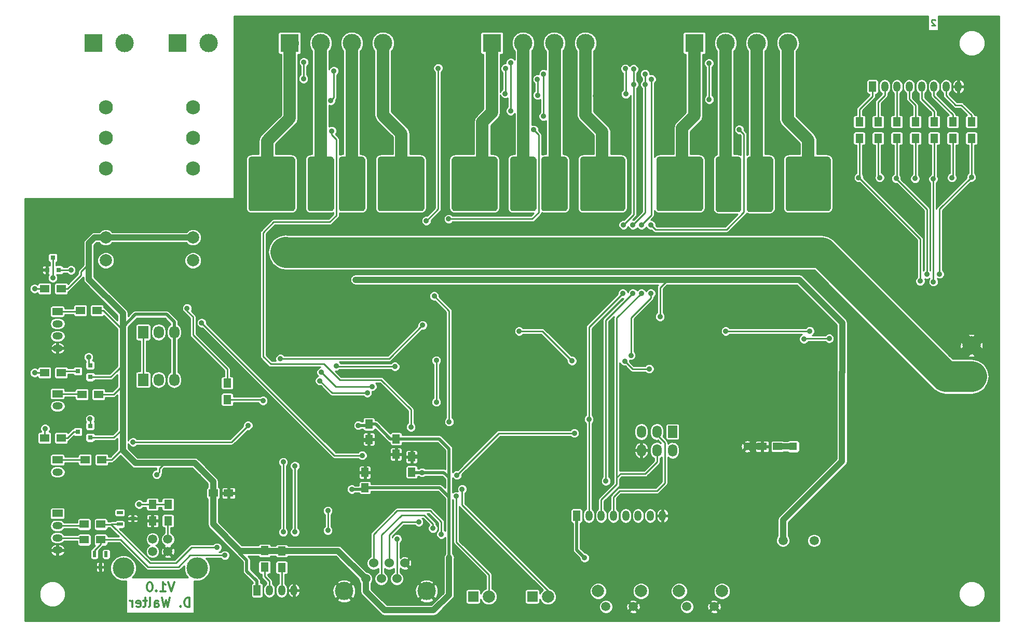
<source format=gbr>
G04 #@! TF.FileFunction,Copper,L2,Bot,Signal*
%FSLAX46Y46*%
G04 Gerber Fmt 4.6, Leading zero omitted, Abs format (unit mm)*
G04 Created by KiCad (PCBNEW 4.0.3-stable) date 09/24/16 12:23:26*
%MOMM*%
%LPD*%
G01*
G04 APERTURE LIST*
%ADD10C,0.100000*%
%ADD11C,0.250000*%
%ADD12C,0.300000*%
%ADD13C,1.501140*%
%ADD14R,1.500000X2.000000*%
%ADD15O,1.500000X2.000000*%
%ADD16O,1.198880X1.699260*%
%ADD17R,1.198880X1.699260*%
%ADD18R,1.699260X1.198880*%
%ADD19O,1.699260X1.198880*%
%ADD20C,1.524000*%
%ADD21C,2.999740*%
%ADD22C,3.500120*%
%ADD23R,1.250000X1.500000*%
%ADD24R,1.500000X1.300000*%
%ADD25R,1.699260X1.699260*%
%ADD26C,1.998980*%
%ADD27R,1.300000X1.500000*%
%ADD28C,2.301240*%
%ADD29R,2.999740X2.999740*%
%ADD30R,1.727200X2.032000*%
%ADD31O,1.727200X2.032000*%
%ADD32R,1.300000X1.300000*%
%ADD33C,1.300000*%
%ADD34R,1.000760X0.599440*%
%ADD35R,0.599440X1.000760*%
%ADD36R,1.500000X1.250000*%
%ADD37R,0.800100X0.800100*%
%ADD38C,0.889000*%
%ADD39C,0.500000*%
%ADD40C,1.000000*%
%ADD41C,0.254000*%
%ADD42C,2.000000*%
%ADD43C,3.000000*%
%ADD44C,5.000000*%
G04 APERTURE END LIST*
D10*
D11*
X213010714Y-54157619D02*
X212963095Y-54110000D01*
X212867857Y-54062381D01*
X212629761Y-54062381D01*
X212534523Y-54110000D01*
X212486904Y-54157619D01*
X212439285Y-54252857D01*
X212439285Y-54348095D01*
X212486904Y-54490952D01*
X213058333Y-55062381D01*
X212439285Y-55062381D01*
D12*
X88899714Y-145985571D02*
X88399714Y-147485571D01*
X87899714Y-145985571D01*
X86614000Y-147485571D02*
X87471143Y-147485571D01*
X87042571Y-147485571D02*
X87042571Y-145985571D01*
X87185428Y-146199857D01*
X87328286Y-146342714D01*
X87471143Y-146414143D01*
X85971143Y-147342714D02*
X85899715Y-147414143D01*
X85971143Y-147485571D01*
X86042572Y-147414143D01*
X85971143Y-147342714D01*
X85971143Y-147485571D01*
X84971143Y-145985571D02*
X84828286Y-145985571D01*
X84685429Y-146057000D01*
X84614000Y-146128429D01*
X84542571Y-146271286D01*
X84471143Y-146557000D01*
X84471143Y-146914143D01*
X84542571Y-147199857D01*
X84614000Y-147342714D01*
X84685429Y-147414143D01*
X84828286Y-147485571D01*
X84971143Y-147485571D01*
X85114000Y-147414143D01*
X85185429Y-147342714D01*
X85256857Y-147199857D01*
X85328286Y-146914143D01*
X85328286Y-146557000D01*
X85256857Y-146271286D01*
X85185429Y-146128429D01*
X85114000Y-146057000D01*
X84971143Y-145985571D01*
X91399714Y-150035571D02*
X91399714Y-148535571D01*
X91042571Y-148535571D01*
X90828286Y-148607000D01*
X90685428Y-148749857D01*
X90614000Y-148892714D01*
X90542571Y-149178429D01*
X90542571Y-149392714D01*
X90614000Y-149678429D01*
X90685428Y-149821286D01*
X90828286Y-149964143D01*
X91042571Y-150035571D01*
X91399714Y-150035571D01*
X89899714Y-149892714D02*
X89828286Y-149964143D01*
X89899714Y-150035571D01*
X89971143Y-149964143D01*
X89899714Y-149892714D01*
X89899714Y-150035571D01*
X88185428Y-148535571D02*
X87828285Y-150035571D01*
X87542571Y-148964143D01*
X87256857Y-150035571D01*
X86899714Y-148535571D01*
X85685428Y-150035571D02*
X85685428Y-149249857D01*
X85756857Y-149107000D01*
X85899714Y-149035571D01*
X86185428Y-149035571D01*
X86328285Y-149107000D01*
X85685428Y-149964143D02*
X85828285Y-150035571D01*
X86185428Y-150035571D01*
X86328285Y-149964143D01*
X86399714Y-149821286D01*
X86399714Y-149678429D01*
X86328285Y-149535571D01*
X86185428Y-149464143D01*
X85828285Y-149464143D01*
X85685428Y-149392714D01*
X84756856Y-150035571D02*
X84899714Y-149964143D01*
X84971142Y-149821286D01*
X84971142Y-148535571D01*
X84399714Y-149035571D02*
X83828285Y-149035571D01*
X84185428Y-148535571D02*
X84185428Y-149821286D01*
X84114000Y-149964143D01*
X83971142Y-150035571D01*
X83828285Y-150035571D01*
X82756857Y-149964143D02*
X82899714Y-150035571D01*
X83185428Y-150035571D01*
X83328285Y-149964143D01*
X83399714Y-149821286D01*
X83399714Y-149249857D01*
X83328285Y-149107000D01*
X83185428Y-149035571D01*
X82899714Y-149035571D01*
X82756857Y-149107000D01*
X82685428Y-149249857D01*
X82685428Y-149392714D01*
X83399714Y-149535571D01*
X82042571Y-150035571D02*
X82042571Y-149035571D01*
X82042571Y-149321286D02*
X81971143Y-149178429D01*
X81899714Y-149107000D01*
X81756857Y-149035571D01*
X81614000Y-149035571D01*
D13*
X193294000Y-139192000D03*
X188214000Y-139181840D03*
D14*
X170180000Y-121416000D03*
D15*
X170180000Y-124456000D03*
X167640000Y-121416000D03*
X167640000Y-124456000D03*
X165100000Y-121416000D03*
X165100000Y-124456000D03*
D16*
X166545260Y-135128000D03*
X164546280Y-135128000D03*
X162544760Y-135128000D03*
D17*
X154538680Y-135128000D03*
D16*
X158541720Y-135128000D03*
X156540200Y-135128000D03*
X160540700Y-135128000D03*
X168544240Y-135128000D03*
X214805260Y-65024000D03*
X212806280Y-65024000D03*
X210804760Y-65024000D03*
D17*
X202798680Y-65024000D03*
D16*
X206801720Y-65024000D03*
X204800200Y-65024000D03*
X208800700Y-65024000D03*
X216804240Y-65024000D03*
D18*
X69850000Y-115204240D03*
D19*
X69850000Y-117205760D03*
D20*
X123952000Y-142875000D03*
X121412000Y-142875000D03*
X126492000Y-142875000D03*
X120142000Y-145415000D03*
X122682000Y-145415000D03*
X125222000Y-145415000D03*
D21*
X130048000Y-147447000D03*
X116586000Y-147447000D03*
D13*
X85369400Y-140970000D03*
X87858600Y-140970000D03*
X87858600Y-138963400D03*
X85369400Y-138963400D03*
D22*
X80594200Y-143687800D03*
X92633800Y-143687800D03*
D23*
X127635000Y-127996000D03*
X127635000Y-125496000D03*
X120015000Y-130556000D03*
X120015000Y-128056000D03*
X120650000Y-120162000D03*
X120650000Y-122662000D03*
D24*
X77042000Y-125984000D03*
X74342000Y-125984000D03*
D25*
X137666660Y-148336000D03*
D26*
X140206660Y-148336000D03*
D25*
X147318660Y-148336000D03*
D26*
X149858660Y-148336000D03*
D27*
X87884000Y-135970000D03*
X87884000Y-133270000D03*
X85344000Y-133270000D03*
X85344000Y-135970000D03*
D28*
X77724000Y-68417440D03*
X77724000Y-73418700D03*
X77724000Y-78417420D03*
D26*
X77724000Y-89667080D03*
X77724000Y-93418660D03*
D28*
X91948000Y-68417440D03*
X91948000Y-73418700D03*
X91948000Y-78417420D03*
D26*
X91948000Y-89667080D03*
X91948000Y-93418660D03*
D17*
X102407720Y-147320000D03*
D16*
X106410760Y-147320000D03*
X104409240Y-147320000D03*
X108409740Y-147320000D03*
D18*
X69850000Y-101772720D03*
D19*
X69850000Y-105775760D03*
X69850000Y-103774240D03*
X69850000Y-107774740D03*
D29*
X218948000Y-112395000D03*
D21*
X218948000Y-107315000D03*
D29*
X89408000Y-57912000D03*
D21*
X94488000Y-57912000D03*
D29*
X75692000Y-57912000D03*
D21*
X80772000Y-57912000D03*
D29*
X173736000Y-57912000D03*
D21*
X178816000Y-57912000D03*
X183896000Y-57912000D03*
X188976000Y-57912000D03*
D29*
X140716000Y-57912000D03*
D21*
X145796000Y-57912000D03*
X150876000Y-57912000D03*
X155956000Y-57912000D03*
D29*
X107696000Y-57912000D03*
D21*
X112776000Y-57912000D03*
X117856000Y-57912000D03*
X122936000Y-57912000D03*
D27*
X200660000Y-73486000D03*
X200660000Y-70786000D03*
X203708000Y-73486000D03*
X203708000Y-70786000D03*
X206756000Y-73486000D03*
X206756000Y-70786000D03*
X209804000Y-73486000D03*
X209804000Y-70786000D03*
X212852000Y-73486000D03*
X212852000Y-70786000D03*
X215900000Y-73486000D03*
X215900000Y-70786000D03*
X218948000Y-73486000D03*
X218948000Y-70786000D03*
X103632000Y-140843000D03*
X103632000Y-143543000D03*
X106426000Y-140890000D03*
X106426000Y-143590000D03*
D13*
X159321500Y-149987000D03*
X163766500Y-149987000D03*
D26*
X158051500Y-147447000D03*
X165036500Y-147447000D03*
D13*
X172529500Y-149987000D03*
X176974500Y-149987000D03*
D26*
X171259500Y-147447000D03*
X178244500Y-147447000D03*
D18*
X69850000Y-125999240D03*
D19*
X69850000Y-128000760D03*
D24*
X76534000Y-115316000D03*
X73834000Y-115316000D03*
X76280000Y-101600000D03*
X73580000Y-101600000D03*
D30*
X83820000Y-112928400D03*
D31*
X86360000Y-112928400D03*
X88900000Y-112928400D03*
D30*
X83820000Y-105156000D03*
D31*
X86360000Y-105156000D03*
X88900000Y-105156000D03*
D32*
X189865000Y-123825000D03*
D33*
X182365000Y-123825000D03*
D34*
X80010000Y-136525000D03*
X82123280Y-135572500D03*
X80010000Y-134620000D03*
D35*
X75882500Y-141396720D03*
X76835000Y-143510000D03*
X77787500Y-141396720D03*
D18*
X69850000Y-134747000D03*
D19*
X69850000Y-138750040D03*
X69850000Y-136748520D03*
X69850000Y-140749020D03*
D24*
X76915000Y-136525000D03*
X74215000Y-136525000D03*
X76915000Y-139065000D03*
X74215000Y-139065000D03*
D36*
X95250000Y-131445000D03*
X97750000Y-131445000D03*
X187305000Y-123825000D03*
X184805000Y-123825000D03*
D23*
X125095000Y-122575000D03*
X125095000Y-125075000D03*
D37*
X75168760Y-110556000D03*
X75168760Y-112456000D03*
X73169780Y-111506000D03*
X75168760Y-120462000D03*
X75168760Y-122362000D03*
X73169780Y-121412000D03*
X70038000Y-94980760D03*
X68138000Y-94980760D03*
X69088000Y-92981780D03*
D24*
X67738000Y-111760000D03*
X70438000Y-111760000D03*
X70438000Y-98044000D03*
X67738000Y-98044000D03*
X70438000Y-122428000D03*
X67738000Y-122428000D03*
D27*
X97536000Y-113458000D03*
X97536000Y-116158000D03*
D38*
X118891774Y-122884758D03*
X129388913Y-125359652D03*
X118330972Y-128080578D03*
X83526388Y-135638170D03*
X105909810Y-66394539D03*
X103122516Y-66414639D03*
X104499412Y-66434740D03*
X126219206Y-66499644D03*
X136144000Y-66548000D03*
X138938000Y-66548000D03*
X157607000Y-66548000D03*
X160782000Y-66548000D03*
X137541000Y-66548000D03*
X159131000Y-66548000D03*
X168529000Y-70104000D03*
X168529000Y-67691000D03*
X168529000Y-68961000D03*
X190881000Y-66548000D03*
X194183000Y-66548000D03*
X192532000Y-66548000D03*
X119582634Y-88349243D03*
X118542967Y-88373421D03*
X185070591Y-88748943D03*
X186442509Y-88732800D03*
X127000000Y-86868000D03*
X152654000Y-88138000D03*
X151638000Y-88138000D03*
X194056000Y-86868000D03*
X168910000Y-87376000D03*
X158750000Y-88646000D03*
X206248000Y-93726000D03*
X98077665Y-128376699D03*
X105475519Y-132117564D03*
X212518388Y-151483374D03*
X214518388Y-151483374D03*
X214518388Y-149483374D03*
X212518388Y-149483374D03*
X212518388Y-147483374D03*
X214518388Y-147483374D03*
X214518388Y-145483374D03*
X212518388Y-145483374D03*
X212518388Y-143483374D03*
X214518388Y-143483374D03*
X214518388Y-141483374D03*
X212518388Y-141483374D03*
X198008388Y-151483374D03*
X196008388Y-151483374D03*
X198008388Y-149483374D03*
X196008388Y-149483374D03*
X198008388Y-147483374D03*
X196008388Y-147483374D03*
X198008388Y-145483374D03*
X196008388Y-145483374D03*
X198008388Y-143483374D03*
X196008388Y-143483374D03*
X198008388Y-141483374D03*
X90170000Y-128778000D03*
X219202000Y-89408000D03*
X96012000Y-96012000D03*
X82042000Y-96012000D03*
X196008388Y-141483374D03*
X106680000Y-121920000D03*
X87376000Y-115824000D03*
X110239268Y-121821201D03*
X181214448Y-69238329D03*
X148336000Y-68072000D03*
X115316000Y-69596000D03*
X118916525Y-120372536D03*
X129311344Y-128065936D03*
X80510947Y-124460000D03*
X118475969Y-96579347D03*
X168148000Y-102616000D03*
X150622000Y-96579347D03*
X184912000Y-96579347D03*
X134112000Y-96579347D03*
X117856000Y-130810000D03*
X93568700Y-127854013D03*
X197824132Y-111683974D03*
X86029361Y-128400272D03*
X155836339Y-141991756D03*
X133734989Y-141976991D03*
X113961171Y-134318707D03*
X113942871Y-137525161D03*
X200539341Y-79891389D03*
X210585048Y-96802667D03*
X203972573Y-79887417D03*
X206668026Y-80038812D03*
X211660636Y-95667324D03*
X209750290Y-80053208D03*
X212727409Y-96923268D03*
X212715755Y-80114425D03*
X215752472Y-79891547D03*
X218928488Y-79821897D03*
X213722178Y-95637447D03*
X149151576Y-62957720D03*
X165689655Y-62954361D03*
X165730291Y-64668663D03*
X163706119Y-98800454D03*
X163716332Y-87624412D03*
X159317930Y-129457301D03*
X149136000Y-69888000D03*
X132461000Y-138176000D03*
X166723787Y-63806578D03*
X148127397Y-63832541D03*
X165099519Y-98800452D03*
X165104150Y-87631631D03*
X131095989Y-137182702D03*
X148165589Y-66426297D03*
X156540200Y-119380000D03*
X163837420Y-62148875D03*
X163858941Y-64668097D03*
X162056335Y-98800454D03*
X162166307Y-87624412D03*
X128778000Y-136144000D03*
X192560540Y-104964642D03*
X178861478Y-104982556D03*
X145166890Y-104970958D03*
X166375692Y-111130421D03*
X162380562Y-109865734D03*
X153784181Y-109820009D03*
X191616244Y-106257855D03*
X195733686Y-106178270D03*
X115319384Y-110652367D03*
X124901412Y-110760787D03*
X125262504Y-138909209D03*
X119562605Y-125277028D03*
X93363137Y-103625150D03*
X112892881Y-111682214D03*
X121178446Y-114013786D03*
X112648936Y-113077257D03*
X120376856Y-115056456D03*
X166626684Y-98800452D03*
X166627511Y-87631631D03*
X131647525Y-109763986D03*
X131647525Y-116557979D03*
X163386522Y-108928365D03*
X181069830Y-72045007D03*
X133666837Y-86643205D03*
X131300607Y-99237689D03*
X133733309Y-119783196D03*
X147544970Y-72080161D03*
X114596125Y-72284343D03*
X127508000Y-120650000D03*
X75159936Y-119324600D03*
X82189201Y-123101204D03*
X100929193Y-120390707D03*
X106210372Y-109490583D03*
X130016358Y-86951390D03*
X131953000Y-62021379D03*
X129413000Y-104013000D03*
X114935000Y-62484000D03*
X114427000Y-67310000D03*
X142892831Y-66175360D03*
X142921349Y-62067119D03*
X162488436Y-62094371D03*
X162557645Y-66239117D03*
X134923176Y-131939704D03*
X135864679Y-130772240D03*
X83174187Y-133267050D03*
X179176660Y-82364203D03*
X180668500Y-82297154D03*
X179625269Y-84163317D03*
X179625269Y-80563317D03*
X178125269Y-80563317D03*
X180375269Y-78763317D03*
X178875269Y-78763317D03*
X179625269Y-76963317D03*
X178125269Y-76963317D03*
X174155287Y-83741400D03*
X172655287Y-84441400D03*
X171155287Y-83741400D03*
X169655287Y-84441400D03*
X168155287Y-83741400D03*
X174155287Y-82341400D03*
X172655287Y-83041400D03*
X171155287Y-82341400D03*
X169655287Y-83041400D03*
X168155287Y-82341400D03*
X174155287Y-80941400D03*
X172655287Y-81641400D03*
X171155287Y-80941400D03*
X169655287Y-81641400D03*
X168155287Y-80941400D03*
X174155287Y-79541400D03*
X172655287Y-80241400D03*
X171155287Y-79541400D03*
X169655287Y-80241400D03*
X168155287Y-79541400D03*
X184825686Y-77139023D03*
X184075686Y-78939023D03*
X185575686Y-78939023D03*
X183325686Y-80739023D03*
X184825686Y-80739023D03*
X184075686Y-82539023D03*
X183325686Y-84339023D03*
X183325686Y-77139023D03*
X195230000Y-83702000D03*
X193730000Y-84402000D03*
X192230000Y-83702000D03*
X190730000Y-84402000D03*
X189230000Y-83702000D03*
X195230000Y-82302000D03*
X193730000Y-83002000D03*
X192230000Y-82302000D03*
X190730000Y-83002000D03*
X189230000Y-82302000D03*
X195230000Y-80902000D03*
X193730000Y-81602000D03*
X192230000Y-80902000D03*
X190730000Y-81602000D03*
X189230000Y-80902000D03*
X195230000Y-79502000D03*
X193730000Y-80202000D03*
X192230000Y-79502000D03*
X190730000Y-80202000D03*
X189230000Y-79502000D03*
X140916594Y-83919648D03*
X139416594Y-84619648D03*
X137916594Y-83919648D03*
X136416594Y-84619648D03*
X134916594Y-83919648D03*
X140916594Y-82519648D03*
X139416594Y-83219648D03*
X137916594Y-82519648D03*
X136416594Y-83219648D03*
X134916594Y-82519648D03*
X140916594Y-81119648D03*
X139416594Y-81819648D03*
X137916594Y-81119648D03*
X136416594Y-81819648D03*
X134916594Y-81119648D03*
X140916594Y-79719648D03*
X139416594Y-80419648D03*
X137916594Y-79719648D03*
X136416594Y-80419648D03*
X134916594Y-79719648D03*
X145703492Y-82291892D03*
X147205210Y-82272001D03*
X145995642Y-84088269D03*
X145995642Y-80488269D03*
X144495642Y-80488269D03*
X146745642Y-78688269D03*
X145245642Y-78688269D03*
X145995642Y-76888269D03*
X144495642Y-76888269D03*
X149788700Y-76973793D03*
X149788700Y-84173793D03*
X150538700Y-82373793D03*
X151288700Y-80573793D03*
X149788700Y-80573793D03*
X152038700Y-78773793D03*
X150538700Y-78773793D03*
X151288700Y-76973793D03*
X161703987Y-83720313D03*
X160203987Y-84420313D03*
X158703987Y-83720313D03*
X157203987Y-84420313D03*
X155703987Y-83720313D03*
X161703987Y-82320313D03*
X160203987Y-83020313D03*
X158703987Y-82320313D03*
X157203987Y-83020313D03*
X155703987Y-82320313D03*
X161703987Y-80920313D03*
X160203987Y-81620313D03*
X158703987Y-80920313D03*
X157203987Y-81620313D03*
X155703987Y-80920313D03*
X161703987Y-79520313D03*
X160203987Y-80220313D03*
X158703987Y-79520313D03*
X157203987Y-80220313D03*
X155703987Y-79520313D03*
X107893050Y-83959977D03*
X106393050Y-84659977D03*
X104893050Y-83959977D03*
X103393050Y-84659977D03*
X101893050Y-83959977D03*
X107893050Y-82559977D03*
X106393050Y-83259977D03*
X104893050Y-82559977D03*
X103393050Y-83259977D03*
X101893050Y-82559977D03*
X107893050Y-81159977D03*
X106393050Y-81859977D03*
X104893050Y-81159977D03*
X103393050Y-81859977D03*
X101893050Y-81159977D03*
X107893050Y-79759977D03*
X106393050Y-80459977D03*
X104893050Y-79759977D03*
X103393050Y-80459977D03*
X101893050Y-79759977D03*
X112640892Y-82251006D03*
X114133251Y-82251006D03*
X112984603Y-84092721D03*
X112984603Y-80492721D03*
X111484603Y-80492721D03*
X113734603Y-78692721D03*
X112234603Y-78692721D03*
X112984603Y-76892721D03*
X111484603Y-76892721D03*
X116785295Y-84149871D03*
X117535295Y-82349871D03*
X118285295Y-80549871D03*
X116785295Y-80549871D03*
X119035295Y-78749871D03*
X117535295Y-78749871D03*
X118285295Y-76949871D03*
X116785295Y-76949871D03*
X129020800Y-83809681D03*
X127520800Y-84509681D03*
X126020800Y-83809681D03*
X124520800Y-84509681D03*
X123020800Y-83809681D03*
X129020800Y-82409681D03*
X127520800Y-83109681D03*
X126020800Y-82409681D03*
X124520800Y-83109681D03*
X123020800Y-82409681D03*
X129020800Y-81009681D03*
X127520800Y-81709681D03*
X126020800Y-81009681D03*
X124520800Y-81709681D03*
X123020800Y-81009681D03*
X129020800Y-79609681D03*
X127520800Y-80309681D03*
X126020800Y-79609681D03*
X124520800Y-80309681D03*
X123020800Y-79609681D03*
X103378000Y-116332000D03*
X154161108Y-121631547D03*
X135010999Y-128489293D03*
X74930000Y-109220000D03*
X143772840Y-68990852D03*
X176166752Y-67121941D03*
X110034771Y-61039864D03*
X143793418Y-61113291D03*
X176145066Y-61210219D03*
X109982000Y-63754000D03*
X188722000Y-93218000D03*
X188722000Y-91059000D03*
X188722000Y-92125580D03*
X155057682Y-91049515D03*
X155067000Y-93218000D03*
X155067000Y-92125580D03*
X107061000Y-91059000D03*
X107061000Y-93218000D03*
X121920000Y-91059000D03*
X121920000Y-93218000D03*
X140208000Y-91059000D03*
X140208000Y-93218000D03*
X121920000Y-92125580D03*
X107062875Y-92072963D03*
X140208000Y-92125580D03*
X173609000Y-93218000D03*
X173609000Y-91059000D03*
X173609000Y-92125580D03*
X106680000Y-126365000D03*
X106680000Y-137795000D03*
X95885000Y-140335000D03*
X108585000Y-127000000D03*
X108585000Y-137795000D03*
X97155000Y-141605000D03*
X66114374Y-111773796D03*
X67820788Y-120898129D03*
X66107059Y-98030074D03*
X69079564Y-96283344D03*
X90980612Y-101241769D03*
X72043656Y-94996788D03*
D39*
X118891774Y-122884758D02*
X120427242Y-122884758D01*
X120427242Y-122884758D02*
X120650000Y-122662000D01*
X129388913Y-125359652D02*
X127771348Y-125359652D01*
X127771348Y-125359652D02*
X127635000Y-125496000D01*
X118330972Y-128080578D02*
X119990422Y-128080578D01*
X119990422Y-128080578D02*
X120015000Y-128056000D01*
D40*
X184805000Y-123825000D02*
X182365000Y-123825000D01*
D41*
X83858218Y-135970000D02*
X83526388Y-135638170D01*
X85344000Y-135970000D02*
X83858218Y-135970000D01*
D39*
X137541000Y-66548000D02*
X138938000Y-66548000D01*
X136144000Y-66548000D02*
X137541000Y-66548000D01*
X159131000Y-66548000D02*
X157607000Y-66548000D01*
X159131000Y-66548000D02*
X160782000Y-66548000D01*
D41*
X168529000Y-68961000D02*
X168529000Y-70104000D01*
X168529000Y-68961000D02*
X168529000Y-67691000D01*
X75168760Y-122362000D02*
X79052947Y-122362000D01*
X79052947Y-122362000D02*
X80510947Y-120904000D01*
X75168760Y-112456000D02*
X78544947Y-112456000D01*
X78544947Y-112456000D02*
X79494947Y-111506000D01*
D39*
X120650000Y-120162000D02*
X121737980Y-120162000D01*
X121737980Y-120162000D02*
X124150980Y-122575000D01*
X124150980Y-122575000D02*
X125095000Y-122575000D01*
X118916525Y-120372536D02*
X120439464Y-120372536D01*
X120439464Y-120372536D02*
X120650000Y-120162000D01*
X129311344Y-128065936D02*
X127704936Y-128065936D01*
X127704936Y-128065936D02*
X127635000Y-127996000D01*
X129939961Y-128065936D02*
X129311344Y-128065936D01*
X132869708Y-128065936D02*
X129939961Y-128065936D01*
X133708772Y-128905000D02*
X132869708Y-128065936D01*
X120015000Y-130556000D02*
X132184772Y-130556000D01*
X132184772Y-130556000D02*
X133708772Y-132080000D01*
X117856000Y-130810000D02*
X119761000Y-130810000D01*
X119761000Y-130810000D02*
X120015000Y-130556000D01*
D41*
X70438000Y-98044000D02*
X71473545Y-98044000D01*
X71473545Y-98044000D02*
X73687982Y-95829563D01*
X73687982Y-95829563D02*
X73687982Y-95250000D01*
X73687982Y-95250000D02*
X74957982Y-93980000D01*
D40*
X74957982Y-96501014D02*
X74957982Y-93980000D01*
X74957982Y-93980000D02*
X74957982Y-90606180D01*
X80510947Y-120904000D02*
X80510947Y-119380000D01*
X80510947Y-119380000D02*
X80510947Y-113792000D01*
X80510947Y-113792000D02*
X80510947Y-110490000D01*
X80510947Y-110490000D02*
X80510947Y-105156000D01*
D41*
X79494947Y-111506000D02*
X80510947Y-110490000D01*
D39*
X133708772Y-128905000D02*
X133708772Y-124183772D01*
X132100000Y-122575000D02*
X125095000Y-122575000D01*
X133708772Y-124183772D02*
X132100000Y-122575000D01*
D40*
X188214000Y-139181840D02*
X188214000Y-135832364D01*
X197824132Y-126222232D02*
X197824132Y-111683974D01*
X188214000Y-135832364D02*
X197824132Y-126222232D01*
X95250000Y-132080000D02*
X95250000Y-131445000D01*
X95250000Y-129535313D02*
X93568700Y-127854013D01*
X95250000Y-136525000D02*
X95250000Y-132080000D01*
X95250000Y-132080000D02*
X95250000Y-129535313D01*
X99582220Y-140857220D02*
X95250000Y-136525000D01*
X99822000Y-140857220D02*
X99582220Y-140857220D01*
D41*
X76915000Y-126111000D02*
X77042000Y-125984000D01*
D40*
X118475969Y-96579347D02*
X134112000Y-96579347D01*
X184912000Y-96579347D02*
X169418000Y-96579347D01*
X169418000Y-96579347D02*
X150622000Y-96579347D01*
D41*
X168148000Y-102616000D02*
X168148000Y-97849347D01*
X168148000Y-97849347D02*
X169418000Y-96579347D01*
D40*
X197824132Y-111683974D02*
X197852876Y-111655230D01*
X197852876Y-111655230D02*
X197852876Y-103598390D01*
X197852876Y-103598390D02*
X190833833Y-96579347D01*
X190833833Y-96579347D02*
X184912000Y-96579347D01*
X150622000Y-96579347D02*
X134112000Y-96579347D01*
D39*
X102407720Y-147320000D02*
X102373287Y-147285567D01*
X102373287Y-147285567D02*
X102373287Y-145822694D01*
X102373287Y-145822694D02*
X100700432Y-144149839D01*
X100700432Y-144149839D02*
X100700432Y-142391357D01*
X100700432Y-142391357D02*
X99526725Y-141217650D01*
X99526725Y-141152495D02*
X99822000Y-140857220D01*
X99526725Y-141217650D02*
X99526725Y-141152495D01*
X133708772Y-132080000D02*
X133708772Y-128905000D01*
X133708772Y-141950774D02*
X133708772Y-132080000D01*
D41*
X93549283Y-127854013D02*
X93568700Y-127854013D01*
X93457270Y-127762000D02*
X93549283Y-127854013D01*
D40*
X93457270Y-127762000D02*
X92187270Y-126492000D01*
D39*
X133734989Y-141976991D02*
X133708772Y-141950774D01*
D41*
X77042000Y-125984000D02*
X78682426Y-125984000D01*
X78682426Y-125984000D02*
X80510947Y-124155479D01*
X80510947Y-124155479D02*
X80510947Y-120904000D01*
D40*
X80510947Y-124460000D02*
X80510947Y-120904000D01*
X92187270Y-126492000D02*
X87376000Y-126492000D01*
X87376000Y-126492000D02*
X82542947Y-126492000D01*
D41*
X86029361Y-128400272D02*
X86473860Y-127955773D01*
X86473860Y-127955773D02*
X86473860Y-127394140D01*
X86473860Y-127394140D02*
X87376000Y-126492000D01*
D40*
X82542947Y-126492000D02*
X80510947Y-124460000D01*
X80510947Y-104274053D02*
X80510947Y-102053979D01*
X80510947Y-102053979D02*
X74957982Y-96501014D01*
X74957982Y-90606180D02*
X75897082Y-89667080D01*
X75897082Y-89667080D02*
X77724000Y-89667080D01*
X120142000Y-145415000D02*
X115617000Y-140890000D01*
X115617000Y-140890000D02*
X106426000Y-140890000D01*
D41*
X78986947Y-115316000D02*
X80510947Y-113792000D01*
X76534000Y-115316000D02*
X78986947Y-115316000D01*
X76280000Y-101600000D02*
X77284000Y-101600000D01*
D40*
X80510947Y-105156000D02*
X80510947Y-104274053D01*
D41*
X77284000Y-101600000D02*
X80510947Y-104826947D01*
X80510947Y-104826947D02*
X80510947Y-105156000D01*
D40*
X133734989Y-141976991D02*
X133715732Y-141957734D01*
X133715732Y-141957734D02*
X133715732Y-148068521D01*
X133715732Y-148068521D02*
X131206628Y-150577625D01*
X131206628Y-150577625D02*
X123229213Y-150577625D01*
X120142000Y-147490412D02*
X120142000Y-145415000D01*
X123229213Y-150577625D02*
X120142000Y-147490412D01*
D39*
X154538680Y-135128000D02*
X154538680Y-140694097D01*
X154538680Y-140694097D02*
X155836339Y-141991756D01*
D40*
X99822000Y-140857220D02*
X103617780Y-140857220D01*
X103617780Y-140857220D02*
X103650560Y-140890000D01*
X103650560Y-140890000D02*
X106426000Y-140890000D01*
D39*
X88900000Y-105156000D02*
X88900000Y-103505000D01*
X82550000Y-102235000D02*
X80510947Y-104274053D01*
X87630000Y-102235000D02*
X82550000Y-102235000D01*
X88900000Y-103505000D02*
X87630000Y-102235000D01*
X88900000Y-105156000D02*
X88900000Y-112776000D01*
D40*
X77724000Y-89667080D02*
X91948000Y-89667080D01*
D41*
X85344000Y-141605000D02*
X85344000Y-140749000D01*
X87858600Y-138963400D02*
X87858600Y-135995400D01*
X87858600Y-135995400D02*
X87884000Y-135970000D01*
X113942871Y-134337007D02*
X113961171Y-134318707D01*
X113942871Y-137525161D02*
X113942871Y-134337007D01*
X210585048Y-96802667D02*
X210585048Y-89907275D01*
X210585048Y-89907275D02*
X200569162Y-79891389D01*
X200569162Y-79891389D02*
X200539341Y-79891389D01*
X200660000Y-73820000D02*
X200660000Y-79770730D01*
X200660000Y-79770730D02*
X200539341Y-79891389D01*
X203708000Y-73820000D02*
X203708000Y-79622844D01*
X203708000Y-79622844D02*
X203972573Y-79887417D01*
X211660636Y-95667324D02*
X211660636Y-85054273D01*
X211660636Y-85054273D02*
X206668026Y-80061663D01*
X206668026Y-80061663D02*
X206668026Y-80038812D01*
X206756000Y-73486000D02*
X206756000Y-79950838D01*
X206756000Y-79950838D02*
X206668026Y-80038812D01*
X209804000Y-73486000D02*
X209804000Y-79999498D01*
X209804000Y-79999498D02*
X209750290Y-80053208D01*
X212715755Y-96911614D02*
X212727409Y-96923268D01*
X212715755Y-80114425D02*
X212715755Y-96911614D01*
X212852000Y-73486000D02*
X212852000Y-79978180D01*
X212852000Y-79978180D02*
X212715755Y-80114425D01*
X215900000Y-73486000D02*
X215900000Y-79744019D01*
X215900000Y-79744019D02*
X215752472Y-79891547D01*
X213722178Y-95637447D02*
X213722178Y-85028207D01*
X213722178Y-85028207D02*
X218928488Y-79821897D01*
X218948000Y-73486000D02*
X218948000Y-79802385D01*
X218948000Y-79802385D02*
X218928488Y-79821897D01*
X167640000Y-131064000D02*
X161544000Y-131064000D01*
X168910000Y-123190000D02*
X168910000Y-129794000D01*
X168910000Y-129794000D02*
X167640000Y-131064000D01*
X167640000Y-121920000D02*
X168910000Y-123190000D01*
X167640000Y-121666000D02*
X167640000Y-121920000D01*
X149136000Y-62973296D02*
X149151576Y-62957720D01*
X149136000Y-69888000D02*
X149136000Y-62973296D01*
X165730291Y-62994997D02*
X165689655Y-62954361D01*
X165730291Y-64668663D02*
X165730291Y-62994997D01*
X163716332Y-87624412D02*
X165730291Y-85610453D01*
X165730291Y-85610453D02*
X165730291Y-64668663D01*
X159317930Y-103188643D02*
X163706119Y-98800454D01*
X159317930Y-129457301D02*
X159317930Y-103188643D01*
X121412000Y-142875000D02*
X121412000Y-138176000D01*
X121412000Y-138176000D02*
X125276574Y-134311426D01*
X125276574Y-134311426D02*
X130650609Y-134311426D01*
X130650609Y-134311426D02*
X132461000Y-136121817D01*
X132461000Y-136121817D02*
X132461000Y-138176000D01*
X161544000Y-131064000D02*
X160540700Y-132067300D01*
X160540700Y-132067300D02*
X160540700Y-135128000D01*
X161088536Y-129995464D02*
X161088536Y-128905000D01*
X161088536Y-128905000D02*
X161088536Y-102811435D01*
X165735000Y-128270000D02*
X161723536Y-128270000D01*
X161723536Y-128270000D02*
X161088536Y-128905000D01*
X167640000Y-126365000D02*
X165735000Y-128270000D01*
X167640000Y-124206000D02*
X167640000Y-126365000D01*
X158541720Y-132542280D02*
X161088536Y-129995464D01*
X161088536Y-102811435D02*
X165099519Y-98800452D01*
X166723787Y-86011994D02*
X166723787Y-63806578D01*
X165104150Y-87631631D02*
X166723787Y-86011994D01*
X148165589Y-66426297D02*
X148165589Y-63870733D01*
X148165589Y-63870733D02*
X148127397Y-63832541D01*
X122682000Y-145415000D02*
X122682000Y-138303000D01*
X125977506Y-135007494D02*
X129651649Y-135007494D01*
X122682000Y-138303000D02*
X125977506Y-135007494D01*
X129651649Y-135007494D02*
X131095989Y-136451834D01*
X131095989Y-136451834D02*
X131095989Y-137182702D01*
X158541720Y-132542280D02*
X158541720Y-135128000D01*
X170688000Y-121666000D02*
X170688000Y-121920000D01*
X156540200Y-135128000D02*
X156540200Y-119380000D01*
X156540200Y-119380000D02*
X156540200Y-104316589D01*
X163858941Y-62170396D02*
X163837420Y-62148875D01*
X163858941Y-64668097D02*
X163858941Y-62170396D01*
X163858941Y-85931778D02*
X163858941Y-64668097D01*
X162166307Y-87624412D02*
X163858941Y-85931778D01*
X156540200Y-104316589D02*
X162056335Y-98800454D01*
X123952000Y-142875000D02*
X123952000Y-138303000D01*
X156540200Y-134696200D02*
X156540200Y-135128000D01*
X126111000Y-136144000D02*
X128778000Y-136144000D01*
X123952000Y-138303000D02*
X126111000Y-136144000D01*
X192542626Y-104982556D02*
X192560540Y-104964642D01*
X178861478Y-104982556D02*
X192542626Y-104982556D01*
X145795507Y-104970958D02*
X145166890Y-104970958D01*
X148935130Y-104970958D02*
X145795507Y-104970958D01*
X153784181Y-109820009D02*
X148935130Y-104970958D01*
X163645249Y-111130421D02*
X166375692Y-111130421D01*
X162380562Y-109865734D02*
X163645249Y-111130421D01*
X191695829Y-106178270D02*
X191616244Y-106257855D01*
X195733686Y-106178270D02*
X191695829Y-106178270D01*
X115427804Y-110760787D02*
X115319384Y-110652367D01*
X124901412Y-110760787D02*
X115427804Y-110760787D01*
X125222000Y-145415000D02*
X125222000Y-138949713D01*
X125222000Y-138949713D02*
X125262504Y-138909209D01*
X103632000Y-143543000D02*
X103632000Y-145055525D01*
X103632000Y-145055525D02*
X104409240Y-145832765D01*
X104409240Y-145832765D02*
X104409240Y-147320000D01*
X106426000Y-143590000D02*
X106426000Y-147304760D01*
X106426000Y-147304760D02*
X106410760Y-147320000D01*
X118933988Y-125277028D02*
X119562605Y-125277028D01*
X93363137Y-103625150D02*
X115015015Y-125277028D01*
X115015015Y-125277028D02*
X118933988Y-125277028D01*
X115224453Y-114013786D02*
X112892881Y-111682214D01*
X121178446Y-114013786D02*
X115224453Y-114013786D01*
X114628135Y-115056456D02*
X112648936Y-113077257D01*
X120376856Y-115056456D02*
X114628135Y-115056456D01*
X181069830Y-72045007D02*
X181820872Y-72796049D01*
X181820872Y-72796049D02*
X181820872Y-85548619D01*
X178997160Y-88372331D02*
X167368211Y-88372331D01*
X181820872Y-85548619D02*
X178997160Y-88372331D01*
X167368211Y-88372331D02*
X166627511Y-87631631D01*
X163386522Y-108928365D02*
X163386522Y-102770803D01*
X163386522Y-102770803D02*
X166626684Y-99530641D01*
X166626684Y-99530641D02*
X166626684Y-98800452D01*
X131647525Y-116557979D02*
X131647525Y-109763986D01*
X147544970Y-72080161D02*
X148351691Y-72886882D01*
X147290795Y-86643205D02*
X133666837Y-86643205D01*
X148351691Y-72886882D02*
X148351691Y-85582309D01*
X148351691Y-85582309D02*
X147290795Y-86643205D01*
X133733309Y-101670391D02*
X131300607Y-99237689D01*
X133733309Y-119783196D02*
X133733309Y-101670391D01*
X127508000Y-120650000D02*
X127508000Y-117795472D01*
X127508000Y-117795472D02*
X122655838Y-112943310D01*
X122655838Y-112943310D02*
X115927892Y-112943310D01*
X103396696Y-88881304D02*
X105132534Y-87145466D01*
X115927892Y-112943310D02*
X113347582Y-110363000D01*
X113347582Y-110363000D02*
X104637766Y-110363000D01*
X104637766Y-110363000D02*
X103396696Y-109121930D01*
X115341626Y-73658461D02*
X114596125Y-72912960D01*
X103396696Y-109121930D02*
X103396696Y-88881304D01*
X105132534Y-87145466D02*
X114276534Y-87145466D01*
X114276534Y-87145466D02*
X115341626Y-86080374D01*
X115341626Y-86080374D02*
X115341626Y-73658461D01*
X114596125Y-72912960D02*
X114596125Y-72284343D01*
X75168760Y-120462000D02*
X75168760Y-119333424D01*
X75168760Y-119333424D02*
X75159936Y-119324600D01*
X98218696Y-123101204D02*
X82189201Y-123101204D01*
X100929193Y-120390707D02*
X98218696Y-123101204D01*
X106838989Y-109490583D02*
X106210372Y-109490583D01*
X123935417Y-109490583D02*
X106838989Y-109490583D01*
X129413000Y-104013000D02*
X123935417Y-109490583D01*
X131953000Y-62021379D02*
X131959780Y-62028159D01*
X131959780Y-62028159D02*
X131959780Y-85028161D01*
X131959780Y-85028161D02*
X130036551Y-86951390D01*
X130036551Y-86951390D02*
X130016358Y-86951390D01*
X114427000Y-67310000D02*
X114935000Y-66802000D01*
X114935000Y-66802000D02*
X114935000Y-62484000D01*
X142921349Y-62067119D02*
X142921349Y-66146842D01*
X142921349Y-66146842D02*
X142892831Y-66175360D01*
X162557645Y-62163580D02*
X162488436Y-62094371D01*
X162557645Y-66239117D02*
X162557645Y-62163580D01*
X140206660Y-148336000D02*
X140206660Y-144745330D01*
X134923176Y-139461846D02*
X134923176Y-131939704D01*
X140206660Y-144745330D02*
X134923176Y-139461846D01*
X149858660Y-148336000D02*
X149858660Y-147369951D01*
X149858660Y-147369951D02*
X135864679Y-133375970D01*
X135864679Y-133375970D02*
X135864679Y-130772240D01*
X83177137Y-133270000D02*
X83174187Y-133267050D01*
X85344000Y-133270000D02*
X83177137Y-133270000D01*
X87884000Y-133270000D02*
X85344000Y-133270000D01*
D42*
X178816000Y-57912000D02*
X178816000Y-76272586D01*
X178816000Y-76272586D02*
X178840356Y-76296942D01*
X178840356Y-76296942D02*
X178840356Y-77328004D01*
X173736000Y-57912000D02*
X173736000Y-69800719D01*
X173736000Y-69800719D02*
X171710231Y-71826488D01*
X171710231Y-71826488D02*
X171710231Y-82629250D01*
X171710231Y-82629250D02*
X171649832Y-82689649D01*
D39*
X171649832Y-82689649D02*
X171503536Y-82689649D01*
X171503536Y-82689649D02*
X171155287Y-82341400D01*
D42*
X183896000Y-57912000D02*
X183896000Y-76568709D01*
X183896000Y-76568709D02*
X183917399Y-76590108D01*
X183917399Y-76590108D02*
X183917399Y-77426269D01*
X188976000Y-57912000D02*
X188976000Y-70387456D01*
X188976000Y-70387456D02*
X192341500Y-73752956D01*
X192341500Y-73752956D02*
X192341500Y-77343000D01*
X192348310Y-77349810D02*
X192348310Y-81414008D01*
X192341500Y-77343000D02*
X192348310Y-77349810D01*
X192341500Y-77343000D02*
X192405000Y-77406500D01*
D43*
X188976000Y-57912000D02*
X189023495Y-57959495D01*
D42*
X140716000Y-57912000D02*
X140711802Y-57916198D01*
X139168536Y-80775464D02*
X139128000Y-80816000D01*
X140711802Y-57916198D02*
X140711802Y-69256683D01*
X140711802Y-69256683D02*
X139168536Y-70799949D01*
X139168536Y-70799949D02*
X139168536Y-80775464D01*
D39*
X139128000Y-80816000D02*
X138824352Y-81119648D01*
X138824352Y-81119648D02*
X137916594Y-81119648D01*
X144495642Y-76888269D02*
X145995642Y-76888269D01*
D42*
X145787903Y-57831068D02*
X145849312Y-57892477D01*
X145849312Y-57892477D02*
X145849312Y-76935281D01*
D41*
X145995642Y-82584042D02*
X145703492Y-82291892D01*
X145995642Y-84088269D02*
X145995642Y-82584042D01*
X145723383Y-82272001D02*
X145703492Y-82291892D01*
X147205210Y-82272001D02*
X145723383Y-82272001D01*
X147205210Y-81697837D02*
X147205210Y-82272001D01*
X145995642Y-80488269D02*
X147205210Y-81697837D01*
X144495642Y-80488269D02*
X145995642Y-80488269D01*
X145245642Y-78688269D02*
X145245642Y-79738269D01*
X145245642Y-79738269D02*
X144495642Y-80488269D01*
X146745642Y-78688269D02*
X145245642Y-78688269D01*
X145995642Y-76888269D02*
X145995642Y-77938269D01*
X145995642Y-77938269D02*
X146745642Y-78688269D01*
D39*
X151288700Y-76973793D02*
X149788700Y-76973793D01*
D42*
X150837888Y-58061712D02*
X150947100Y-58170924D01*
X150947100Y-58170924D02*
X150947100Y-76945374D01*
X150947100Y-76945374D02*
X150975519Y-76973793D01*
D41*
X151288700Y-80573793D02*
X151288700Y-81049025D01*
X151288700Y-81049025D02*
X150538700Y-81799025D01*
X150538700Y-81799025D02*
X150538700Y-82373793D01*
X150538700Y-82373793D02*
X150538700Y-83423793D01*
X150538700Y-83423793D02*
X149788700Y-84173793D01*
X149788700Y-80573793D02*
X151288700Y-80573793D01*
X150538700Y-78773793D02*
X150538700Y-79823793D01*
X150538700Y-79823793D02*
X149788700Y-80573793D01*
X152038700Y-78773793D02*
X150538700Y-78773793D01*
X151288700Y-76973793D02*
X151288700Y-78023793D01*
X151288700Y-78023793D02*
X152038700Y-78773793D01*
D42*
X155956000Y-57912000D02*
X155956000Y-69643287D01*
X155956000Y-69643287D02*
X158723972Y-72411259D01*
X158723972Y-72411259D02*
X158723972Y-80741861D01*
X107710015Y-57926015D02*
X107710015Y-70220242D01*
X107710015Y-70220242D02*
X104056253Y-73874004D01*
X104056253Y-73874004D02*
X104056253Y-80900904D01*
D39*
X104056253Y-80900904D02*
X104052681Y-80904476D01*
X103837549Y-80904476D02*
X103393050Y-80459977D01*
X104052681Y-80904476D02*
X103837549Y-80904476D01*
D43*
X107696000Y-57912000D02*
X107710015Y-57926015D01*
D39*
X111484603Y-76892721D02*
X112984603Y-76892721D01*
D42*
X112776000Y-57912000D02*
X112776000Y-76796846D01*
D41*
X111484603Y-80492721D02*
X112640892Y-81649010D01*
X112640892Y-81649010D02*
X112640892Y-82251006D01*
X114133251Y-82251006D02*
X112640892Y-82251006D01*
X112984603Y-83399654D02*
X114133251Y-82251006D01*
X112984603Y-84092721D02*
X112984603Y-83399654D01*
X112234603Y-78692721D02*
X112234603Y-77642721D01*
X112234603Y-77642721D02*
X112984603Y-76892721D01*
X113734603Y-78692721D02*
X112234603Y-78692721D01*
X112984603Y-80492721D02*
X112984603Y-79442721D01*
X112984603Y-79442721D02*
X113734603Y-78692721D01*
X111484603Y-80492721D02*
X112984603Y-80492721D01*
D39*
X116785295Y-76949871D02*
X118285295Y-76949871D01*
D42*
X117856000Y-57912000D02*
X117856000Y-76799330D01*
D41*
X119035295Y-78749871D02*
X119035295Y-77699871D01*
X119035295Y-77699871D02*
X118285295Y-76949871D01*
X117535295Y-78749871D02*
X119035295Y-78749871D01*
X116785295Y-80549871D02*
X116785295Y-79499871D01*
X116785295Y-79499871D02*
X117535295Y-78749871D01*
X118285295Y-80549871D02*
X116785295Y-80549871D01*
X117535295Y-82349871D02*
X117535295Y-81299871D01*
X117535295Y-81299871D02*
X118285295Y-80549871D01*
X116785295Y-84149871D02*
X116785295Y-83099871D01*
X116785295Y-83099871D02*
X117535295Y-82349871D01*
D42*
X122936000Y-57912000D02*
X122936000Y-66431705D01*
X122936000Y-66431705D02*
X122936121Y-66431826D01*
X122936121Y-66431826D02*
X122936121Y-69689536D01*
X122936121Y-69689536D02*
X125952000Y-72705415D01*
X125952000Y-72705415D02*
X125952000Y-81070000D01*
D39*
X126020800Y-81009681D02*
X126012319Y-81009681D01*
X126012319Y-81009681D02*
X125952000Y-81070000D01*
D41*
X103204000Y-116158000D02*
X103378000Y-116332000D01*
X97536000Y-116158000D02*
X103204000Y-116158000D01*
X141868745Y-121631547D02*
X154161108Y-121631547D01*
X135010999Y-128489293D02*
X141868745Y-121631547D01*
X74930000Y-109220000D02*
X74930000Y-110317240D01*
X74930000Y-110317240D02*
X75168760Y-110556000D01*
X83709000Y-112887000D02*
X83820000Y-112776000D01*
X83820000Y-105156000D02*
X83820000Y-112776000D01*
X218948000Y-70786000D02*
X218948000Y-69723000D01*
X216374786Y-68072000D02*
X214803893Y-66501107D01*
X218948000Y-69723000D02*
X217297000Y-68072000D01*
X217297000Y-68072000D02*
X216374786Y-68072000D01*
X214803893Y-66501107D02*
X214805260Y-66499740D01*
X214805260Y-66499740D02*
X214805260Y-65024000D01*
X214805260Y-65024000D02*
X214805260Y-65765655D01*
X212806280Y-65024000D02*
X212806280Y-66508861D01*
X212806280Y-66508861D02*
X215900000Y-69602581D01*
X215900000Y-69602581D02*
X215900000Y-70786000D01*
X210804760Y-67040760D02*
X212852000Y-69088000D01*
X212852000Y-69088000D02*
X212852000Y-70786000D01*
X210804760Y-65024000D02*
X210804760Y-67040760D01*
X200660000Y-68739120D02*
X200660000Y-70786000D01*
X202798680Y-65024000D02*
X202798680Y-66600440D01*
X202798680Y-66600440D02*
X200660000Y-68739120D01*
X206801720Y-65024000D02*
X206801720Y-70740280D01*
X206801720Y-70740280D02*
X206756000Y-70786000D01*
X203708000Y-67549620D02*
X203708000Y-70786000D01*
X204800200Y-65024000D02*
X204800200Y-66457420D01*
X204800200Y-66457420D02*
X203708000Y-67549620D01*
X208800700Y-67068700D02*
X209804000Y-68072000D01*
X209804000Y-68072000D02*
X209804000Y-70786000D01*
X208800700Y-65024000D02*
X208800700Y-67068700D01*
X69850000Y-101772720D02*
X73407280Y-101772720D01*
X73407280Y-101772720D02*
X73580000Y-101600000D01*
X69850000Y-115204240D02*
X73722240Y-115204240D01*
X73722240Y-115204240D02*
X73834000Y-115316000D01*
X69850000Y-125999240D02*
X74326760Y-125999240D01*
X74326760Y-125999240D02*
X74342000Y-125984000D01*
X143793418Y-68970274D02*
X143772840Y-68990852D01*
X143793418Y-61113291D02*
X143793418Y-68970274D01*
X176145066Y-67100255D02*
X176166752Y-67121941D01*
X176145066Y-61210219D02*
X176145066Y-67100255D01*
X109982000Y-61092635D02*
X110034771Y-61039864D01*
X109982000Y-63754000D02*
X109982000Y-61092635D01*
D44*
X218948000Y-112395000D02*
X214757000Y-112395000D01*
X214757000Y-112395000D02*
X194487580Y-92125580D01*
X194487580Y-92125580D02*
X188722000Y-92125580D01*
X121920000Y-92125580D02*
X107115492Y-92125580D01*
X107115492Y-92125580D02*
X107062875Y-92072963D01*
X140208000Y-92125580D02*
X121920000Y-92125580D01*
X155067000Y-92125580D02*
X140208000Y-92125580D01*
X173609000Y-92125580D02*
X155067000Y-92125580D01*
X188722000Y-92125580D02*
X173609000Y-92125580D01*
D41*
X78571897Y-136536334D02*
X78579509Y-136536334D01*
X91692600Y-140335000D02*
X95885000Y-140335000D01*
X78579509Y-136536334D02*
X84918175Y-142875000D01*
X89152600Y-142875000D02*
X91692600Y-140335000D01*
X84918175Y-142875000D02*
X89152600Y-142875000D01*
X80010000Y-136525000D02*
X78583231Y-136525000D01*
X78583231Y-136525000D02*
X78571897Y-136536334D01*
X76915000Y-136525000D02*
X76926334Y-136536334D01*
X76926334Y-136536334D02*
X78571897Y-136536334D01*
X106680000Y-137795000D02*
X106680000Y-126365000D01*
X76915000Y-139065000D02*
X80153637Y-139065000D01*
X80153637Y-139065000D02*
X84598637Y-143510000D01*
X84598637Y-143510000D02*
X89578108Y-143510000D01*
X89578108Y-143510000D02*
X91483108Y-141605000D01*
X91483108Y-141605000D02*
X97155000Y-141605000D01*
X108585000Y-137795000D02*
X108585000Y-127000000D01*
X75882500Y-141396720D02*
X75882500Y-140779306D01*
X75882500Y-140779306D02*
X76915000Y-139746806D01*
X76915000Y-139746806D02*
X76915000Y-139065000D01*
X69850000Y-138750040D02*
X73900040Y-138750040D01*
X73900040Y-138750040D02*
X74215000Y-139065000D01*
X69850000Y-136748520D02*
X73991480Y-136748520D01*
X73991480Y-136748520D02*
X74215000Y-136525000D01*
D40*
X187305000Y-123825000D02*
X189865000Y-123825000D01*
D41*
X66128170Y-111760000D02*
X66114374Y-111773796D01*
X67738000Y-111760000D02*
X66128170Y-111760000D01*
X67738000Y-120980917D02*
X67820788Y-120898129D01*
X67738000Y-122428000D02*
X67738000Y-120980917D01*
X66120985Y-98044000D02*
X66107059Y-98030074D01*
X67738000Y-98044000D02*
X66120985Y-98044000D01*
X69088000Y-92981780D02*
X69088000Y-96274908D01*
X69088000Y-96274908D02*
X69079564Y-96283344D01*
X70038000Y-94980760D02*
X72027628Y-94980760D01*
X72027628Y-94980760D02*
X72043656Y-94996788D01*
X97536000Y-113458000D02*
X97536000Y-111205714D01*
X97536000Y-111205714D02*
X91928281Y-105597995D01*
X91928281Y-105597995D02*
X91928281Y-102644720D01*
X91928281Y-102644720D02*
X90980612Y-101697051D01*
X90980612Y-101697051D02*
X90980612Y-101241769D01*
X73169780Y-111506000D02*
X70692000Y-111506000D01*
X70692000Y-111506000D02*
X70438000Y-111760000D01*
X73169780Y-121412000D02*
X72466140Y-121412000D01*
X72466140Y-121412000D02*
X71450140Y-122428000D01*
X71450140Y-122428000D02*
X71442000Y-122428000D01*
X71442000Y-122428000D02*
X70438000Y-122428000D01*
G36*
X108226790Y-76611692D02*
X108346991Y-76692009D01*
X108427308Y-76812210D01*
X108458000Y-76966509D01*
X108458000Y-84831491D01*
X108427308Y-84985790D01*
X108346991Y-85105991D01*
X108226790Y-85186308D01*
X108072491Y-85217000D01*
X101477509Y-85217000D01*
X101323210Y-85186308D01*
X101203009Y-85105991D01*
X101122692Y-84985790D01*
X101092000Y-84831491D01*
X101092000Y-76966509D01*
X101122692Y-76812210D01*
X101203009Y-76692009D01*
X101323210Y-76611692D01*
X101477509Y-76581000D01*
X108072491Y-76581000D01*
X108226790Y-76611692D01*
X108226790Y-76611692D01*
G37*
X108226790Y-76611692D02*
X108346991Y-76692009D01*
X108427308Y-76812210D01*
X108458000Y-76966509D01*
X108458000Y-84831491D01*
X108427308Y-84985790D01*
X108346991Y-85105991D01*
X108226790Y-85186308D01*
X108072491Y-85217000D01*
X101477509Y-85217000D01*
X101323210Y-85186308D01*
X101203009Y-85105991D01*
X101122692Y-84985790D01*
X101092000Y-84831491D01*
X101092000Y-76966509D01*
X101122692Y-76812210D01*
X101203009Y-76692009D01*
X101323210Y-76611692D01*
X101477509Y-76581000D01*
X108072491Y-76581000D01*
X108226790Y-76611692D01*
G36*
X114576790Y-76611692D02*
X114696991Y-76692009D01*
X114777308Y-76812210D01*
X114808000Y-76966509D01*
X114808000Y-84831491D01*
X114777308Y-84985790D01*
X114696991Y-85105991D01*
X114576790Y-85186308D01*
X114422491Y-85217000D01*
X111129509Y-85217000D01*
X110975210Y-85186308D01*
X110855009Y-85105991D01*
X110774692Y-84985790D01*
X110744000Y-84831491D01*
X110744000Y-76966509D01*
X110774692Y-76812210D01*
X110855009Y-76692009D01*
X110975210Y-76611692D01*
X111129509Y-76581000D01*
X114422491Y-76581000D01*
X114576790Y-76611692D01*
X114576790Y-76611692D01*
G37*
X114576790Y-76611692D02*
X114696991Y-76692009D01*
X114777308Y-76812210D01*
X114808000Y-76966509D01*
X114808000Y-84831491D01*
X114777308Y-84985790D01*
X114696991Y-85105991D01*
X114576790Y-85186308D01*
X114422491Y-85217000D01*
X111129509Y-85217000D01*
X110975210Y-85186308D01*
X110855009Y-85105991D01*
X110774692Y-84985790D01*
X110744000Y-84831491D01*
X110744000Y-76966509D01*
X110774692Y-76812210D01*
X110855009Y-76692009D01*
X110975210Y-76611692D01*
X111129509Y-76581000D01*
X114422491Y-76581000D01*
X114576790Y-76611692D01*
G36*
X119656790Y-76611692D02*
X119776991Y-76692009D01*
X119857308Y-76812210D01*
X119888000Y-76966509D01*
X119888000Y-84831491D01*
X119857308Y-84985790D01*
X119776991Y-85105991D01*
X119656790Y-85186308D01*
X119502491Y-85217000D01*
X116209509Y-85217000D01*
X116055210Y-85186308D01*
X115935009Y-85105991D01*
X115854692Y-84985790D01*
X115849626Y-84960322D01*
X115849626Y-76837678D01*
X115854692Y-76812210D01*
X115935009Y-76692009D01*
X116055210Y-76611692D01*
X116209509Y-76581000D01*
X119502491Y-76581000D01*
X119656790Y-76611692D01*
X119656790Y-76611692D01*
G37*
X119656790Y-76611692D02*
X119776991Y-76692009D01*
X119857308Y-76812210D01*
X119888000Y-76966509D01*
X119888000Y-84831491D01*
X119857308Y-84985790D01*
X119776991Y-85105991D01*
X119656790Y-85186308D01*
X119502491Y-85217000D01*
X116209509Y-85217000D01*
X116055210Y-85186308D01*
X115935009Y-85105991D01*
X115854692Y-84985790D01*
X115849626Y-84960322D01*
X115849626Y-76837678D01*
X115854692Y-76812210D01*
X115935009Y-76692009D01*
X116055210Y-76611692D01*
X116209509Y-76581000D01*
X119502491Y-76581000D01*
X119656790Y-76611692D01*
G36*
X129308790Y-76611692D02*
X129428991Y-76692009D01*
X129509308Y-76812210D01*
X129540000Y-76966509D01*
X129540000Y-84831491D01*
X129509308Y-84985790D01*
X129428991Y-85105991D01*
X129308790Y-85186308D01*
X129154491Y-85217000D01*
X122559509Y-85217000D01*
X122405210Y-85186308D01*
X122285009Y-85105991D01*
X122204692Y-84985790D01*
X122174000Y-84831491D01*
X122174000Y-76966509D01*
X122204692Y-76812210D01*
X122285009Y-76692009D01*
X122405210Y-76611692D01*
X122559509Y-76581000D01*
X129154491Y-76581000D01*
X129308790Y-76611692D01*
X129308790Y-76611692D01*
G37*
X129308790Y-76611692D02*
X129428991Y-76692009D01*
X129509308Y-76812210D01*
X129540000Y-76966509D01*
X129540000Y-84831491D01*
X129509308Y-84985790D01*
X129428991Y-85105991D01*
X129308790Y-85186308D01*
X129154491Y-85217000D01*
X122559509Y-85217000D01*
X122405210Y-85186308D01*
X122285009Y-85105991D01*
X122204692Y-84985790D01*
X122174000Y-84831491D01*
X122174000Y-76966509D01*
X122204692Y-76812210D01*
X122285009Y-76692009D01*
X122405210Y-76611692D01*
X122559509Y-76581000D01*
X129154491Y-76581000D01*
X129308790Y-76611692D01*
G36*
X141246790Y-76611692D02*
X141366991Y-76692009D01*
X141447308Y-76812210D01*
X141478000Y-76966509D01*
X141478000Y-84831491D01*
X141447308Y-84985790D01*
X141366991Y-85105991D01*
X141246790Y-85186308D01*
X141092491Y-85217000D01*
X134624509Y-85217000D01*
X134470210Y-85186308D01*
X134350009Y-85105991D01*
X134269692Y-84985790D01*
X134239000Y-84831491D01*
X134239000Y-76966509D01*
X134269692Y-76812210D01*
X134350009Y-76692009D01*
X134470210Y-76611692D01*
X134624509Y-76581000D01*
X141092491Y-76581000D01*
X141246790Y-76611692D01*
X141246790Y-76611692D01*
G37*
X141246790Y-76611692D02*
X141366991Y-76692009D01*
X141447308Y-76812210D01*
X141478000Y-76966509D01*
X141478000Y-84831491D01*
X141447308Y-84985790D01*
X141366991Y-85105991D01*
X141246790Y-85186308D01*
X141092491Y-85217000D01*
X134624509Y-85217000D01*
X134470210Y-85186308D01*
X134350009Y-85105991D01*
X134269692Y-84985790D01*
X134239000Y-84831491D01*
X134239000Y-76966509D01*
X134269692Y-76812210D01*
X134350009Y-76692009D01*
X134470210Y-76611692D01*
X134624509Y-76581000D01*
X141092491Y-76581000D01*
X141246790Y-76611692D01*
G36*
X147596790Y-76611692D02*
X147716991Y-76692009D01*
X147797308Y-76812210D01*
X147828000Y-76966509D01*
X147828000Y-84831491D01*
X147797308Y-84985790D01*
X147716991Y-85105991D01*
X147596790Y-85186308D01*
X147442491Y-85217000D01*
X144149509Y-85217000D01*
X143995210Y-85186308D01*
X143875009Y-85105991D01*
X143794692Y-84985790D01*
X143764000Y-84831491D01*
X143764000Y-76966509D01*
X143794692Y-76812210D01*
X143875009Y-76692009D01*
X143995210Y-76611692D01*
X144149509Y-76581000D01*
X147442491Y-76581000D01*
X147596790Y-76611692D01*
X147596790Y-76611692D01*
G37*
X147596790Y-76611692D02*
X147716991Y-76692009D01*
X147797308Y-76812210D01*
X147828000Y-76966509D01*
X147828000Y-84831491D01*
X147797308Y-84985790D01*
X147716991Y-85105991D01*
X147596790Y-85186308D01*
X147442491Y-85217000D01*
X144149509Y-85217000D01*
X143995210Y-85186308D01*
X143875009Y-85105991D01*
X143794692Y-84985790D01*
X143764000Y-84831491D01*
X143764000Y-76966509D01*
X143794692Y-76812210D01*
X143875009Y-76692009D01*
X143995210Y-76611692D01*
X144149509Y-76581000D01*
X147442491Y-76581000D01*
X147596790Y-76611692D01*
G36*
X152676790Y-76611692D02*
X152796991Y-76692009D01*
X152877308Y-76812210D01*
X152908000Y-76966509D01*
X152908000Y-84831491D01*
X152877308Y-84985790D01*
X152796991Y-85105991D01*
X152676790Y-85186308D01*
X152522491Y-85217000D01*
X149229509Y-85217000D01*
X149075210Y-85186308D01*
X148955009Y-85105991D01*
X148874692Y-84985790D01*
X148859691Y-84910375D01*
X148859691Y-76887625D01*
X148874692Y-76812210D01*
X148955009Y-76692009D01*
X149075210Y-76611692D01*
X149229509Y-76581000D01*
X152522491Y-76581000D01*
X152676790Y-76611692D01*
X152676790Y-76611692D01*
G37*
X152676790Y-76611692D02*
X152796991Y-76692009D01*
X152877308Y-76812210D01*
X152908000Y-76966509D01*
X152908000Y-84831491D01*
X152877308Y-84985790D01*
X152796991Y-85105991D01*
X152676790Y-85186308D01*
X152522491Y-85217000D01*
X149229509Y-85217000D01*
X149075210Y-85186308D01*
X148955009Y-85105991D01*
X148874692Y-84985790D01*
X148859691Y-84910375D01*
X148859691Y-76887625D01*
X148874692Y-76812210D01*
X148955009Y-76692009D01*
X149075210Y-76611692D01*
X149229509Y-76581000D01*
X152522491Y-76581000D01*
X152676790Y-76611692D01*
G36*
X162074790Y-76611692D02*
X162194991Y-76692009D01*
X162275308Y-76812210D01*
X162306000Y-76966509D01*
X162306000Y-84831491D01*
X162275308Y-84985790D01*
X162194991Y-85105991D01*
X162074790Y-85186308D01*
X161920491Y-85217000D01*
X155579509Y-85217000D01*
X155425210Y-85186308D01*
X155305009Y-85105991D01*
X155224692Y-84985790D01*
X155194000Y-84831491D01*
X155194000Y-76966509D01*
X155224692Y-76812210D01*
X155305009Y-76692009D01*
X155425210Y-76611692D01*
X155579509Y-76581000D01*
X161920491Y-76581000D01*
X162074790Y-76611692D01*
X162074790Y-76611692D01*
G37*
X162074790Y-76611692D02*
X162194991Y-76692009D01*
X162275308Y-76812210D01*
X162306000Y-76966509D01*
X162306000Y-84831491D01*
X162275308Y-84985790D01*
X162194991Y-85105991D01*
X162074790Y-85186308D01*
X161920491Y-85217000D01*
X155579509Y-85217000D01*
X155425210Y-85186308D01*
X155305009Y-85105991D01*
X155224692Y-84985790D01*
X155194000Y-84831491D01*
X155194000Y-76966509D01*
X155224692Y-76812210D01*
X155305009Y-76692009D01*
X155425210Y-76611692D01*
X155579509Y-76581000D01*
X161920491Y-76581000D01*
X162074790Y-76611692D01*
G36*
X195602790Y-76611692D02*
X195722991Y-76692009D01*
X195803308Y-76812210D01*
X195834000Y-76966509D01*
X195834000Y-84831491D01*
X195803308Y-84985790D01*
X195722991Y-85105991D01*
X195602790Y-85186308D01*
X195448491Y-85217000D01*
X189107509Y-85217000D01*
X188953210Y-85186308D01*
X188833009Y-85105991D01*
X188752692Y-84985790D01*
X188722000Y-84831491D01*
X188722000Y-76966509D01*
X188752692Y-76812210D01*
X188833009Y-76692009D01*
X188953210Y-76611692D01*
X189107509Y-76581000D01*
X195448491Y-76581000D01*
X195602790Y-76611692D01*
X195602790Y-76611692D01*
G37*
X195602790Y-76611692D02*
X195722991Y-76692009D01*
X195803308Y-76812210D01*
X195834000Y-76966509D01*
X195834000Y-84831491D01*
X195803308Y-84985790D01*
X195722991Y-85105991D01*
X195602790Y-85186308D01*
X195448491Y-85217000D01*
X189107509Y-85217000D01*
X188953210Y-85186308D01*
X188833009Y-85105991D01*
X188752692Y-84985790D01*
X188722000Y-84831491D01*
X188722000Y-76966509D01*
X188752692Y-76812210D01*
X188833009Y-76692009D01*
X188953210Y-76611692D01*
X189107509Y-76581000D01*
X195448491Y-76581000D01*
X195602790Y-76611692D01*
G36*
X186204790Y-76611692D02*
X186324991Y-76692009D01*
X186405308Y-76812210D01*
X186436000Y-76966509D01*
X186436000Y-84958491D01*
X186405308Y-85112790D01*
X186324991Y-85232991D01*
X186204790Y-85313308D01*
X186050491Y-85344000D01*
X182757509Y-85344000D01*
X182603210Y-85313308D01*
X182483009Y-85232991D01*
X182402692Y-85112790D01*
X182372000Y-84958491D01*
X182372000Y-76966509D01*
X182402692Y-76812210D01*
X182483009Y-76692009D01*
X182603210Y-76611692D01*
X182757509Y-76581000D01*
X186050491Y-76581000D01*
X186204790Y-76611692D01*
X186204790Y-76611692D01*
G37*
X186204790Y-76611692D02*
X186324991Y-76692009D01*
X186405308Y-76812210D01*
X186436000Y-76966509D01*
X186436000Y-84958491D01*
X186405308Y-85112790D01*
X186324991Y-85232991D01*
X186204790Y-85313308D01*
X186050491Y-85344000D01*
X182757509Y-85344000D01*
X182603210Y-85313308D01*
X182483009Y-85232991D01*
X182402692Y-85112790D01*
X182372000Y-84958491D01*
X182372000Y-76966509D01*
X182402692Y-76812210D01*
X182483009Y-76692009D01*
X182603210Y-76611692D01*
X182757509Y-76581000D01*
X186050491Y-76581000D01*
X186204790Y-76611692D01*
G36*
X180997790Y-76611692D02*
X181117991Y-76692009D01*
X181198308Y-76812210D01*
X181229000Y-76966509D01*
X181229000Y-84958491D01*
X181198308Y-85112790D01*
X181117991Y-85232991D01*
X180997790Y-85313308D01*
X180843491Y-85344000D01*
X177677509Y-85344000D01*
X177523210Y-85313308D01*
X177403009Y-85232991D01*
X177322692Y-85112790D01*
X177292000Y-84958491D01*
X177292000Y-76966509D01*
X177322692Y-76812210D01*
X177403009Y-76692009D01*
X177523210Y-76611692D01*
X177677509Y-76581000D01*
X180843491Y-76581000D01*
X180997790Y-76611692D01*
X180997790Y-76611692D01*
G37*
X180997790Y-76611692D02*
X181117991Y-76692009D01*
X181198308Y-76812210D01*
X181229000Y-76966509D01*
X181229000Y-84958491D01*
X181198308Y-85112790D01*
X181117991Y-85232991D01*
X180997790Y-85313308D01*
X180843491Y-85344000D01*
X177677509Y-85344000D01*
X177523210Y-85313308D01*
X177403009Y-85232991D01*
X177322692Y-85112790D01*
X177292000Y-84958491D01*
X177292000Y-76966509D01*
X177322692Y-76812210D01*
X177403009Y-76692009D01*
X177523210Y-76611692D01*
X177677509Y-76581000D01*
X180843491Y-76581000D01*
X180997790Y-76611692D01*
G36*
X174774790Y-76611692D02*
X174894991Y-76692009D01*
X174975308Y-76812210D01*
X175006000Y-76966509D01*
X175006000Y-84831491D01*
X174975308Y-84985790D01*
X174894991Y-85105991D01*
X174774790Y-85186308D01*
X174620491Y-85217000D01*
X168025509Y-85217000D01*
X167871210Y-85186308D01*
X167751009Y-85105991D01*
X167670692Y-84985790D01*
X167640000Y-84831491D01*
X167640000Y-76966509D01*
X167670692Y-76812210D01*
X167751009Y-76692009D01*
X167871210Y-76611692D01*
X168025509Y-76581000D01*
X174620491Y-76581000D01*
X174774790Y-76611692D01*
X174774790Y-76611692D01*
G37*
X174774790Y-76611692D02*
X174894991Y-76692009D01*
X174975308Y-76812210D01*
X175006000Y-76966509D01*
X175006000Y-84831491D01*
X174975308Y-84985790D01*
X174894991Y-85105991D01*
X174774790Y-85186308D01*
X174620491Y-85217000D01*
X168025509Y-85217000D01*
X167871210Y-85186308D01*
X167751009Y-85105991D01*
X167670692Y-84985790D01*
X167640000Y-84831491D01*
X167640000Y-76966509D01*
X167670692Y-76812210D01*
X167751009Y-76692009D01*
X167871210Y-76611692D01*
X168025509Y-76581000D01*
X174620491Y-76581000D01*
X174774790Y-76611692D01*
G36*
X211867810Y-55916000D02*
X213582191Y-55916000D01*
X213582191Y-53479700D01*
X223436180Y-53479700D01*
X223436180Y-152336500D01*
X64579500Y-152336500D01*
X64579500Y-148328774D01*
X66877831Y-148328774D01*
X67201582Y-149112312D01*
X67800535Y-149712311D01*
X68583506Y-150037429D01*
X69431294Y-150038169D01*
X70214832Y-149714418D01*
X70814831Y-149115465D01*
X71139949Y-148332494D01*
X71140689Y-147484706D01*
X70816938Y-146701168D01*
X70217985Y-146101169D01*
X69435014Y-145776051D01*
X68587226Y-145775311D01*
X67803688Y-146099062D01*
X67203689Y-146698015D01*
X66878571Y-147480986D01*
X66877831Y-148328774D01*
X64579500Y-148328774D01*
X64579500Y-143730250D01*
X76154280Y-143730250D01*
X76154280Y-144086165D01*
X76212284Y-144226199D01*
X76319460Y-144333376D01*
X76459494Y-144391380D01*
X76614750Y-144391380D01*
X76710000Y-144296130D01*
X76710000Y-143635000D01*
X76960000Y-143635000D01*
X76960000Y-144296130D01*
X77055250Y-144391380D01*
X77210506Y-144391380D01*
X77350540Y-144333376D01*
X77457716Y-144226199D01*
X77515720Y-144086165D01*
X77515720Y-143730250D01*
X77420470Y-143635000D01*
X76960000Y-143635000D01*
X76710000Y-143635000D01*
X76249530Y-143635000D01*
X76154280Y-143730250D01*
X64579500Y-143730250D01*
X64579500Y-142933835D01*
X76154280Y-142933835D01*
X76154280Y-143289750D01*
X76249530Y-143385000D01*
X76710000Y-143385000D01*
X76710000Y-142723870D01*
X76960000Y-142723870D01*
X76960000Y-143385000D01*
X77420470Y-143385000D01*
X77515720Y-143289750D01*
X77515720Y-142933835D01*
X77457716Y-142793801D01*
X77350540Y-142686624D01*
X77210506Y-142628620D01*
X77055250Y-142628620D01*
X76960000Y-142723870D01*
X76710000Y-142723870D01*
X76614750Y-142628620D01*
X76459494Y-142628620D01*
X76319460Y-142686624D01*
X76212284Y-142793801D01*
X76154280Y-142933835D01*
X64579500Y-142933835D01*
X64579500Y-141024604D01*
X68658898Y-141024604D01*
X68818146Y-141353907D01*
X69109127Y-141606993D01*
X69474810Y-141729460D01*
X69725000Y-141729460D01*
X69725000Y-140874020D01*
X69975000Y-140874020D01*
X69975000Y-141729460D01*
X70225190Y-141729460D01*
X70590873Y-141606993D01*
X70881854Y-141353907D01*
X71041102Y-141024604D01*
X70986085Y-140896340D01*
X75194316Y-140896340D01*
X75194316Y-141897100D01*
X75220883Y-142038290D01*
X75304326Y-142167965D01*
X75431646Y-142254959D01*
X75582780Y-142285564D01*
X76182220Y-142285564D01*
X76323410Y-142258997D01*
X76453085Y-142175554D01*
X76540079Y-142048234D01*
X76570684Y-141897100D01*
X76570684Y-140896340D01*
X77099316Y-140896340D01*
X77099316Y-141897100D01*
X77125883Y-142038290D01*
X77209326Y-142167965D01*
X77336646Y-142254959D01*
X77487780Y-142285564D01*
X78087220Y-142285564D01*
X78228410Y-142258997D01*
X78358085Y-142175554D01*
X78445079Y-142048234D01*
X78475684Y-141897100D01*
X78475684Y-140896340D01*
X78449117Y-140755150D01*
X78365674Y-140625475D01*
X78238354Y-140538481D01*
X78087220Y-140507876D01*
X77487780Y-140507876D01*
X77346590Y-140534443D01*
X77216915Y-140617886D01*
X77129921Y-140745206D01*
X77099316Y-140896340D01*
X76570684Y-140896340D01*
X76556938Y-140823288D01*
X77274211Y-140106016D01*
X77275916Y-140103464D01*
X77665000Y-140103464D01*
X77806190Y-140076897D01*
X77935865Y-139993454D01*
X78022859Y-139866134D01*
X78053464Y-139715000D01*
X78053464Y-139573000D01*
X79943217Y-139573000D01*
X84239427Y-143869210D01*
X84404233Y-143979331D01*
X84436487Y-143985746D01*
X84598637Y-144018000D01*
X89578108Y-144018000D01*
X89772511Y-143979331D01*
X89937318Y-143869210D01*
X90503075Y-143303453D01*
X90502371Y-144109834D01*
X90826122Y-144893372D01*
X91158170Y-145226000D01*
X82069721Y-145226000D01*
X82399771Y-144896525D01*
X82724889Y-144113554D01*
X82725629Y-143265766D01*
X82401878Y-142482228D01*
X81802925Y-141882229D01*
X81019954Y-141557111D01*
X80172166Y-141556371D01*
X79388628Y-141880122D01*
X78788629Y-142479075D01*
X78463511Y-143262046D01*
X78462771Y-144109834D01*
X78786522Y-144893372D01*
X79385475Y-145493371D01*
X80168446Y-145818489D01*
X81016234Y-145819229D01*
X81090143Y-145788690D01*
X81090143Y-151088000D01*
X92137857Y-151088000D01*
X92137857Y-148821033D01*
X115388744Y-148821033D01*
X115562317Y-149068641D01*
X116260816Y-149336947D01*
X117008820Y-149317525D01*
X117609683Y-149068641D01*
X117783256Y-148821033D01*
X116586000Y-147623777D01*
X115388744Y-148821033D01*
X92137857Y-148821033D01*
X92137857Y-145789344D01*
X92208046Y-145818489D01*
X93055834Y-145819229D01*
X93839372Y-145495478D01*
X94439371Y-144896525D01*
X94764489Y-144113554D01*
X94765229Y-143265766D01*
X94441478Y-142482228D01*
X94072894Y-142113000D01*
X96495698Y-142113000D01*
X96686781Y-142304417D01*
X96990077Y-142430357D01*
X97318482Y-142430643D01*
X97621998Y-142305233D01*
X97854417Y-142073219D01*
X97980357Y-141769923D01*
X97980643Y-141441518D01*
X97855233Y-141138002D01*
X97623219Y-140905583D01*
X97319923Y-140779643D01*
X96991518Y-140779357D01*
X96688002Y-140904767D01*
X96495433Y-141097000D01*
X96202510Y-141097000D01*
X96351998Y-141035233D01*
X96584417Y-140803219D01*
X96710357Y-140499923D01*
X96710643Y-140171518D01*
X96585233Y-139868002D01*
X96353219Y-139635583D01*
X96049923Y-139509643D01*
X95721518Y-139509357D01*
X95418002Y-139634767D01*
X95225433Y-139827000D01*
X91692600Y-139827000D01*
X91498197Y-139865669D01*
X91493010Y-139869135D01*
X91333389Y-139975790D01*
X88942180Y-142367000D01*
X85128596Y-142367000D01*
X81949092Y-139187496D01*
X84237634Y-139187496D01*
X84409542Y-139603546D01*
X84727580Y-139922139D01*
X84834644Y-139966596D01*
X84729254Y-140010142D01*
X84410661Y-140328180D01*
X84238027Y-140743929D01*
X84237634Y-141194096D01*
X84409542Y-141610146D01*
X84727580Y-141928739D01*
X85143329Y-142101373D01*
X85286174Y-142101498D01*
X85344000Y-142113000D01*
X85401321Y-142101598D01*
X85593496Y-142101766D01*
X86009546Y-141929858D01*
X86138011Y-141801616D01*
X87203761Y-141801616D01*
X87285568Y-141971374D01*
X87712396Y-142114439D01*
X88161484Y-142083273D01*
X88431632Y-141971374D01*
X88513439Y-141801616D01*
X87858600Y-141146777D01*
X87203761Y-141801616D01*
X86138011Y-141801616D01*
X86328139Y-141611820D01*
X86500773Y-141196071D01*
X86501097Y-140823796D01*
X86714161Y-140823796D01*
X86745327Y-141272884D01*
X86857226Y-141543032D01*
X87026984Y-141624839D01*
X87681823Y-140970000D01*
X88035377Y-140970000D01*
X88690216Y-141624839D01*
X88859974Y-141543032D01*
X89003039Y-141116204D01*
X88971873Y-140667116D01*
X88859974Y-140396968D01*
X88690216Y-140315161D01*
X88035377Y-140970000D01*
X87681823Y-140970000D01*
X87026984Y-140315161D01*
X86857226Y-140396968D01*
X86714161Y-140823796D01*
X86501097Y-140823796D01*
X86501166Y-140745904D01*
X86329258Y-140329854D01*
X86011220Y-140011261D01*
X85904156Y-139966804D01*
X86009546Y-139923258D01*
X86328139Y-139605220D01*
X86500773Y-139189471D01*
X86500774Y-139187496D01*
X86726834Y-139187496D01*
X86898742Y-139603546D01*
X87216780Y-139922139D01*
X87307177Y-139959675D01*
X87285568Y-139968626D01*
X87203761Y-140138384D01*
X87858600Y-140793223D01*
X88513439Y-140138384D01*
X88431632Y-139968626D01*
X88408065Y-139960727D01*
X88498746Y-139923258D01*
X88817339Y-139605220D01*
X88989973Y-139189471D01*
X88990366Y-138739304D01*
X88818458Y-138323254D01*
X88500420Y-138004661D01*
X88366600Y-137949094D01*
X88366600Y-137108464D01*
X88534000Y-137108464D01*
X88675190Y-137081897D01*
X88804865Y-136998454D01*
X88891859Y-136871134D01*
X88922464Y-136720000D01*
X88922464Y-135220000D01*
X88895897Y-135078810D01*
X88812454Y-134949135D01*
X88685134Y-134862141D01*
X88534000Y-134831536D01*
X87234000Y-134831536D01*
X87092810Y-134858103D01*
X86963135Y-134941546D01*
X86876141Y-135068866D01*
X86845536Y-135220000D01*
X86845536Y-136720000D01*
X86872103Y-136861190D01*
X86955546Y-136990865D01*
X87082866Y-137077859D01*
X87234000Y-137108464D01*
X87350600Y-137108464D01*
X87350600Y-137948940D01*
X87218454Y-138003542D01*
X86899861Y-138321580D01*
X86727227Y-138737329D01*
X86726834Y-139187496D01*
X86500774Y-139187496D01*
X86501166Y-138739304D01*
X86329258Y-138323254D01*
X86011220Y-138004661D01*
X85595471Y-137832027D01*
X85145304Y-137831634D01*
X84729254Y-138003542D01*
X84410661Y-138321580D01*
X84238027Y-138737329D01*
X84237634Y-139187496D01*
X81949092Y-139187496D01*
X79974779Y-137213184D01*
X80510380Y-137213184D01*
X80651570Y-137186617D01*
X80781245Y-137103174D01*
X80868239Y-136975854D01*
X80898844Y-136824720D01*
X80898844Y-136225280D01*
X80872277Y-136084090D01*
X80788834Y-135954415D01*
X80661514Y-135867421D01*
X80510380Y-135836816D01*
X79509620Y-135836816D01*
X79368430Y-135863383D01*
X79238755Y-135946826D01*
X79190807Y-136017000D01*
X78583231Y-136017000D01*
X78526251Y-136028334D01*
X78053464Y-136028334D01*
X78053464Y-135875000D01*
X78037988Y-135792750D01*
X81241900Y-135792750D01*
X81241900Y-135948006D01*
X81299904Y-136088040D01*
X81407081Y-136195216D01*
X81547115Y-136253220D01*
X81903030Y-136253220D01*
X81998280Y-136157970D01*
X81998280Y-135697500D01*
X82248280Y-135697500D01*
X82248280Y-136157970D01*
X82343530Y-136253220D01*
X82699445Y-136253220D01*
X82839479Y-136195216D01*
X82844445Y-136190250D01*
X84313000Y-136190250D01*
X84313000Y-136795786D01*
X84371004Y-136935820D01*
X84478181Y-137042996D01*
X84618215Y-137101000D01*
X85123750Y-137101000D01*
X85219000Y-137005750D01*
X85219000Y-136095000D01*
X85469000Y-136095000D01*
X85469000Y-137005750D01*
X85564250Y-137101000D01*
X86069785Y-137101000D01*
X86209819Y-137042996D01*
X86316996Y-136935820D01*
X86375000Y-136795786D01*
X86375000Y-136190250D01*
X86279750Y-136095000D01*
X85469000Y-136095000D01*
X85219000Y-136095000D01*
X84408250Y-136095000D01*
X84313000Y-136190250D01*
X82844445Y-136190250D01*
X82946656Y-136088040D01*
X83004660Y-135948006D01*
X83004660Y-135792750D01*
X82909410Y-135697500D01*
X82248280Y-135697500D01*
X81998280Y-135697500D01*
X81337150Y-135697500D01*
X81241900Y-135792750D01*
X78037988Y-135792750D01*
X78026897Y-135733810D01*
X77943454Y-135604135D01*
X77816134Y-135517141D01*
X77665000Y-135486536D01*
X76165000Y-135486536D01*
X76023810Y-135513103D01*
X75894135Y-135596546D01*
X75807141Y-135723866D01*
X75776536Y-135875000D01*
X75776536Y-137175000D01*
X75803103Y-137316190D01*
X75886546Y-137445865D01*
X76013866Y-137532859D01*
X76165000Y-137563464D01*
X77665000Y-137563464D01*
X77806190Y-137536897D01*
X77935865Y-137453454D01*
X78022859Y-137326134D01*
X78053464Y-137175000D01*
X78053464Y-137044334D01*
X78369089Y-137044334D01*
X79881755Y-138557000D01*
X78053464Y-138557000D01*
X78053464Y-138415000D01*
X78026897Y-138273810D01*
X77943454Y-138144135D01*
X77816134Y-138057141D01*
X77665000Y-138026536D01*
X76165000Y-138026536D01*
X76023810Y-138053103D01*
X75894135Y-138136546D01*
X75807141Y-138263866D01*
X75776536Y-138415000D01*
X75776536Y-139715000D01*
X75803103Y-139856190D01*
X75886546Y-139985865D01*
X75928711Y-140014675D01*
X75523290Y-140420096D01*
X75447647Y-140533303D01*
X75441590Y-140534443D01*
X75311915Y-140617886D01*
X75224921Y-140745206D01*
X75194316Y-140896340D01*
X70986085Y-140896340D01*
X70976510Y-140874020D01*
X69975000Y-140874020D01*
X69725000Y-140874020D01*
X68723490Y-140874020D01*
X68658898Y-141024604D01*
X64579500Y-141024604D01*
X64579500Y-140473436D01*
X68658898Y-140473436D01*
X68723490Y-140624020D01*
X69725000Y-140624020D01*
X69725000Y-139768580D01*
X69975000Y-139768580D01*
X69975000Y-140624020D01*
X70976510Y-140624020D01*
X71041102Y-140473436D01*
X70881854Y-140144133D01*
X70590873Y-139891047D01*
X70225190Y-139768580D01*
X69975000Y-139768580D01*
X69725000Y-139768580D01*
X69474810Y-139768580D01*
X69109127Y-139891047D01*
X68818146Y-140144133D01*
X68658898Y-140473436D01*
X64579500Y-140473436D01*
X64579500Y-138750040D01*
X68595261Y-138750040D01*
X68669893Y-139125238D01*
X68882425Y-139443316D01*
X69200503Y-139655848D01*
X69575701Y-139730480D01*
X70124299Y-139730480D01*
X70499497Y-139655848D01*
X70817575Y-139443316D01*
X70941372Y-139258040D01*
X73076536Y-139258040D01*
X73076536Y-139715000D01*
X73103103Y-139856190D01*
X73186546Y-139985865D01*
X73313866Y-140072859D01*
X73465000Y-140103464D01*
X74965000Y-140103464D01*
X75106190Y-140076897D01*
X75235865Y-139993454D01*
X75322859Y-139866134D01*
X75353464Y-139715000D01*
X75353464Y-138415000D01*
X75326897Y-138273810D01*
X75243454Y-138144135D01*
X75116134Y-138057141D01*
X74965000Y-138026536D01*
X73465000Y-138026536D01*
X73323810Y-138053103D01*
X73194135Y-138136546D01*
X73122054Y-138242040D01*
X70941372Y-138242040D01*
X70817575Y-138056764D01*
X70499497Y-137844232D01*
X70124299Y-137769600D01*
X69575701Y-137769600D01*
X69200503Y-137844232D01*
X68882425Y-138056764D01*
X68669893Y-138374842D01*
X68595261Y-138750040D01*
X64579500Y-138750040D01*
X64579500Y-136748520D01*
X68595261Y-136748520D01*
X68669893Y-137123718D01*
X68882425Y-137441796D01*
X69200503Y-137654328D01*
X69575701Y-137728960D01*
X70124299Y-137728960D01*
X70499497Y-137654328D01*
X70817575Y-137441796D01*
X70941372Y-137256520D01*
X73091875Y-137256520D01*
X73103103Y-137316190D01*
X73186546Y-137445865D01*
X73313866Y-137532859D01*
X73465000Y-137563464D01*
X74965000Y-137563464D01*
X75106190Y-137536897D01*
X75235865Y-137453454D01*
X75322859Y-137326134D01*
X75353464Y-137175000D01*
X75353464Y-135875000D01*
X75326897Y-135733810D01*
X75243454Y-135604135D01*
X75116134Y-135517141D01*
X74965000Y-135486536D01*
X73465000Y-135486536D01*
X73323810Y-135513103D01*
X73194135Y-135596546D01*
X73107141Y-135723866D01*
X73076536Y-135875000D01*
X73076536Y-136240520D01*
X70941372Y-136240520D01*
X70817575Y-136055244D01*
X70499497Y-135842712D01*
X70124299Y-135768080D01*
X69575701Y-135768080D01*
X69200503Y-135842712D01*
X68882425Y-136055244D01*
X68669893Y-136373322D01*
X68595261Y-136748520D01*
X64579500Y-136748520D01*
X64579500Y-134147560D01*
X68611906Y-134147560D01*
X68611906Y-135346440D01*
X68638473Y-135487630D01*
X68721916Y-135617305D01*
X68849236Y-135704299D01*
X69000370Y-135734904D01*
X70699630Y-135734904D01*
X70840820Y-135708337D01*
X70970495Y-135624894D01*
X71057489Y-135497574D01*
X71088094Y-135346440D01*
X71088094Y-134320280D01*
X79121156Y-134320280D01*
X79121156Y-134919720D01*
X79147723Y-135060910D01*
X79231166Y-135190585D01*
X79358486Y-135277579D01*
X79509620Y-135308184D01*
X80510380Y-135308184D01*
X80651570Y-135281617D01*
X80781245Y-135198174D01*
X80782051Y-135196994D01*
X81241900Y-135196994D01*
X81241900Y-135352250D01*
X81337150Y-135447500D01*
X81998280Y-135447500D01*
X81998280Y-134987030D01*
X82248280Y-134987030D01*
X82248280Y-135447500D01*
X82909410Y-135447500D01*
X83004660Y-135352250D01*
X83004660Y-135196994D01*
X82982798Y-135144214D01*
X84313000Y-135144214D01*
X84313000Y-135749750D01*
X84408250Y-135845000D01*
X85219000Y-135845000D01*
X85219000Y-134934250D01*
X85469000Y-134934250D01*
X85469000Y-135845000D01*
X86279750Y-135845000D01*
X86375000Y-135749750D01*
X86375000Y-135144214D01*
X86316996Y-135004180D01*
X86209819Y-134897004D01*
X86069785Y-134839000D01*
X85564250Y-134839000D01*
X85469000Y-134934250D01*
X85219000Y-134934250D01*
X85123750Y-134839000D01*
X84618215Y-134839000D01*
X84478181Y-134897004D01*
X84371004Y-135004180D01*
X84313000Y-135144214D01*
X82982798Y-135144214D01*
X82946656Y-135056960D01*
X82839479Y-134949784D01*
X82699445Y-134891780D01*
X82343530Y-134891780D01*
X82248280Y-134987030D01*
X81998280Y-134987030D01*
X81903030Y-134891780D01*
X81547115Y-134891780D01*
X81407081Y-134949784D01*
X81299904Y-135056960D01*
X81241900Y-135196994D01*
X80782051Y-135196994D01*
X80868239Y-135070854D01*
X80898844Y-134919720D01*
X80898844Y-134320280D01*
X80872277Y-134179090D01*
X80788834Y-134049415D01*
X80661514Y-133962421D01*
X80510380Y-133931816D01*
X79509620Y-133931816D01*
X79368430Y-133958383D01*
X79238755Y-134041826D01*
X79151761Y-134169146D01*
X79121156Y-134320280D01*
X71088094Y-134320280D01*
X71088094Y-134147560D01*
X71061527Y-134006370D01*
X70978084Y-133876695D01*
X70850764Y-133789701D01*
X70699630Y-133759096D01*
X69000370Y-133759096D01*
X68859180Y-133785663D01*
X68729505Y-133869106D01*
X68642511Y-133996426D01*
X68611906Y-134147560D01*
X64579500Y-134147560D01*
X64579500Y-133430532D01*
X82348544Y-133430532D01*
X82473954Y-133734048D01*
X82705968Y-133966467D01*
X83009264Y-134092407D01*
X83337669Y-134092693D01*
X83641185Y-133967283D01*
X83830798Y-133778000D01*
X84305536Y-133778000D01*
X84305536Y-134020000D01*
X84332103Y-134161190D01*
X84415546Y-134290865D01*
X84542866Y-134377859D01*
X84694000Y-134408464D01*
X85994000Y-134408464D01*
X86135190Y-134381897D01*
X86264865Y-134298454D01*
X86351859Y-134171134D01*
X86382464Y-134020000D01*
X86382464Y-133778000D01*
X86845536Y-133778000D01*
X86845536Y-134020000D01*
X86872103Y-134161190D01*
X86955546Y-134290865D01*
X87082866Y-134377859D01*
X87234000Y-134408464D01*
X88534000Y-134408464D01*
X88675190Y-134381897D01*
X88804865Y-134298454D01*
X88891859Y-134171134D01*
X88922464Y-134020000D01*
X88922464Y-132520000D01*
X88895897Y-132378810D01*
X88812454Y-132249135D01*
X88685134Y-132162141D01*
X88534000Y-132131536D01*
X87234000Y-132131536D01*
X87092810Y-132158103D01*
X86963135Y-132241546D01*
X86876141Y-132368866D01*
X86845536Y-132520000D01*
X86845536Y-132762000D01*
X86382464Y-132762000D01*
X86382464Y-132520000D01*
X86355897Y-132378810D01*
X86272454Y-132249135D01*
X86145134Y-132162141D01*
X85994000Y-132131536D01*
X84694000Y-132131536D01*
X84552810Y-132158103D01*
X84423135Y-132241546D01*
X84336141Y-132368866D01*
X84305536Y-132520000D01*
X84305536Y-132762000D01*
X83836434Y-132762000D01*
X83642406Y-132567633D01*
X83339110Y-132441693D01*
X83010705Y-132441407D01*
X82707189Y-132566817D01*
X82474770Y-132798831D01*
X82348830Y-133102127D01*
X82348544Y-133430532D01*
X64579500Y-133430532D01*
X64579500Y-128000760D01*
X68595261Y-128000760D01*
X68669893Y-128375958D01*
X68882425Y-128694036D01*
X69200503Y-128906568D01*
X69575701Y-128981200D01*
X70124299Y-128981200D01*
X70499497Y-128906568D01*
X70817575Y-128694036D01*
X71030107Y-128375958D01*
X71104739Y-128000760D01*
X71030107Y-127625562D01*
X70817575Y-127307484D01*
X70499497Y-127094952D01*
X70124299Y-127020320D01*
X69575701Y-127020320D01*
X69200503Y-127094952D01*
X68882425Y-127307484D01*
X68669893Y-127625562D01*
X68595261Y-128000760D01*
X64579500Y-128000760D01*
X64579500Y-125399800D01*
X68611906Y-125399800D01*
X68611906Y-126598680D01*
X68638473Y-126739870D01*
X68721916Y-126869545D01*
X68849236Y-126956539D01*
X69000370Y-126987144D01*
X70699630Y-126987144D01*
X70840820Y-126960577D01*
X70970495Y-126877134D01*
X71057489Y-126749814D01*
X71088094Y-126598680D01*
X71088094Y-126507240D01*
X73203536Y-126507240D01*
X73203536Y-126634000D01*
X73230103Y-126775190D01*
X73313546Y-126904865D01*
X73440866Y-126991859D01*
X73592000Y-127022464D01*
X75092000Y-127022464D01*
X75233190Y-126995897D01*
X75362865Y-126912454D01*
X75449859Y-126785134D01*
X75480464Y-126634000D01*
X75480464Y-125334000D01*
X75453897Y-125192810D01*
X75370454Y-125063135D01*
X75243134Y-124976141D01*
X75092000Y-124945536D01*
X73592000Y-124945536D01*
X73450810Y-124972103D01*
X73321135Y-125055546D01*
X73234141Y-125182866D01*
X73203536Y-125334000D01*
X73203536Y-125491240D01*
X71088094Y-125491240D01*
X71088094Y-125399800D01*
X71061527Y-125258610D01*
X70978084Y-125128935D01*
X70850764Y-125041941D01*
X70699630Y-125011336D01*
X69000370Y-125011336D01*
X68859180Y-125037903D01*
X68729505Y-125121346D01*
X68642511Y-125248666D01*
X68611906Y-125399800D01*
X64579500Y-125399800D01*
X64579500Y-121778000D01*
X66599536Y-121778000D01*
X66599536Y-123078000D01*
X66626103Y-123219190D01*
X66709546Y-123348865D01*
X66836866Y-123435859D01*
X66988000Y-123466464D01*
X68488000Y-123466464D01*
X68629190Y-123439897D01*
X68758865Y-123356454D01*
X68845859Y-123229134D01*
X68876464Y-123078000D01*
X68876464Y-121778000D01*
X69299536Y-121778000D01*
X69299536Y-123078000D01*
X69326103Y-123219190D01*
X69409546Y-123348865D01*
X69536866Y-123435859D01*
X69688000Y-123466464D01*
X71188000Y-123466464D01*
X71329190Y-123439897D01*
X71458865Y-123356454D01*
X71545859Y-123229134D01*
X71576464Y-123078000D01*
X71576464Y-122910873D01*
X71644543Y-122897331D01*
X71809350Y-122787210D01*
X72504565Y-122091995D01*
X72618596Y-122169909D01*
X72769730Y-122200514D01*
X73569830Y-122200514D01*
X73711020Y-122173947D01*
X73840695Y-122090504D01*
X73927689Y-121963184D01*
X73958294Y-121812050D01*
X73958294Y-121011950D01*
X73931727Y-120870760D01*
X73848284Y-120741085D01*
X73720964Y-120654091D01*
X73569830Y-120623486D01*
X72769730Y-120623486D01*
X72628540Y-120650053D01*
X72498865Y-120733496D01*
X72411871Y-120860816D01*
X72400481Y-120917060D01*
X72271737Y-120942669D01*
X72106930Y-121052790D01*
X71539331Y-121620389D01*
X71466454Y-121507135D01*
X71339134Y-121420141D01*
X71188000Y-121389536D01*
X69688000Y-121389536D01*
X69546810Y-121416103D01*
X69417135Y-121499546D01*
X69330141Y-121626866D01*
X69299536Y-121778000D01*
X68876464Y-121778000D01*
X68849897Y-121636810D01*
X68766454Y-121507135D01*
X68639134Y-121420141D01*
X68495463Y-121391047D01*
X68520205Y-121366348D01*
X68646145Y-121063052D01*
X68646431Y-120734647D01*
X68521021Y-120431131D01*
X68289007Y-120198712D01*
X67985711Y-120072772D01*
X67657306Y-120072486D01*
X67353790Y-120197896D01*
X67121371Y-120429910D01*
X66995431Y-120733206D01*
X66995145Y-121061611D01*
X67120555Y-121365127D01*
X67144921Y-121389536D01*
X66988000Y-121389536D01*
X66846810Y-121416103D01*
X66717135Y-121499546D01*
X66630141Y-121626866D01*
X66599536Y-121778000D01*
X64579500Y-121778000D01*
X64579500Y-119488082D01*
X74334293Y-119488082D01*
X74459703Y-119791598D01*
X74479060Y-119810989D01*
X74410851Y-119910816D01*
X74380246Y-120061950D01*
X74380246Y-120862050D01*
X74406813Y-121003240D01*
X74490256Y-121132915D01*
X74617576Y-121219909D01*
X74768710Y-121250514D01*
X75568810Y-121250514D01*
X75710000Y-121223947D01*
X75839675Y-121140504D01*
X75926669Y-121013184D01*
X75957274Y-120862050D01*
X75957274Y-120061950D01*
X75930707Y-119920760D01*
X75852672Y-119799489D01*
X75859353Y-119792819D01*
X75985293Y-119489523D01*
X75985579Y-119161118D01*
X75860169Y-118857602D01*
X75628155Y-118625183D01*
X75324859Y-118499243D01*
X74996454Y-118498957D01*
X74692938Y-118624367D01*
X74460519Y-118856381D01*
X74334579Y-119159677D01*
X74334293Y-119488082D01*
X64579500Y-119488082D01*
X64579500Y-117205760D01*
X68595261Y-117205760D01*
X68669893Y-117580958D01*
X68882425Y-117899036D01*
X69200503Y-118111568D01*
X69575701Y-118186200D01*
X70124299Y-118186200D01*
X70499497Y-118111568D01*
X70817575Y-117899036D01*
X71030107Y-117580958D01*
X71104739Y-117205760D01*
X71030107Y-116830562D01*
X70817575Y-116512484D01*
X70499497Y-116299952D01*
X70124299Y-116225320D01*
X69575701Y-116225320D01*
X69200503Y-116299952D01*
X68882425Y-116512484D01*
X68669893Y-116830562D01*
X68595261Y-117205760D01*
X64579500Y-117205760D01*
X64579500Y-114604800D01*
X68611906Y-114604800D01*
X68611906Y-115803680D01*
X68638473Y-115944870D01*
X68721916Y-116074545D01*
X68849236Y-116161539D01*
X69000370Y-116192144D01*
X70699630Y-116192144D01*
X70840820Y-116165577D01*
X70970495Y-116082134D01*
X71057489Y-115954814D01*
X71088094Y-115803680D01*
X71088094Y-115712240D01*
X72695536Y-115712240D01*
X72695536Y-115966000D01*
X72722103Y-116107190D01*
X72805546Y-116236865D01*
X72932866Y-116323859D01*
X73084000Y-116354464D01*
X74584000Y-116354464D01*
X74725190Y-116327897D01*
X74854865Y-116244454D01*
X74941859Y-116117134D01*
X74972464Y-115966000D01*
X74972464Y-114666000D01*
X74945897Y-114524810D01*
X74862454Y-114395135D01*
X74735134Y-114308141D01*
X74584000Y-114277536D01*
X73084000Y-114277536D01*
X72942810Y-114304103D01*
X72813135Y-114387546D01*
X72726141Y-114514866D01*
X72695536Y-114666000D01*
X72695536Y-114696240D01*
X71088094Y-114696240D01*
X71088094Y-114604800D01*
X71061527Y-114463610D01*
X70978084Y-114333935D01*
X70850764Y-114246941D01*
X70699630Y-114216336D01*
X69000370Y-114216336D01*
X68859180Y-114242903D01*
X68729505Y-114326346D01*
X68642511Y-114453666D01*
X68611906Y-114604800D01*
X64579500Y-114604800D01*
X64579500Y-111937278D01*
X65288731Y-111937278D01*
X65414141Y-112240794D01*
X65646155Y-112473213D01*
X65949451Y-112599153D01*
X66277856Y-112599439D01*
X66581372Y-112474029D01*
X66606806Y-112448639D01*
X66626103Y-112551190D01*
X66709546Y-112680865D01*
X66836866Y-112767859D01*
X66988000Y-112798464D01*
X68488000Y-112798464D01*
X68629190Y-112771897D01*
X68758865Y-112688454D01*
X68845859Y-112561134D01*
X68876464Y-112410000D01*
X68876464Y-111110000D01*
X69299536Y-111110000D01*
X69299536Y-112410000D01*
X69326103Y-112551190D01*
X69409546Y-112680865D01*
X69536866Y-112767859D01*
X69688000Y-112798464D01*
X71188000Y-112798464D01*
X71329190Y-112771897D01*
X71458865Y-112688454D01*
X71545859Y-112561134D01*
X71576464Y-112410000D01*
X71576464Y-112014000D01*
X72401578Y-112014000D01*
X72407833Y-112047240D01*
X72491276Y-112176915D01*
X72618596Y-112263909D01*
X72769730Y-112294514D01*
X73569830Y-112294514D01*
X73711020Y-112267947D01*
X73840695Y-112184504D01*
X73927689Y-112057184D01*
X73958294Y-111906050D01*
X73958294Y-111105950D01*
X73931727Y-110964760D01*
X73848284Y-110835085D01*
X73720964Y-110748091D01*
X73569830Y-110717486D01*
X72769730Y-110717486D01*
X72628540Y-110744053D01*
X72498865Y-110827496D01*
X72411871Y-110954816D01*
X72403126Y-110998000D01*
X71555390Y-110998000D01*
X71549897Y-110968810D01*
X71466454Y-110839135D01*
X71339134Y-110752141D01*
X71188000Y-110721536D01*
X69688000Y-110721536D01*
X69546810Y-110748103D01*
X69417135Y-110831546D01*
X69330141Y-110958866D01*
X69299536Y-111110000D01*
X68876464Y-111110000D01*
X68849897Y-110968810D01*
X68766454Y-110839135D01*
X68639134Y-110752141D01*
X68488000Y-110721536D01*
X66988000Y-110721536D01*
X66846810Y-110748103D01*
X66717135Y-110831546D01*
X66630141Y-110958866D01*
X66602675Y-111094497D01*
X66582593Y-111074379D01*
X66279297Y-110948439D01*
X65950892Y-110948153D01*
X65647376Y-111073563D01*
X65414957Y-111305577D01*
X65289017Y-111608873D01*
X65288731Y-111937278D01*
X64579500Y-111937278D01*
X64579500Y-109383482D01*
X74104357Y-109383482D01*
X74229767Y-109686998D01*
X74422000Y-109879567D01*
X74422000Y-109988499D01*
X74410851Y-110004816D01*
X74380246Y-110155950D01*
X74380246Y-110956050D01*
X74406813Y-111097240D01*
X74490256Y-111226915D01*
X74617576Y-111313909D01*
X74768710Y-111344514D01*
X75568810Y-111344514D01*
X75710000Y-111317947D01*
X75839675Y-111234504D01*
X75926669Y-111107184D01*
X75957274Y-110956050D01*
X75957274Y-110155950D01*
X75930707Y-110014760D01*
X75847264Y-109885085D01*
X75719944Y-109798091D01*
X75568810Y-109767486D01*
X75550012Y-109767486D01*
X75629417Y-109688219D01*
X75755357Y-109384923D01*
X75755643Y-109056518D01*
X75630233Y-108753002D01*
X75398219Y-108520583D01*
X75094923Y-108394643D01*
X74766518Y-108394357D01*
X74463002Y-108519767D01*
X74230583Y-108751781D01*
X74104643Y-109055077D01*
X74104357Y-109383482D01*
X64579500Y-109383482D01*
X64579500Y-108050324D01*
X68658898Y-108050324D01*
X68818146Y-108379627D01*
X69109127Y-108632713D01*
X69474810Y-108755180D01*
X69725000Y-108755180D01*
X69725000Y-107899740D01*
X69975000Y-107899740D01*
X69975000Y-108755180D01*
X70225190Y-108755180D01*
X70590873Y-108632713D01*
X70881854Y-108379627D01*
X71041102Y-108050324D01*
X70976510Y-107899740D01*
X69975000Y-107899740D01*
X69725000Y-107899740D01*
X68723490Y-107899740D01*
X68658898Y-108050324D01*
X64579500Y-108050324D01*
X64579500Y-107499156D01*
X68658898Y-107499156D01*
X68723490Y-107649740D01*
X69725000Y-107649740D01*
X69725000Y-106794300D01*
X69975000Y-106794300D01*
X69975000Y-107649740D01*
X70976510Y-107649740D01*
X71041102Y-107499156D01*
X70881854Y-107169853D01*
X70590873Y-106916767D01*
X70225190Y-106794300D01*
X69975000Y-106794300D01*
X69725000Y-106794300D01*
X69474810Y-106794300D01*
X69109127Y-106916767D01*
X68818146Y-107169853D01*
X68658898Y-107499156D01*
X64579500Y-107499156D01*
X64579500Y-105775760D01*
X68595261Y-105775760D01*
X68669893Y-106150958D01*
X68882425Y-106469036D01*
X69200503Y-106681568D01*
X69575701Y-106756200D01*
X70124299Y-106756200D01*
X70499497Y-106681568D01*
X70817575Y-106469036D01*
X71030107Y-106150958D01*
X71104739Y-105775760D01*
X71030107Y-105400562D01*
X70817575Y-105082484D01*
X70499497Y-104869952D01*
X70124299Y-104795320D01*
X69575701Y-104795320D01*
X69200503Y-104869952D01*
X68882425Y-105082484D01*
X68669893Y-105400562D01*
X68595261Y-105775760D01*
X64579500Y-105775760D01*
X64579500Y-103774240D01*
X68595261Y-103774240D01*
X68669893Y-104149438D01*
X68882425Y-104467516D01*
X69200503Y-104680048D01*
X69575701Y-104754680D01*
X70124299Y-104754680D01*
X70499497Y-104680048D01*
X70817575Y-104467516D01*
X71030107Y-104149438D01*
X71104739Y-103774240D01*
X71030107Y-103399042D01*
X70817575Y-103080964D01*
X70499497Y-102868432D01*
X70124299Y-102793800D01*
X69575701Y-102793800D01*
X69200503Y-102868432D01*
X68882425Y-103080964D01*
X68669893Y-103399042D01*
X68595261Y-103774240D01*
X64579500Y-103774240D01*
X64579500Y-101173280D01*
X68611906Y-101173280D01*
X68611906Y-102372160D01*
X68638473Y-102513350D01*
X68721916Y-102643025D01*
X68849236Y-102730019D01*
X69000370Y-102760624D01*
X70699630Y-102760624D01*
X70840820Y-102734057D01*
X70970495Y-102650614D01*
X71057489Y-102523294D01*
X71088094Y-102372160D01*
X71088094Y-102280720D01*
X72447316Y-102280720D01*
X72468103Y-102391190D01*
X72551546Y-102520865D01*
X72678866Y-102607859D01*
X72830000Y-102638464D01*
X74330000Y-102638464D01*
X74471190Y-102611897D01*
X74600865Y-102528454D01*
X74687859Y-102401134D01*
X74718464Y-102250000D01*
X74718464Y-100950000D01*
X74691897Y-100808810D01*
X74608454Y-100679135D01*
X74481134Y-100592141D01*
X74330000Y-100561536D01*
X72830000Y-100561536D01*
X72688810Y-100588103D01*
X72559135Y-100671546D01*
X72472141Y-100798866D01*
X72441536Y-100950000D01*
X72441536Y-101264720D01*
X71088094Y-101264720D01*
X71088094Y-101173280D01*
X71061527Y-101032090D01*
X70978084Y-100902415D01*
X70850764Y-100815421D01*
X70699630Y-100784816D01*
X69000370Y-100784816D01*
X68859180Y-100811383D01*
X68729505Y-100894826D01*
X68642511Y-101022146D01*
X68611906Y-101173280D01*
X64579500Y-101173280D01*
X64579500Y-98193556D01*
X65281416Y-98193556D01*
X65406826Y-98497072D01*
X65638840Y-98729491D01*
X65942136Y-98855431D01*
X66270541Y-98855717D01*
X66574057Y-98730307D01*
X66601258Y-98703153D01*
X66626103Y-98835190D01*
X66709546Y-98964865D01*
X66836866Y-99051859D01*
X66988000Y-99082464D01*
X68488000Y-99082464D01*
X68629190Y-99055897D01*
X68758865Y-98972454D01*
X68845859Y-98845134D01*
X68876464Y-98694000D01*
X68876464Y-97394000D01*
X69299536Y-97394000D01*
X69299536Y-98694000D01*
X69326103Y-98835190D01*
X69409546Y-98964865D01*
X69536866Y-99051859D01*
X69688000Y-99082464D01*
X71188000Y-99082464D01*
X71329190Y-99055897D01*
X71458865Y-98972454D01*
X71545859Y-98845134D01*
X71576464Y-98694000D01*
X71576464Y-98531528D01*
X71667948Y-98513331D01*
X71832755Y-98403210D01*
X74047192Y-96188773D01*
X74076982Y-96144189D01*
X74076982Y-96501014D01*
X74144044Y-96838158D01*
X74335021Y-97123975D01*
X79629947Y-102418901D01*
X79629947Y-103227527D01*
X77643210Y-101240790D01*
X77478403Y-101130669D01*
X77418464Y-101118746D01*
X77418464Y-100950000D01*
X77391897Y-100808810D01*
X77308454Y-100679135D01*
X77181134Y-100592141D01*
X77030000Y-100561536D01*
X75530000Y-100561536D01*
X75388810Y-100588103D01*
X75259135Y-100671546D01*
X75172141Y-100798866D01*
X75141536Y-100950000D01*
X75141536Y-102250000D01*
X75168103Y-102391190D01*
X75251546Y-102520865D01*
X75378866Y-102607859D01*
X75530000Y-102638464D01*
X77030000Y-102638464D01*
X77171190Y-102611897D01*
X77300865Y-102528454D01*
X77379276Y-102413696D01*
X79629947Y-104664367D01*
X79629947Y-110652580D01*
X78334527Y-111948000D01*
X75936962Y-111948000D01*
X75930707Y-111914760D01*
X75847264Y-111785085D01*
X75719944Y-111698091D01*
X75568810Y-111667486D01*
X74768710Y-111667486D01*
X74627520Y-111694053D01*
X74497845Y-111777496D01*
X74410851Y-111904816D01*
X74380246Y-112055950D01*
X74380246Y-112856050D01*
X74406813Y-112997240D01*
X74490256Y-113126915D01*
X74617576Y-113213909D01*
X74768710Y-113244514D01*
X75568810Y-113244514D01*
X75710000Y-113217947D01*
X75839675Y-113134504D01*
X75926669Y-113007184D01*
X75935414Y-112964000D01*
X78544947Y-112964000D01*
X78739350Y-112925331D01*
X78904157Y-112815210D01*
X79629947Y-112089420D01*
X79629947Y-113954579D01*
X78776527Y-114808000D01*
X77672464Y-114808000D01*
X77672464Y-114666000D01*
X77645897Y-114524810D01*
X77562454Y-114395135D01*
X77435134Y-114308141D01*
X77284000Y-114277536D01*
X75784000Y-114277536D01*
X75642810Y-114304103D01*
X75513135Y-114387546D01*
X75426141Y-114514866D01*
X75395536Y-114666000D01*
X75395536Y-115966000D01*
X75422103Y-116107190D01*
X75505546Y-116236865D01*
X75632866Y-116323859D01*
X75784000Y-116354464D01*
X77284000Y-116354464D01*
X77425190Y-116327897D01*
X77554865Y-116244454D01*
X77641859Y-116117134D01*
X77672464Y-115966000D01*
X77672464Y-115824000D01*
X78986947Y-115824000D01*
X79181350Y-115785331D01*
X79346157Y-115675210D01*
X79629947Y-115391420D01*
X79629947Y-121066579D01*
X78842527Y-121854000D01*
X75936962Y-121854000D01*
X75930707Y-121820760D01*
X75847264Y-121691085D01*
X75719944Y-121604091D01*
X75568810Y-121573486D01*
X74768710Y-121573486D01*
X74627520Y-121600053D01*
X74497845Y-121683496D01*
X74410851Y-121810816D01*
X74380246Y-121961950D01*
X74380246Y-122762050D01*
X74406813Y-122903240D01*
X74490256Y-123032915D01*
X74617576Y-123119909D01*
X74768710Y-123150514D01*
X75568810Y-123150514D01*
X75710000Y-123123947D01*
X75839675Y-123040504D01*
X75926669Y-122913184D01*
X75935414Y-122870000D01*
X79052947Y-122870000D01*
X79247350Y-122831331D01*
X79412157Y-122721210D01*
X79629947Y-122503420D01*
X79629947Y-124318059D01*
X78472006Y-125476000D01*
X78180464Y-125476000D01*
X78180464Y-125334000D01*
X78153897Y-125192810D01*
X78070454Y-125063135D01*
X77943134Y-124976141D01*
X77792000Y-124945536D01*
X76292000Y-124945536D01*
X76150810Y-124972103D01*
X76021135Y-125055546D01*
X75934141Y-125182866D01*
X75903536Y-125334000D01*
X75903536Y-126634000D01*
X75930103Y-126775190D01*
X76013546Y-126904865D01*
X76140866Y-126991859D01*
X76292000Y-127022464D01*
X77792000Y-127022464D01*
X77933190Y-126995897D01*
X78062865Y-126912454D01*
X78149859Y-126785134D01*
X78180464Y-126634000D01*
X78180464Y-126492000D01*
X78682426Y-126492000D01*
X78876829Y-126453331D01*
X79041636Y-126343210D01*
X80094936Y-125289911D01*
X81919986Y-127114961D01*
X82205803Y-127305938D01*
X82542947Y-127373000D01*
X85970065Y-127373000D01*
X85965860Y-127394140D01*
X85965860Y-127574716D01*
X85865879Y-127574629D01*
X85562363Y-127700039D01*
X85329944Y-127932053D01*
X85204004Y-128235349D01*
X85203718Y-128563754D01*
X85329128Y-128867270D01*
X85561142Y-129099689D01*
X85864438Y-129225629D01*
X86192843Y-129225915D01*
X86496359Y-129100505D01*
X86728778Y-128868491D01*
X86854718Y-128565195D01*
X86854964Y-128282217D01*
X86943191Y-128150176D01*
X86981860Y-127955773D01*
X86981860Y-127604560D01*
X87213420Y-127373000D01*
X91822348Y-127373000D01*
X92834309Y-128384961D01*
X92924545Y-128445255D01*
X92945739Y-128476974D01*
X94369000Y-129900235D01*
X94369000Y-130456186D01*
X94358810Y-130458103D01*
X94229135Y-130541546D01*
X94142141Y-130668866D01*
X94111536Y-130820000D01*
X94111536Y-132070000D01*
X94138103Y-132211190D01*
X94221546Y-132340865D01*
X94348866Y-132427859D01*
X94369000Y-132431936D01*
X94369000Y-136525000D01*
X94436062Y-136862144D01*
X94627039Y-137147961D01*
X98954945Y-141475867D01*
X99080541Y-141663834D01*
X100069432Y-142652726D01*
X100069432Y-144149839D01*
X100116431Y-144386120D01*
X100117464Y-144391312D01*
X100254248Y-144596023D01*
X101742287Y-146084063D01*
X101742287Y-146094324D01*
X101667090Y-146108473D01*
X101537415Y-146191916D01*
X101450421Y-146319236D01*
X101419816Y-146470370D01*
X101419816Y-148169630D01*
X101446383Y-148310820D01*
X101529826Y-148440495D01*
X101657146Y-148527489D01*
X101808280Y-148558094D01*
X103007160Y-148558094D01*
X103148350Y-148531527D01*
X103278025Y-148448084D01*
X103365019Y-148320764D01*
X103395624Y-148169630D01*
X103395624Y-146470370D01*
X103369057Y-146329180D01*
X103285614Y-146199505D01*
X103158294Y-146112511D01*
X103007160Y-146081906D01*
X103004287Y-146081906D01*
X103004287Y-145822694D01*
X102956255Y-145581221D01*
X102956255Y-145581220D01*
X102819471Y-145376509D01*
X101331432Y-143888471D01*
X101331432Y-142793000D01*
X102593536Y-142793000D01*
X102593536Y-144293000D01*
X102620103Y-144434190D01*
X102703546Y-144563865D01*
X102830866Y-144650859D01*
X102982000Y-144681464D01*
X103124000Y-144681464D01*
X103124000Y-145055525D01*
X103162669Y-145249928D01*
X103272790Y-145414735D01*
X103901240Y-146043185D01*
X103901240Y-146228628D01*
X103715964Y-146352425D01*
X103503432Y-146670503D01*
X103428800Y-147045701D01*
X103428800Y-147594299D01*
X103503432Y-147969497D01*
X103715964Y-148287575D01*
X104034042Y-148500107D01*
X104409240Y-148574739D01*
X104784438Y-148500107D01*
X105102516Y-148287575D01*
X105315048Y-147969497D01*
X105389680Y-147594299D01*
X105389680Y-147045701D01*
X105315048Y-146670503D01*
X105102516Y-146352425D01*
X104917240Y-146228628D01*
X104917240Y-145832765D01*
X104878571Y-145638362D01*
X104878571Y-145638361D01*
X104768450Y-145473555D01*
X104140000Y-144845105D01*
X104140000Y-144681464D01*
X104282000Y-144681464D01*
X104423190Y-144654897D01*
X104552865Y-144571454D01*
X104639859Y-144444134D01*
X104670464Y-144293000D01*
X104670464Y-142840000D01*
X105387536Y-142840000D01*
X105387536Y-144340000D01*
X105414103Y-144481190D01*
X105497546Y-144610865D01*
X105624866Y-144697859D01*
X105776000Y-144728464D01*
X105918000Y-144728464D01*
X105918000Y-146218445D01*
X105717484Y-146352425D01*
X105504952Y-146670503D01*
X105430320Y-147045701D01*
X105430320Y-147594299D01*
X105504952Y-147969497D01*
X105717484Y-148287575D01*
X106035562Y-148500107D01*
X106410760Y-148574739D01*
X106785958Y-148500107D01*
X107104036Y-148287575D01*
X107316568Y-147969497D01*
X107391200Y-147594299D01*
X107391200Y-147445000D01*
X107429300Y-147445000D01*
X107429300Y-147695190D01*
X107551767Y-148060873D01*
X107804853Y-148351854D01*
X108134156Y-148511102D01*
X108284740Y-148446510D01*
X108284740Y-147445000D01*
X108534740Y-147445000D01*
X108534740Y-148446510D01*
X108685324Y-148511102D01*
X109014627Y-148351854D01*
X109267713Y-148060873D01*
X109390180Y-147695190D01*
X109390180Y-147445000D01*
X108534740Y-147445000D01*
X108284740Y-147445000D01*
X107429300Y-147445000D01*
X107391200Y-147445000D01*
X107391200Y-147045701D01*
X107371132Y-146944810D01*
X107429300Y-146944810D01*
X107429300Y-147195000D01*
X108284740Y-147195000D01*
X108284740Y-146193490D01*
X108534740Y-146193490D01*
X108534740Y-147195000D01*
X109390180Y-147195000D01*
X109390180Y-147121816D01*
X114696053Y-147121816D01*
X114715475Y-147869820D01*
X114964359Y-148470683D01*
X115211967Y-148644256D01*
X116409223Y-147447000D01*
X116762777Y-147447000D01*
X117960033Y-148644256D01*
X118207641Y-148470683D01*
X118475947Y-147772184D01*
X118456525Y-147024180D01*
X118207641Y-146423317D01*
X117960033Y-146249744D01*
X116762777Y-147447000D01*
X116409223Y-147447000D01*
X115211967Y-146249744D01*
X114964359Y-146423317D01*
X114696053Y-147121816D01*
X109390180Y-147121816D01*
X109390180Y-146944810D01*
X109267713Y-146579127D01*
X109014627Y-146288146D01*
X108685324Y-146128898D01*
X108534740Y-146193490D01*
X108284740Y-146193490D01*
X108134156Y-146128898D01*
X107804853Y-146288146D01*
X107551767Y-146579127D01*
X107429300Y-146944810D01*
X107371132Y-146944810D01*
X107316568Y-146670503D01*
X107104036Y-146352425D01*
X106934000Y-146238811D01*
X106934000Y-146072967D01*
X115388744Y-146072967D01*
X116586000Y-147270223D01*
X117783256Y-146072967D01*
X117609683Y-145825359D01*
X116911184Y-145557053D01*
X116163180Y-145576475D01*
X115562317Y-145825359D01*
X115388744Y-146072967D01*
X106934000Y-146072967D01*
X106934000Y-144728464D01*
X107076000Y-144728464D01*
X107217190Y-144701897D01*
X107346865Y-144618454D01*
X107433859Y-144491134D01*
X107464464Y-144340000D01*
X107464464Y-142840000D01*
X107437897Y-142698810D01*
X107354454Y-142569135D01*
X107227134Y-142482141D01*
X107076000Y-142451536D01*
X105776000Y-142451536D01*
X105634810Y-142478103D01*
X105505135Y-142561546D01*
X105418141Y-142688866D01*
X105387536Y-142840000D01*
X104670464Y-142840000D01*
X104670464Y-142793000D01*
X104643897Y-142651810D01*
X104560454Y-142522135D01*
X104433134Y-142435141D01*
X104282000Y-142404536D01*
X102982000Y-142404536D01*
X102840810Y-142431103D01*
X102711135Y-142514546D01*
X102624141Y-142641866D01*
X102593536Y-142793000D01*
X101331432Y-142793000D01*
X101331432Y-142391357D01*
X101283400Y-142149884D01*
X101283400Y-142149883D01*
X101146616Y-141945172D01*
X100939664Y-141738220D01*
X102622696Y-141738220D01*
X102703546Y-141863865D01*
X102830866Y-141950859D01*
X102982000Y-141981464D01*
X104282000Y-141981464D01*
X104423190Y-141954897D01*
X104552865Y-141871454D01*
X104621502Y-141771000D01*
X105412186Y-141771000D01*
X105414103Y-141781190D01*
X105497546Y-141910865D01*
X105624866Y-141997859D01*
X105776000Y-142028464D01*
X107076000Y-142028464D01*
X107217190Y-142001897D01*
X107346865Y-141918454D01*
X107433859Y-141791134D01*
X107437936Y-141771000D01*
X115252078Y-141771000D01*
X118998910Y-145517832D01*
X118998802Y-145641359D01*
X119172446Y-146061612D01*
X119261000Y-146150320D01*
X119261000Y-147490412D01*
X119328062Y-147827556D01*
X119519039Y-148113373D01*
X122606252Y-151200586D01*
X122892068Y-151391563D01*
X123229213Y-151458625D01*
X131206628Y-151458625D01*
X131543772Y-151391563D01*
X131829589Y-151200586D01*
X132819079Y-150211096D01*
X158189734Y-150211096D01*
X158361642Y-150627146D01*
X158679680Y-150945739D01*
X159095429Y-151118373D01*
X159545596Y-151118766D01*
X159961646Y-150946858D01*
X160090111Y-150818616D01*
X163111661Y-150818616D01*
X163193468Y-150988374D01*
X163620296Y-151131439D01*
X164069384Y-151100273D01*
X164339532Y-150988374D01*
X164421339Y-150818616D01*
X163766500Y-150163777D01*
X163111661Y-150818616D01*
X160090111Y-150818616D01*
X160280239Y-150628820D01*
X160452873Y-150213071D01*
X160453197Y-149840796D01*
X162622061Y-149840796D01*
X162653227Y-150289884D01*
X162765126Y-150560032D01*
X162934884Y-150641839D01*
X163589723Y-149987000D01*
X163943277Y-149987000D01*
X164598116Y-150641839D01*
X164767874Y-150560032D01*
X164884831Y-150211096D01*
X171397734Y-150211096D01*
X171569642Y-150627146D01*
X171887680Y-150945739D01*
X172303429Y-151118373D01*
X172753596Y-151118766D01*
X173169646Y-150946858D01*
X173298111Y-150818616D01*
X176319661Y-150818616D01*
X176401468Y-150988374D01*
X176828296Y-151131439D01*
X177277384Y-151100273D01*
X177547532Y-150988374D01*
X177629339Y-150818616D01*
X176974500Y-150163777D01*
X176319661Y-150818616D01*
X173298111Y-150818616D01*
X173488239Y-150628820D01*
X173660873Y-150213071D01*
X173661197Y-149840796D01*
X175830061Y-149840796D01*
X175861227Y-150289884D01*
X175973126Y-150560032D01*
X176142884Y-150641839D01*
X176797723Y-149987000D01*
X177151277Y-149987000D01*
X177806116Y-150641839D01*
X177975874Y-150560032D01*
X178118939Y-150133204D01*
X178087773Y-149684116D01*
X177975874Y-149413968D01*
X177806116Y-149332161D01*
X177151277Y-149987000D01*
X176797723Y-149987000D01*
X176142884Y-149332161D01*
X175973126Y-149413968D01*
X175830061Y-149840796D01*
X173661197Y-149840796D01*
X173661266Y-149762904D01*
X173489358Y-149346854D01*
X173298222Y-149155384D01*
X176319661Y-149155384D01*
X176974500Y-149810223D01*
X177629339Y-149155384D01*
X177547532Y-148985626D01*
X177120704Y-148842561D01*
X176671616Y-148873727D01*
X176401468Y-148985626D01*
X176319661Y-149155384D01*
X173298222Y-149155384D01*
X173171320Y-149028261D01*
X172755571Y-148855627D01*
X172305404Y-148855234D01*
X171889354Y-149027142D01*
X171570761Y-149345180D01*
X171398127Y-149760929D01*
X171397734Y-150211096D01*
X164884831Y-150211096D01*
X164910939Y-150133204D01*
X164879773Y-149684116D01*
X164767874Y-149413968D01*
X164598116Y-149332161D01*
X163943277Y-149987000D01*
X163589723Y-149987000D01*
X162934884Y-149332161D01*
X162765126Y-149413968D01*
X162622061Y-149840796D01*
X160453197Y-149840796D01*
X160453266Y-149762904D01*
X160281358Y-149346854D01*
X160090222Y-149155384D01*
X163111661Y-149155384D01*
X163766500Y-149810223D01*
X164421339Y-149155384D01*
X164339532Y-148985626D01*
X163912704Y-148842561D01*
X163463616Y-148873727D01*
X163193468Y-148985626D01*
X163111661Y-149155384D01*
X160090222Y-149155384D01*
X159963320Y-149028261D01*
X159547571Y-148855627D01*
X159097404Y-148855234D01*
X158681354Y-149027142D01*
X158362761Y-149345180D01*
X158190127Y-149760929D01*
X158189734Y-150211096D01*
X132819079Y-150211096D01*
X134338693Y-148691482D01*
X134529670Y-148405665D01*
X134596732Y-148068521D01*
X134596732Y-142073803D01*
X134615989Y-141976991D01*
X134548927Y-141639847D01*
X134357950Y-141354030D01*
X134339772Y-141335852D01*
X134339772Y-132523735D01*
X134415176Y-132599271D01*
X134415176Y-139461846D01*
X134453845Y-139656249D01*
X134563966Y-139821056D01*
X139698660Y-144955750D01*
X139698660Y-147052209D01*
X139425697Y-147164995D01*
X139037020Y-147552994D01*
X138904754Y-147871527D01*
X138904754Y-147486370D01*
X138878187Y-147345180D01*
X138794744Y-147215505D01*
X138667424Y-147128511D01*
X138516290Y-147097906D01*
X136817030Y-147097906D01*
X136675840Y-147124473D01*
X136546165Y-147207916D01*
X136459171Y-147335236D01*
X136428566Y-147486370D01*
X136428566Y-149185630D01*
X136455133Y-149326820D01*
X136538576Y-149456495D01*
X136665896Y-149543489D01*
X136817030Y-149574094D01*
X138516290Y-149574094D01*
X138657480Y-149547527D01*
X138787155Y-149464084D01*
X138874149Y-149336764D01*
X138904754Y-149185630D01*
X138904754Y-148800158D01*
X139035655Y-149116963D01*
X139423654Y-149505640D01*
X139930859Y-149716249D01*
X140480052Y-149716729D01*
X140987623Y-149507005D01*
X141376300Y-149119006D01*
X141586909Y-148611801D01*
X141587389Y-148062608D01*
X141377665Y-147555037D01*
X140989666Y-147166360D01*
X140714660Y-147052168D01*
X140714660Y-144745330D01*
X140675991Y-144550927D01*
X140565870Y-144386120D01*
X135431176Y-139251426D01*
X135431176Y-133623993D01*
X135505469Y-133735180D01*
X149006428Y-147236139D01*
X148689020Y-147552994D01*
X148556754Y-147871527D01*
X148556754Y-147486370D01*
X148530187Y-147345180D01*
X148446744Y-147215505D01*
X148319424Y-147128511D01*
X148168290Y-147097906D01*
X146469030Y-147097906D01*
X146327840Y-147124473D01*
X146198165Y-147207916D01*
X146111171Y-147335236D01*
X146080566Y-147486370D01*
X146080566Y-149185630D01*
X146107133Y-149326820D01*
X146190576Y-149456495D01*
X146317896Y-149543489D01*
X146469030Y-149574094D01*
X148168290Y-149574094D01*
X148309480Y-149547527D01*
X148439155Y-149464084D01*
X148526149Y-149336764D01*
X148556754Y-149185630D01*
X148556754Y-148800158D01*
X148687655Y-149116963D01*
X149075654Y-149505640D01*
X149582859Y-149716249D01*
X150132052Y-149716729D01*
X150639623Y-149507005D01*
X151028300Y-149119006D01*
X151238909Y-148611801D01*
X151239389Y-148062608D01*
X151097989Y-147720392D01*
X156670771Y-147720392D01*
X156880495Y-148227963D01*
X157268494Y-148616640D01*
X157775699Y-148827249D01*
X158324892Y-148827729D01*
X158832463Y-148618005D01*
X159221140Y-148230006D01*
X159431749Y-147722801D01*
X159431751Y-147720392D01*
X163655771Y-147720392D01*
X163865495Y-148227963D01*
X164253494Y-148616640D01*
X164760699Y-148827249D01*
X165309892Y-148827729D01*
X165817463Y-148618005D01*
X166206140Y-148230006D01*
X166416749Y-147722801D01*
X166416751Y-147720392D01*
X169878771Y-147720392D01*
X170088495Y-148227963D01*
X170476494Y-148616640D01*
X170983699Y-148827249D01*
X171532892Y-148827729D01*
X172040463Y-148618005D01*
X172429140Y-148230006D01*
X172639749Y-147722801D01*
X172639751Y-147720392D01*
X176863771Y-147720392D01*
X177073495Y-148227963D01*
X177461494Y-148616640D01*
X177968699Y-148827249D01*
X178517892Y-148827729D01*
X179025463Y-148618005D01*
X179315199Y-148328774D01*
X216877531Y-148328774D01*
X217201282Y-149112312D01*
X217800235Y-149712311D01*
X218583206Y-150037429D01*
X219430994Y-150038169D01*
X220214532Y-149714418D01*
X220814531Y-149115465D01*
X221139649Y-148332494D01*
X221140389Y-147484706D01*
X220816638Y-146701168D01*
X220217685Y-146101169D01*
X219434714Y-145776051D01*
X218586926Y-145775311D01*
X217803388Y-146099062D01*
X217203389Y-146698015D01*
X216878271Y-147480986D01*
X216877531Y-148328774D01*
X179315199Y-148328774D01*
X179414140Y-148230006D01*
X179624749Y-147722801D01*
X179625229Y-147173608D01*
X179415505Y-146666037D01*
X179027506Y-146277360D01*
X178520301Y-146066751D01*
X177971108Y-146066271D01*
X177463537Y-146275995D01*
X177074860Y-146663994D01*
X176864251Y-147171199D01*
X176863771Y-147720392D01*
X172639751Y-147720392D01*
X172640229Y-147173608D01*
X172430505Y-146666037D01*
X172042506Y-146277360D01*
X171535301Y-146066751D01*
X170986108Y-146066271D01*
X170478537Y-146275995D01*
X170089860Y-146663994D01*
X169879251Y-147171199D01*
X169878771Y-147720392D01*
X166416751Y-147720392D01*
X166417229Y-147173608D01*
X166207505Y-146666037D01*
X165819506Y-146277360D01*
X165312301Y-146066751D01*
X164763108Y-146066271D01*
X164255537Y-146275995D01*
X163866860Y-146663994D01*
X163656251Y-147171199D01*
X163655771Y-147720392D01*
X159431751Y-147720392D01*
X159432229Y-147173608D01*
X159222505Y-146666037D01*
X158834506Y-146277360D01*
X158327301Y-146066751D01*
X157778108Y-146066271D01*
X157270537Y-146275995D01*
X156881860Y-146663994D01*
X156671251Y-147171199D01*
X156670771Y-147720392D01*
X151097989Y-147720392D01*
X151029665Y-147555037D01*
X150641666Y-147166360D01*
X150183060Y-146975931D01*
X137485499Y-134278370D01*
X153550776Y-134278370D01*
X153550776Y-135977630D01*
X153577343Y-136118820D01*
X153660786Y-136248495D01*
X153788106Y-136335489D01*
X153907680Y-136359703D01*
X153907680Y-140694097D01*
X153943469Y-140874020D01*
X153955712Y-140935570D01*
X154092496Y-141140281D01*
X155010780Y-142058565D01*
X155010696Y-142155238D01*
X155136106Y-142458754D01*
X155368120Y-142691173D01*
X155671416Y-142817113D01*
X155999821Y-142817399D01*
X156303337Y-142691989D01*
X156535756Y-142459975D01*
X156661696Y-142156679D01*
X156661982Y-141828274D01*
X156536572Y-141524758D01*
X156304558Y-141292339D01*
X156001262Y-141166399D01*
X155903265Y-141166314D01*
X155169680Y-140432729D01*
X155169680Y-136360156D01*
X155279310Y-136339527D01*
X155408985Y-136256084D01*
X155495979Y-136128764D01*
X155526584Y-135977630D01*
X155526584Y-134853701D01*
X155559760Y-134853701D01*
X155559760Y-135402299D01*
X155634392Y-135777497D01*
X155846924Y-136095575D01*
X156165002Y-136308107D01*
X156540200Y-136382739D01*
X156915398Y-136308107D01*
X157233476Y-136095575D01*
X157446008Y-135777497D01*
X157520640Y-135402299D01*
X157520640Y-134853701D01*
X157446008Y-134478503D01*
X157233476Y-134160425D01*
X157048200Y-134036628D01*
X157048200Y-120039302D01*
X157239617Y-119848219D01*
X157365557Y-119544923D01*
X157365843Y-119216518D01*
X157240433Y-118913002D01*
X157048200Y-118720433D01*
X157048200Y-104527009D01*
X161949348Y-99625861D01*
X162162106Y-99626047D01*
X158958720Y-102829433D01*
X158848599Y-102994240D01*
X158809930Y-103188643D01*
X158809930Y-128797999D01*
X158618513Y-128989082D01*
X158492573Y-129292378D01*
X158492287Y-129620783D01*
X158617697Y-129924299D01*
X158849711Y-130156718D01*
X159153007Y-130282658D01*
X159481412Y-130282944D01*
X159784928Y-130157534D01*
X160017347Y-129925520D01*
X160143287Y-129622224D01*
X160143573Y-129293819D01*
X160018163Y-128990303D01*
X159825930Y-128797734D01*
X159825930Y-103399063D01*
X160641847Y-102583147D01*
X160619205Y-102617032D01*
X160580536Y-102811435D01*
X160580536Y-129785044D01*
X158182510Y-132183070D01*
X158072389Y-132347877D01*
X158033720Y-132542280D01*
X158033720Y-134036628D01*
X157848444Y-134160425D01*
X157635912Y-134478503D01*
X157561280Y-134853701D01*
X157561280Y-135402299D01*
X157635912Y-135777497D01*
X157848444Y-136095575D01*
X158166522Y-136308107D01*
X158541720Y-136382739D01*
X158916918Y-136308107D01*
X159234996Y-136095575D01*
X159447528Y-135777497D01*
X159522160Y-135402299D01*
X159522160Y-134853701D01*
X159447528Y-134478503D01*
X159234996Y-134160425D01*
X159049720Y-134036628D01*
X159049720Y-132752700D01*
X161447746Y-130354674D01*
X161557867Y-130189867D01*
X161596536Y-129995464D01*
X161596536Y-129115420D01*
X161933957Y-128778000D01*
X165735000Y-128778000D01*
X165929403Y-128739331D01*
X166094210Y-128629210D01*
X167999210Y-126724210D01*
X168109331Y-126559403D01*
X168148000Y-126365000D01*
X168148000Y-125727726D01*
X168402000Y-125558009D01*
X168402000Y-129583580D01*
X167429580Y-130556000D01*
X161544000Y-130556000D01*
X161349597Y-130594669D01*
X161295131Y-130631062D01*
X161184789Y-130704790D01*
X160181490Y-131708090D01*
X160071369Y-131872897D01*
X160032700Y-132067300D01*
X160032700Y-134036628D01*
X159847424Y-134160425D01*
X159634892Y-134478503D01*
X159560260Y-134853701D01*
X159560260Y-135402299D01*
X159634892Y-135777497D01*
X159847424Y-136095575D01*
X160165502Y-136308107D01*
X160540700Y-136382739D01*
X160915898Y-136308107D01*
X161233976Y-136095575D01*
X161446508Y-135777497D01*
X161521140Y-135402299D01*
X161521140Y-134853701D01*
X161564320Y-134853701D01*
X161564320Y-135402299D01*
X161638952Y-135777497D01*
X161851484Y-136095575D01*
X162169562Y-136308107D01*
X162544760Y-136382739D01*
X162919958Y-136308107D01*
X163238036Y-136095575D01*
X163450568Y-135777497D01*
X163525200Y-135402299D01*
X163525200Y-134853701D01*
X163565840Y-134853701D01*
X163565840Y-135402299D01*
X163640472Y-135777497D01*
X163853004Y-136095575D01*
X164171082Y-136308107D01*
X164546280Y-136382739D01*
X164921478Y-136308107D01*
X165239556Y-136095575D01*
X165452088Y-135777497D01*
X165526720Y-135402299D01*
X165526720Y-134853701D01*
X165564820Y-134853701D01*
X165564820Y-135402299D01*
X165639452Y-135777497D01*
X165851984Y-136095575D01*
X166170062Y-136308107D01*
X166545260Y-136382739D01*
X166920458Y-136308107D01*
X167238536Y-136095575D01*
X167451068Y-135777497D01*
X167525700Y-135402299D01*
X167525700Y-135253000D01*
X167563800Y-135253000D01*
X167563800Y-135503190D01*
X167686267Y-135868873D01*
X167939353Y-136159854D01*
X168268656Y-136319102D01*
X168419240Y-136254510D01*
X168419240Y-135253000D01*
X168669240Y-135253000D01*
X168669240Y-136254510D01*
X168819824Y-136319102D01*
X169149127Y-136159854D01*
X169402213Y-135868873D01*
X169524680Y-135503190D01*
X169524680Y-135253000D01*
X168669240Y-135253000D01*
X168419240Y-135253000D01*
X167563800Y-135253000D01*
X167525700Y-135253000D01*
X167525700Y-134853701D01*
X167505632Y-134752810D01*
X167563800Y-134752810D01*
X167563800Y-135003000D01*
X168419240Y-135003000D01*
X168419240Y-134001490D01*
X168669240Y-134001490D01*
X168669240Y-135003000D01*
X169524680Y-135003000D01*
X169524680Y-134752810D01*
X169402213Y-134387127D01*
X169149127Y-134096146D01*
X168819824Y-133936898D01*
X168669240Y-134001490D01*
X168419240Y-134001490D01*
X168268656Y-133936898D01*
X167939353Y-134096146D01*
X167686267Y-134387127D01*
X167563800Y-134752810D01*
X167505632Y-134752810D01*
X167451068Y-134478503D01*
X167238536Y-134160425D01*
X166920458Y-133947893D01*
X166545260Y-133873261D01*
X166170062Y-133947893D01*
X165851984Y-134160425D01*
X165639452Y-134478503D01*
X165564820Y-134853701D01*
X165526720Y-134853701D01*
X165452088Y-134478503D01*
X165239556Y-134160425D01*
X164921478Y-133947893D01*
X164546280Y-133873261D01*
X164171082Y-133947893D01*
X163853004Y-134160425D01*
X163640472Y-134478503D01*
X163565840Y-134853701D01*
X163525200Y-134853701D01*
X163450568Y-134478503D01*
X163238036Y-134160425D01*
X162919958Y-133947893D01*
X162544760Y-133873261D01*
X162169562Y-133947893D01*
X161851484Y-134160425D01*
X161638952Y-134478503D01*
X161564320Y-134853701D01*
X161521140Y-134853701D01*
X161446508Y-134478503D01*
X161233976Y-134160425D01*
X161048700Y-134036628D01*
X161048700Y-132277720D01*
X161754421Y-131572000D01*
X167640000Y-131572000D01*
X167834403Y-131533331D01*
X167999210Y-131423210D01*
X169269210Y-130153210D01*
X169379331Y-129988404D01*
X169391942Y-129925001D01*
X169418000Y-129794000D01*
X169418000Y-125558009D01*
X169747185Y-125777963D01*
X170180000Y-125864055D01*
X170612815Y-125777963D01*
X170979738Y-125532793D01*
X171224908Y-125165870D01*
X171311000Y-124733055D01*
X171311000Y-124583542D01*
X181783235Y-124583542D01*
X181852632Y-124742877D01*
X182242890Y-124869083D01*
X182651738Y-124836336D01*
X182877368Y-124742877D01*
X182946765Y-124583542D01*
X182365000Y-124001777D01*
X181783235Y-124583542D01*
X171311000Y-124583542D01*
X171311000Y-124178945D01*
X171224908Y-123746130D01*
X171196016Y-123702890D01*
X181320917Y-123702890D01*
X181353664Y-124111738D01*
X181447123Y-124337368D01*
X181606458Y-124406765D01*
X182188223Y-123825000D01*
X182541777Y-123825000D01*
X183123542Y-124406765D01*
X183282877Y-124337368D01*
X183377345Y-124045250D01*
X183674000Y-124045250D01*
X183674000Y-124525785D01*
X183732004Y-124665819D01*
X183839180Y-124772996D01*
X183979214Y-124831000D01*
X184584750Y-124831000D01*
X184680000Y-124735750D01*
X184680000Y-123950000D01*
X184930000Y-123950000D01*
X184930000Y-124735750D01*
X185025250Y-124831000D01*
X185630786Y-124831000D01*
X185770820Y-124772996D01*
X185877996Y-124665819D01*
X185936000Y-124525785D01*
X185936000Y-124045250D01*
X185840750Y-123950000D01*
X184930000Y-123950000D01*
X184680000Y-123950000D01*
X183769250Y-123950000D01*
X183674000Y-124045250D01*
X183377345Y-124045250D01*
X183409083Y-123947110D01*
X183376336Y-123538262D01*
X183282877Y-123312632D01*
X183123542Y-123243235D01*
X182541777Y-123825000D01*
X182188223Y-123825000D01*
X181606458Y-123243235D01*
X181447123Y-123312632D01*
X181320917Y-123702890D01*
X171196016Y-123702890D01*
X170979738Y-123379207D01*
X170612815Y-123134037D01*
X170273072Y-123066458D01*
X181783235Y-123066458D01*
X182365000Y-123648223D01*
X182889008Y-123124215D01*
X183674000Y-123124215D01*
X183674000Y-123604750D01*
X183769250Y-123700000D01*
X184680000Y-123700000D01*
X184680000Y-122914250D01*
X184930000Y-122914250D01*
X184930000Y-123700000D01*
X185840750Y-123700000D01*
X185936000Y-123604750D01*
X185936000Y-123200000D01*
X186166536Y-123200000D01*
X186166536Y-124450000D01*
X186193103Y-124591190D01*
X186276546Y-124720865D01*
X186403866Y-124807859D01*
X186555000Y-124838464D01*
X188055000Y-124838464D01*
X188196190Y-124811897D01*
X188325865Y-124728454D01*
X188341207Y-124706000D01*
X188910894Y-124706000D01*
X188936546Y-124745865D01*
X189063866Y-124832859D01*
X189215000Y-124863464D01*
X190515000Y-124863464D01*
X190656190Y-124836897D01*
X190785865Y-124753454D01*
X190872859Y-124626134D01*
X190903464Y-124475000D01*
X190903464Y-123175000D01*
X190876897Y-123033810D01*
X190793454Y-122904135D01*
X190666134Y-122817141D01*
X190515000Y-122786536D01*
X189215000Y-122786536D01*
X189073810Y-122813103D01*
X188944135Y-122896546D01*
X188911711Y-122944000D01*
X188343019Y-122944000D01*
X188333454Y-122929135D01*
X188206134Y-122842141D01*
X188055000Y-122811536D01*
X186555000Y-122811536D01*
X186413810Y-122838103D01*
X186284135Y-122921546D01*
X186197141Y-123048866D01*
X186166536Y-123200000D01*
X185936000Y-123200000D01*
X185936000Y-123124215D01*
X185877996Y-122984181D01*
X185770820Y-122877004D01*
X185630786Y-122819000D01*
X185025250Y-122819000D01*
X184930000Y-122914250D01*
X184680000Y-122914250D01*
X184584750Y-122819000D01*
X183979214Y-122819000D01*
X183839180Y-122877004D01*
X183732004Y-122984181D01*
X183674000Y-123124215D01*
X182889008Y-123124215D01*
X182946765Y-123066458D01*
X182877368Y-122907123D01*
X182487110Y-122780917D01*
X182078262Y-122813664D01*
X181852632Y-122907123D01*
X181783235Y-123066458D01*
X170273072Y-123066458D01*
X170180000Y-123047945D01*
X169747185Y-123134037D01*
X169418000Y-123353991D01*
X169418000Y-123190000D01*
X169379331Y-122995597D01*
X169379331Y-122995596D01*
X169269210Y-122830790D01*
X168636595Y-122198175D01*
X168684908Y-122125870D01*
X168771000Y-121693055D01*
X168771000Y-121138945D01*
X168684908Y-120706130D01*
X168491050Y-120416000D01*
X169041536Y-120416000D01*
X169041536Y-122416000D01*
X169068103Y-122557190D01*
X169151546Y-122686865D01*
X169278866Y-122773859D01*
X169430000Y-122804464D01*
X170930000Y-122804464D01*
X171071190Y-122777897D01*
X171200865Y-122694454D01*
X171287859Y-122567134D01*
X171318464Y-122416000D01*
X171318464Y-120416000D01*
X171291897Y-120274810D01*
X171208454Y-120145135D01*
X171081134Y-120058141D01*
X170930000Y-120027536D01*
X169430000Y-120027536D01*
X169288810Y-120054103D01*
X169159135Y-120137546D01*
X169072141Y-120264866D01*
X169041536Y-120416000D01*
X168491050Y-120416000D01*
X168439738Y-120339207D01*
X168072815Y-120094037D01*
X167640000Y-120007945D01*
X167207185Y-120094037D01*
X166840262Y-120339207D01*
X166595092Y-120706130D01*
X166509000Y-121138945D01*
X166509000Y-121693055D01*
X166595092Y-122125870D01*
X166840262Y-122492793D01*
X167207185Y-122737963D01*
X167640000Y-122824055D01*
X167794836Y-122793256D01*
X168262079Y-123260499D01*
X168072815Y-123134037D01*
X167640000Y-123047945D01*
X167207185Y-123134037D01*
X166840262Y-123379207D01*
X166595092Y-123746130D01*
X166509000Y-124178945D01*
X166509000Y-124733055D01*
X166595092Y-125165870D01*
X166840262Y-125532793D01*
X167132000Y-125727726D01*
X167132000Y-126154580D01*
X165524580Y-127762000D01*
X161723536Y-127762000D01*
X161596536Y-127787262D01*
X161596536Y-124581000D01*
X163969000Y-124581000D01*
X163969000Y-124831000D01*
X164102928Y-125254300D01*
X164388651Y-125594126D01*
X164800696Y-125796678D01*
X164975000Y-125734179D01*
X164975000Y-124581000D01*
X165225000Y-124581000D01*
X165225000Y-125734179D01*
X165399304Y-125796678D01*
X165811349Y-125594126D01*
X166097072Y-125254300D01*
X166231000Y-124831000D01*
X166231000Y-124581000D01*
X165225000Y-124581000D01*
X164975000Y-124581000D01*
X163969000Y-124581000D01*
X161596536Y-124581000D01*
X161596536Y-124081000D01*
X163969000Y-124081000D01*
X163969000Y-124331000D01*
X164975000Y-124331000D01*
X164975000Y-123177821D01*
X165225000Y-123177821D01*
X165225000Y-124331000D01*
X166231000Y-124331000D01*
X166231000Y-124081000D01*
X166097072Y-123657700D01*
X165811349Y-123317874D01*
X165399304Y-123115322D01*
X165225000Y-123177821D01*
X164975000Y-123177821D01*
X164800696Y-123115322D01*
X164388651Y-123317874D01*
X164102928Y-123657700D01*
X163969000Y-124081000D01*
X161596536Y-124081000D01*
X161596536Y-121138945D01*
X163969000Y-121138945D01*
X163969000Y-121693055D01*
X164055092Y-122125870D01*
X164300262Y-122492793D01*
X164667185Y-122737963D01*
X165100000Y-122824055D01*
X165532815Y-122737963D01*
X165899738Y-122492793D01*
X166144908Y-122125870D01*
X166231000Y-121693055D01*
X166231000Y-121138945D01*
X166144908Y-120706130D01*
X165899738Y-120339207D01*
X165532815Y-120094037D01*
X165100000Y-120007945D01*
X164667185Y-120094037D01*
X164300262Y-120339207D01*
X164055092Y-120706130D01*
X163969000Y-121138945D01*
X161596536Y-121138945D01*
X161596536Y-110129937D01*
X161680329Y-110332732D01*
X161912343Y-110565151D01*
X162215639Y-110691091D01*
X162487736Y-110691328D01*
X163286039Y-111489632D01*
X163430480Y-111586144D01*
X163450846Y-111599752D01*
X163645249Y-111638421D01*
X165716390Y-111638421D01*
X165907473Y-111829838D01*
X166210769Y-111955778D01*
X166539174Y-111956064D01*
X166842690Y-111830654D01*
X167075109Y-111598640D01*
X167201049Y-111295344D01*
X167201335Y-110966939D01*
X167075925Y-110663423D01*
X166843911Y-110431004D01*
X166540615Y-110305064D01*
X166212210Y-110304778D01*
X165908694Y-110430188D01*
X165716125Y-110622421D01*
X163855670Y-110622421D01*
X163205969Y-109972721D01*
X163206166Y-109747314D01*
X163221599Y-109753722D01*
X163550004Y-109754008D01*
X163853520Y-109628598D01*
X164085939Y-109396584D01*
X164211879Y-109093288D01*
X164212165Y-108764883D01*
X164086755Y-108461367D01*
X163894522Y-108268798D01*
X163894522Y-105146038D01*
X178035835Y-105146038D01*
X178161245Y-105449554D01*
X178393259Y-105681973D01*
X178696555Y-105807913D01*
X179024960Y-105808199D01*
X179328476Y-105682789D01*
X179521045Y-105490556D01*
X191311558Y-105490556D01*
X191149246Y-105557622D01*
X190916827Y-105789636D01*
X190790887Y-106092932D01*
X190790601Y-106421337D01*
X190916011Y-106724853D01*
X191148025Y-106957272D01*
X191451321Y-107083212D01*
X191779726Y-107083498D01*
X192083242Y-106958088D01*
X192315661Y-106726074D01*
X192332189Y-106686270D01*
X195074384Y-106686270D01*
X195265467Y-106877687D01*
X195568763Y-107003627D01*
X195897168Y-107003913D01*
X196200684Y-106878503D01*
X196433103Y-106646489D01*
X196559043Y-106343193D01*
X196559329Y-106014788D01*
X196433919Y-105711272D01*
X196201905Y-105478853D01*
X195898609Y-105352913D01*
X195570204Y-105352627D01*
X195266688Y-105478037D01*
X195074119Y-105670270D01*
X193014481Y-105670270D01*
X193027538Y-105664875D01*
X193259957Y-105432861D01*
X193385897Y-105129565D01*
X193386183Y-104801160D01*
X193260773Y-104497644D01*
X193028759Y-104265225D01*
X192725463Y-104139285D01*
X192397058Y-104138999D01*
X192093542Y-104264409D01*
X191883028Y-104474556D01*
X179520780Y-104474556D01*
X179329697Y-104283139D01*
X179026401Y-104157199D01*
X178697996Y-104156913D01*
X178394480Y-104282323D01*
X178162061Y-104514337D01*
X178036121Y-104817633D01*
X178035835Y-105146038D01*
X163894522Y-105146038D01*
X163894522Y-102981223D01*
X166985894Y-99889851D01*
X167096015Y-99725044D01*
X167134684Y-99530641D01*
X167134684Y-99459754D01*
X167326101Y-99268671D01*
X167452041Y-98965375D01*
X167452327Y-98636970D01*
X167326917Y-98333454D01*
X167094903Y-98101035D01*
X166791607Y-97975095D01*
X166463202Y-97974809D01*
X166159686Y-98100219D01*
X165927267Y-98332233D01*
X165863099Y-98486766D01*
X165799752Y-98333454D01*
X165567738Y-98101035D01*
X165264442Y-97975095D01*
X164936037Y-97974809D01*
X164632521Y-98100219D01*
X164402621Y-98329718D01*
X164174338Y-98101037D01*
X163871042Y-97975097D01*
X163542637Y-97974811D01*
X163239121Y-98100221D01*
X163006702Y-98332235D01*
X162881073Y-98634782D01*
X162756568Y-98333456D01*
X162524554Y-98101037D01*
X162221258Y-97975097D01*
X161892853Y-97974811D01*
X161589337Y-98100221D01*
X161356918Y-98332235D01*
X161230978Y-98635531D01*
X161230741Y-98907628D01*
X156180990Y-103957379D01*
X156070869Y-104122186D01*
X156032200Y-104316589D01*
X156032200Y-118720698D01*
X155840783Y-118911781D01*
X155714843Y-119215077D01*
X155714557Y-119543482D01*
X155839967Y-119846998D01*
X156032200Y-120039567D01*
X156032200Y-134036628D01*
X155846924Y-134160425D01*
X155634392Y-134478503D01*
X155559760Y-134853701D01*
X155526584Y-134853701D01*
X155526584Y-134278370D01*
X155500017Y-134137180D01*
X155416574Y-134007505D01*
X155289254Y-133920511D01*
X155138120Y-133889906D01*
X153939240Y-133889906D01*
X153798050Y-133916473D01*
X153668375Y-133999916D01*
X153581381Y-134127236D01*
X153550776Y-134278370D01*
X137485499Y-134278370D01*
X136372679Y-133165550D01*
X136372679Y-131431542D01*
X136564096Y-131240459D01*
X136690036Y-130937163D01*
X136690322Y-130608758D01*
X136564912Y-130305242D01*
X136332898Y-130072823D01*
X136029602Y-129946883D01*
X135701197Y-129946597D01*
X135397681Y-130072007D01*
X135165262Y-130304021D01*
X135039322Y-130607317D01*
X135039036Y-130935722D01*
X135117967Y-131126749D01*
X135088099Y-131114347D01*
X134759694Y-131114061D01*
X134456178Y-131239471D01*
X134339772Y-131355674D01*
X134339772Y-128985348D01*
X134542780Y-129188710D01*
X134846076Y-129314650D01*
X135174481Y-129314936D01*
X135477997Y-129189526D01*
X135710416Y-128957512D01*
X135836356Y-128654216D01*
X135836593Y-128382119D01*
X142079166Y-122139547D01*
X153501806Y-122139547D01*
X153692889Y-122330964D01*
X153996185Y-122456904D01*
X154324590Y-122457190D01*
X154628106Y-122331780D01*
X154860525Y-122099766D01*
X154986465Y-121796470D01*
X154986751Y-121468065D01*
X154861341Y-121164549D01*
X154629327Y-120932130D01*
X154326031Y-120806190D01*
X153997626Y-120805904D01*
X153694110Y-120931314D01*
X153501541Y-121123547D01*
X141868745Y-121123547D01*
X141706595Y-121155801D01*
X141674341Y-121162216D01*
X141509534Y-121272337D01*
X135117986Y-127663886D01*
X134847517Y-127663650D01*
X134544001Y-127789060D01*
X134339772Y-127992933D01*
X134339772Y-124183772D01*
X134292697Y-123947110D01*
X134291740Y-123942298D01*
X134154956Y-123737587D01*
X132546184Y-122128816D01*
X132341473Y-121992032D01*
X132335063Y-121990757D01*
X132100000Y-121944000D01*
X126108464Y-121944000D01*
X126108464Y-121825000D01*
X126081897Y-121683810D01*
X125998454Y-121554135D01*
X125871134Y-121467141D01*
X125720000Y-121436536D01*
X124470000Y-121436536D01*
X124328810Y-121463103D01*
X124199135Y-121546546D01*
X124124349Y-121656000D01*
X122184164Y-119715816D01*
X121979453Y-119579032D01*
X121956181Y-119574403D01*
X121737980Y-119531000D01*
X121663464Y-119531000D01*
X121663464Y-119412000D01*
X121636897Y-119270810D01*
X121553454Y-119141135D01*
X121426134Y-119054141D01*
X121275000Y-119023536D01*
X120025000Y-119023536D01*
X119883810Y-119050103D01*
X119754135Y-119133546D01*
X119667141Y-119260866D01*
X119636536Y-119412000D01*
X119636536Y-119741536D01*
X119453042Y-119741536D01*
X119384744Y-119673119D01*
X119081448Y-119547179D01*
X118753043Y-119546893D01*
X118449527Y-119672303D01*
X118217108Y-119904317D01*
X118091168Y-120207613D01*
X118090882Y-120536018D01*
X118216292Y-120839534D01*
X118448306Y-121071953D01*
X118751602Y-121197893D01*
X119080007Y-121198179D01*
X119383523Y-121072769D01*
X119452877Y-121003536D01*
X119653760Y-121003536D01*
X119663103Y-121053190D01*
X119746546Y-121182865D01*
X119873866Y-121269859D01*
X120025000Y-121300464D01*
X121275000Y-121300464D01*
X121416190Y-121273897D01*
X121545865Y-121190454D01*
X121632859Y-121063134D01*
X121652038Y-120968426D01*
X123704795Y-123021184D01*
X123909506Y-123157968D01*
X123949569Y-123165937D01*
X124081536Y-123192187D01*
X124081536Y-123325000D01*
X124108103Y-123466190D01*
X124191546Y-123595865D01*
X124318866Y-123682859D01*
X124470000Y-123713464D01*
X125720000Y-123713464D01*
X125861190Y-123686897D01*
X125990865Y-123603454D01*
X126077859Y-123476134D01*
X126108464Y-123325000D01*
X126108464Y-123206000D01*
X131838632Y-123206000D01*
X133077772Y-124445141D01*
X133077772Y-127476323D01*
X132869708Y-127434936D01*
X129847861Y-127434936D01*
X129779563Y-127366519D01*
X129476267Y-127240579D01*
X129147862Y-127240293D01*
X128844346Y-127365703D01*
X128774992Y-127434936D01*
X128648464Y-127434936D01*
X128648464Y-127246000D01*
X128621897Y-127104810D01*
X128538454Y-126975135D01*
X128411134Y-126888141D01*
X128260000Y-126857536D01*
X127010000Y-126857536D01*
X126868810Y-126884103D01*
X126739135Y-126967546D01*
X126652141Y-127094866D01*
X126621536Y-127246000D01*
X126621536Y-128746000D01*
X126648103Y-128887190D01*
X126731546Y-129016865D01*
X126858866Y-129103859D01*
X127010000Y-129134464D01*
X128260000Y-129134464D01*
X128401190Y-129107897D01*
X128530865Y-129024454D01*
X128617859Y-128897134D01*
X128648464Y-128746000D01*
X128648464Y-128696936D01*
X128774827Y-128696936D01*
X128843125Y-128765353D01*
X129146421Y-128891293D01*
X129474826Y-128891579D01*
X129778342Y-128766169D01*
X129847696Y-128696936D01*
X132608340Y-128696936D01*
X133077772Y-129166369D01*
X133077772Y-130556632D01*
X132630956Y-130109816D01*
X132426245Y-129973032D01*
X132184772Y-129925000D01*
X121028464Y-129925000D01*
X121028464Y-129806000D01*
X121001897Y-129664810D01*
X120918454Y-129535135D01*
X120791134Y-129448141D01*
X120640000Y-129417536D01*
X119390000Y-129417536D01*
X119248810Y-129444103D01*
X119119135Y-129527546D01*
X119032141Y-129654866D01*
X119001536Y-129806000D01*
X119001536Y-130179000D01*
X118392517Y-130179000D01*
X118324219Y-130110583D01*
X118020923Y-129984643D01*
X117692518Y-129984357D01*
X117389002Y-130109767D01*
X117156583Y-130341781D01*
X117030643Y-130645077D01*
X117030357Y-130973482D01*
X117155767Y-131276998D01*
X117387781Y-131509417D01*
X117691077Y-131635357D01*
X118019482Y-131635643D01*
X118322998Y-131510233D01*
X118392352Y-131441000D01*
X119026938Y-131441000D01*
X119028103Y-131447190D01*
X119111546Y-131576865D01*
X119238866Y-131663859D01*
X119390000Y-131694464D01*
X120640000Y-131694464D01*
X120781190Y-131667897D01*
X120910865Y-131584454D01*
X120997859Y-131457134D01*
X121028464Y-131306000D01*
X121028464Y-131187000D01*
X131923404Y-131187000D01*
X133077772Y-132341369D01*
X133077772Y-137625395D01*
X132969000Y-137516433D01*
X132969000Y-136121817D01*
X132930331Y-135927414D01*
X132887547Y-135863383D01*
X132820211Y-135762607D01*
X131009819Y-133952216D01*
X130845012Y-133842095D01*
X130650609Y-133803426D01*
X125276574Y-133803426D01*
X125082171Y-133842095D01*
X124917364Y-133952216D01*
X121052790Y-137816790D01*
X120942669Y-137981597D01*
X120904000Y-138176000D01*
X120904000Y-141848173D01*
X120765388Y-141905446D01*
X120443577Y-142226697D01*
X120269199Y-142646646D01*
X120268802Y-143101359D01*
X120442446Y-143521612D01*
X120763697Y-143843423D01*
X121183646Y-144017801D01*
X121638359Y-144018198D01*
X122058612Y-143844554D01*
X122174000Y-143729367D01*
X122174000Y-144388173D01*
X122035388Y-144445446D01*
X121713577Y-144766697D01*
X121539199Y-145186646D01*
X121538802Y-145641359D01*
X121712446Y-146061612D01*
X122033697Y-146383423D01*
X122453646Y-146557801D01*
X122908359Y-146558198D01*
X123328612Y-146384554D01*
X123650423Y-146063303D01*
X123824801Y-145643354D01*
X123825198Y-145188641D01*
X123651554Y-144768388D01*
X123330303Y-144446577D01*
X123190000Y-144388318D01*
X123190000Y-143729528D01*
X123303697Y-143843423D01*
X123723646Y-144017801D01*
X124178359Y-144018198D01*
X124598612Y-143844554D01*
X124714000Y-143729367D01*
X124714000Y-144388173D01*
X124575388Y-144445446D01*
X124253577Y-144766697D01*
X124079199Y-145186646D01*
X124078802Y-145641359D01*
X124252446Y-146061612D01*
X124573697Y-146383423D01*
X124993646Y-146557801D01*
X125448359Y-146558198D01*
X125868612Y-146384554D01*
X126180742Y-146072967D01*
X128850744Y-146072967D01*
X130048000Y-147270223D01*
X131245256Y-146072967D01*
X131071683Y-145825359D01*
X130373184Y-145557053D01*
X129625180Y-145576475D01*
X129024317Y-145825359D01*
X128850744Y-146072967D01*
X126180742Y-146072967D01*
X126190423Y-146063303D01*
X126364801Y-145643354D01*
X126365198Y-145188641D01*
X126191554Y-144768388D01*
X125870303Y-144446577D01*
X125730000Y-144388318D01*
X125730000Y-143757596D01*
X125758092Y-143785688D01*
X125828864Y-143714916D01*
X125912078Y-143885857D01*
X126343060Y-144030837D01*
X126796718Y-143999851D01*
X127071922Y-143885857D01*
X127155137Y-143714914D01*
X126492000Y-143051777D01*
X126477858Y-143065919D01*
X126301081Y-142889142D01*
X126315223Y-142875000D01*
X126668777Y-142875000D01*
X127331914Y-143538137D01*
X127502857Y-143454922D01*
X127647837Y-143023940D01*
X127616851Y-142570282D01*
X127502857Y-142295078D01*
X127331914Y-142211863D01*
X126668777Y-142875000D01*
X126315223Y-142875000D01*
X126301081Y-142860858D01*
X126477858Y-142684081D01*
X126492000Y-142698223D01*
X127155137Y-142035086D01*
X127071922Y-141864143D01*
X126640940Y-141719163D01*
X126187282Y-141750149D01*
X125912078Y-141864143D01*
X125828864Y-142035084D01*
X125758092Y-141964312D01*
X125730000Y-141992404D01*
X125730000Y-139608945D01*
X125961921Y-139377428D01*
X126087861Y-139074132D01*
X126088147Y-138745727D01*
X125962737Y-138442211D01*
X125730723Y-138209792D01*
X125427427Y-138083852D01*
X125099022Y-138083566D01*
X124795506Y-138208976D01*
X124563087Y-138440990D01*
X124460000Y-138689250D01*
X124460000Y-138513420D01*
X126321420Y-136652000D01*
X128118698Y-136652000D01*
X128309781Y-136843417D01*
X128613077Y-136969357D01*
X128941482Y-136969643D01*
X129244998Y-136844233D01*
X129477417Y-136612219D01*
X129603357Y-136308923D01*
X129603643Y-135980518D01*
X129478233Y-135677002D01*
X129317006Y-135515494D01*
X129441229Y-135515494D01*
X130518501Y-136592766D01*
X130396572Y-136714483D01*
X130270632Y-137017779D01*
X130270346Y-137346184D01*
X130395756Y-137649700D01*
X130627770Y-137882119D01*
X130931066Y-138008059D01*
X131259471Y-138008345D01*
X131562987Y-137882935D01*
X131795406Y-137650921D01*
X131921346Y-137347625D01*
X131921632Y-137019220D01*
X131796222Y-136715704D01*
X131603989Y-136523135D01*
X131603989Y-136451834D01*
X131581650Y-136339527D01*
X131565320Y-136257430D01*
X131455199Y-136092624D01*
X130182001Y-134819426D01*
X130440189Y-134819426D01*
X131953000Y-136332238D01*
X131953000Y-137516698D01*
X131761583Y-137707781D01*
X131635643Y-138011077D01*
X131635357Y-138339482D01*
X131760767Y-138642998D01*
X131992781Y-138875417D01*
X132296077Y-139001357D01*
X132624482Y-139001643D01*
X132927998Y-138876233D01*
X133077772Y-138726720D01*
X133077772Y-141357221D01*
X132901794Y-141620590D01*
X132834732Y-141957734D01*
X132834732Y-147703599D01*
X130841706Y-149696625D01*
X123594135Y-149696625D01*
X122718543Y-148821033D01*
X128850744Y-148821033D01*
X129024317Y-149068641D01*
X129722816Y-149336947D01*
X130470820Y-149317525D01*
X131071683Y-149068641D01*
X131245256Y-148821033D01*
X130048000Y-147623777D01*
X128850744Y-148821033D01*
X122718543Y-148821033D01*
X121023000Y-147125490D01*
X121023000Y-147121816D01*
X128158053Y-147121816D01*
X128177475Y-147869820D01*
X128426359Y-148470683D01*
X128673967Y-148644256D01*
X129871223Y-147447000D01*
X130224777Y-147447000D01*
X131422033Y-148644256D01*
X131669641Y-148470683D01*
X131937947Y-147772184D01*
X131918525Y-147024180D01*
X131669641Y-146423317D01*
X131422033Y-146249744D01*
X130224777Y-147447000D01*
X129871223Y-147447000D01*
X128673967Y-146249744D01*
X128426359Y-146423317D01*
X128158053Y-147121816D01*
X121023000Y-147121816D01*
X121023000Y-146150574D01*
X121110423Y-146063303D01*
X121284801Y-145643354D01*
X121285198Y-145188641D01*
X121111554Y-144768388D01*
X120790303Y-144446577D01*
X120370354Y-144272199D01*
X120245012Y-144272090D01*
X116239961Y-140267039D01*
X115954144Y-140076062D01*
X115617000Y-140009000D01*
X107439814Y-140009000D01*
X107437897Y-139998810D01*
X107354454Y-139869135D01*
X107227134Y-139782141D01*
X107076000Y-139751536D01*
X105776000Y-139751536D01*
X105634810Y-139778103D01*
X105505135Y-139861546D01*
X105418141Y-139988866D01*
X105414064Y-140009000D01*
X104654658Y-140009000D01*
X104643897Y-139951810D01*
X104560454Y-139822135D01*
X104433134Y-139735141D01*
X104282000Y-139704536D01*
X102982000Y-139704536D01*
X102840810Y-139731103D01*
X102711135Y-139814546D01*
X102624141Y-139941866D01*
X102617184Y-139976220D01*
X99947142Y-139976220D01*
X96131000Y-136160078D01*
X96131000Y-132433814D01*
X96141190Y-132431897D01*
X96270865Y-132348454D01*
X96357859Y-132221134D01*
X96388464Y-132070000D01*
X96388464Y-131665250D01*
X96619000Y-131665250D01*
X96619000Y-132145785D01*
X96677004Y-132285819D01*
X96784180Y-132392996D01*
X96924214Y-132451000D01*
X97529750Y-132451000D01*
X97625000Y-132355750D01*
X97625000Y-131570000D01*
X97875000Y-131570000D01*
X97875000Y-132355750D01*
X97970250Y-132451000D01*
X98575786Y-132451000D01*
X98715820Y-132392996D01*
X98822996Y-132285819D01*
X98881000Y-132145785D01*
X98881000Y-131665250D01*
X98785750Y-131570000D01*
X97875000Y-131570000D01*
X97625000Y-131570000D01*
X96714250Y-131570000D01*
X96619000Y-131665250D01*
X96388464Y-131665250D01*
X96388464Y-130820000D01*
X96374204Y-130744215D01*
X96619000Y-130744215D01*
X96619000Y-131224750D01*
X96714250Y-131320000D01*
X97625000Y-131320000D01*
X97625000Y-130534250D01*
X97875000Y-130534250D01*
X97875000Y-131320000D01*
X98785750Y-131320000D01*
X98881000Y-131224750D01*
X98881000Y-130744215D01*
X98822996Y-130604181D01*
X98715820Y-130497004D01*
X98575786Y-130439000D01*
X97970250Y-130439000D01*
X97875000Y-130534250D01*
X97625000Y-130534250D01*
X97529750Y-130439000D01*
X96924214Y-130439000D01*
X96784180Y-130497004D01*
X96677004Y-130604181D01*
X96619000Y-130744215D01*
X96374204Y-130744215D01*
X96361897Y-130678810D01*
X96278454Y-130549135D01*
X96151134Y-130462141D01*
X96131000Y-130458064D01*
X96131000Y-129535313D01*
X96063938Y-129198169D01*
X95872961Y-128912352D01*
X94191661Y-127231052D01*
X94101425Y-127170758D01*
X94080231Y-127139039D01*
X93469674Y-126528482D01*
X105854357Y-126528482D01*
X105979767Y-126831998D01*
X106172000Y-127024567D01*
X106172000Y-137135698D01*
X105980583Y-137326781D01*
X105854643Y-137630077D01*
X105854357Y-137958482D01*
X105979767Y-138261998D01*
X106211781Y-138494417D01*
X106515077Y-138620357D01*
X106843482Y-138620643D01*
X107146998Y-138495233D01*
X107379417Y-138263219D01*
X107505357Y-137959923D01*
X107505643Y-137631518D01*
X107380233Y-137328002D01*
X107188000Y-137135433D01*
X107188000Y-127163482D01*
X107759357Y-127163482D01*
X107884767Y-127466998D01*
X108077000Y-127659567D01*
X108077000Y-137135698D01*
X107885583Y-137326781D01*
X107759643Y-137630077D01*
X107759357Y-137958482D01*
X107884767Y-138261998D01*
X108116781Y-138494417D01*
X108420077Y-138620357D01*
X108748482Y-138620643D01*
X109051998Y-138495233D01*
X109284417Y-138263219D01*
X109410357Y-137959923D01*
X109410593Y-137688643D01*
X113117228Y-137688643D01*
X113242638Y-137992159D01*
X113474652Y-138224578D01*
X113777948Y-138350518D01*
X114106353Y-138350804D01*
X114409869Y-138225394D01*
X114642288Y-137993380D01*
X114768228Y-137690084D01*
X114768514Y-137361679D01*
X114643104Y-137058163D01*
X114450871Y-136865594D01*
X114450871Y-134996278D01*
X114660588Y-134786926D01*
X114786528Y-134483630D01*
X114786814Y-134155225D01*
X114661404Y-133851709D01*
X114429390Y-133619290D01*
X114126094Y-133493350D01*
X113797689Y-133493064D01*
X113494173Y-133618474D01*
X113261754Y-133850488D01*
X113135814Y-134153784D01*
X113135528Y-134482189D01*
X113260938Y-134785705D01*
X113434871Y-134959942D01*
X113434871Y-136865859D01*
X113243454Y-137056942D01*
X113117514Y-137360238D01*
X113117228Y-137688643D01*
X109410593Y-137688643D01*
X109410643Y-137631518D01*
X109285233Y-137328002D01*
X109093000Y-137135433D01*
X109093000Y-128276250D01*
X119009000Y-128276250D01*
X119009000Y-128881786D01*
X119067004Y-129021820D01*
X119174181Y-129128996D01*
X119314215Y-129187000D01*
X119794750Y-129187000D01*
X119890000Y-129091750D01*
X119890000Y-128181000D01*
X120140000Y-128181000D01*
X120140000Y-129091750D01*
X120235250Y-129187000D01*
X120715785Y-129187000D01*
X120855819Y-129128996D01*
X120962996Y-129021820D01*
X121021000Y-128881786D01*
X121021000Y-128276250D01*
X120925750Y-128181000D01*
X120140000Y-128181000D01*
X119890000Y-128181000D01*
X119104250Y-128181000D01*
X119009000Y-128276250D01*
X109093000Y-128276250D01*
X109093000Y-127659302D01*
X109284417Y-127468219D01*
X109383245Y-127230214D01*
X119009000Y-127230214D01*
X119009000Y-127835750D01*
X119104250Y-127931000D01*
X119890000Y-127931000D01*
X119890000Y-127020250D01*
X120140000Y-127020250D01*
X120140000Y-127931000D01*
X120925750Y-127931000D01*
X121021000Y-127835750D01*
X121021000Y-127230214D01*
X120962996Y-127090180D01*
X120855819Y-126983004D01*
X120715785Y-126925000D01*
X120235250Y-126925000D01*
X120140000Y-127020250D01*
X119890000Y-127020250D01*
X119794750Y-126925000D01*
X119314215Y-126925000D01*
X119174181Y-126983004D01*
X119067004Y-127090180D01*
X119009000Y-127230214D01*
X109383245Y-127230214D01*
X109410357Y-127164923D01*
X109410643Y-126836518D01*
X109285233Y-126533002D01*
X109053219Y-126300583D01*
X108749923Y-126174643D01*
X108421518Y-126174357D01*
X108118002Y-126299767D01*
X107885583Y-126531781D01*
X107759643Y-126835077D01*
X107759357Y-127163482D01*
X107188000Y-127163482D01*
X107188000Y-127024302D01*
X107379417Y-126833219D01*
X107505357Y-126529923D01*
X107505643Y-126201518D01*
X107380233Y-125898002D01*
X107148219Y-125665583D01*
X106844923Y-125539643D01*
X106516518Y-125539357D01*
X106213002Y-125664767D01*
X105980583Y-125896781D01*
X105854643Y-126200077D01*
X105854357Y-126528482D01*
X93469674Y-126528482D01*
X92810231Y-125869039D01*
X92524414Y-125678062D01*
X92187270Y-125611000D01*
X82907869Y-125611000D01*
X81391947Y-124095078D01*
X81391947Y-123333393D01*
X81488968Y-123568202D01*
X81720982Y-123800621D01*
X82024278Y-123926561D01*
X82352683Y-123926847D01*
X82656199Y-123801437D01*
X82848768Y-123609204D01*
X98218696Y-123609204D01*
X98413099Y-123570535D01*
X98577906Y-123460414D01*
X100822206Y-121216114D01*
X101092675Y-121216350D01*
X101396191Y-121090940D01*
X101628610Y-120858926D01*
X101754550Y-120555630D01*
X101754836Y-120227225D01*
X101629426Y-119923709D01*
X101397412Y-119691290D01*
X101094116Y-119565350D01*
X100765711Y-119565064D01*
X100462195Y-119690474D01*
X100229776Y-119922488D01*
X100103836Y-120225784D01*
X100103599Y-120497880D01*
X98008276Y-122593204D01*
X82848503Y-122593204D01*
X82657420Y-122401787D01*
X82354124Y-122275847D01*
X82025719Y-122275561D01*
X81722203Y-122400971D01*
X81489784Y-122632985D01*
X81391947Y-122868602D01*
X81391947Y-115408000D01*
X96497536Y-115408000D01*
X96497536Y-116908000D01*
X96524103Y-117049190D01*
X96607546Y-117178865D01*
X96734866Y-117265859D01*
X96886000Y-117296464D01*
X98186000Y-117296464D01*
X98327190Y-117269897D01*
X98456865Y-117186454D01*
X98543859Y-117059134D01*
X98574464Y-116908000D01*
X98574464Y-116666000D01*
X102622813Y-116666000D01*
X102677767Y-116798998D01*
X102909781Y-117031417D01*
X103213077Y-117157357D01*
X103541482Y-117157643D01*
X103844998Y-117032233D01*
X104077417Y-116800219D01*
X104203357Y-116496923D01*
X104203643Y-116168518D01*
X104078233Y-115865002D01*
X103846219Y-115632583D01*
X103542923Y-115506643D01*
X103214518Y-115506357D01*
X102911002Y-115631767D01*
X102892737Y-115650000D01*
X98574464Y-115650000D01*
X98574464Y-115408000D01*
X98547897Y-115266810D01*
X98464454Y-115137135D01*
X98337134Y-115050141D01*
X98186000Y-115019536D01*
X96886000Y-115019536D01*
X96744810Y-115046103D01*
X96615135Y-115129546D01*
X96528141Y-115256866D01*
X96497536Y-115408000D01*
X81391947Y-115408000D01*
X81391947Y-104285421D01*
X81537368Y-104140000D01*
X82567936Y-104140000D01*
X82567936Y-106172000D01*
X82594503Y-106313190D01*
X82677946Y-106442865D01*
X82805266Y-106529859D01*
X82956400Y-106560464D01*
X83312000Y-106560464D01*
X83312000Y-111523936D01*
X82956400Y-111523936D01*
X82815210Y-111550503D01*
X82685535Y-111633946D01*
X82598541Y-111761266D01*
X82567936Y-111912400D01*
X82567936Y-113944400D01*
X82594503Y-114085590D01*
X82677946Y-114215265D01*
X82805266Y-114302259D01*
X82956400Y-114332864D01*
X84683600Y-114332864D01*
X84824790Y-114306297D01*
X84954465Y-114222854D01*
X85041459Y-114095534D01*
X85072064Y-113944400D01*
X85072064Y-112748631D01*
X85115400Y-112748631D01*
X85115400Y-113108169D01*
X85210140Y-113584457D01*
X85479935Y-113988234D01*
X85883712Y-114258029D01*
X86360000Y-114352769D01*
X86836288Y-114258029D01*
X87240065Y-113988234D01*
X87509860Y-113584457D01*
X87604600Y-113108169D01*
X87604600Y-112748631D01*
X87509860Y-112272343D01*
X87240065Y-111868566D01*
X86836288Y-111598771D01*
X86360000Y-111504031D01*
X85883712Y-111598771D01*
X85479935Y-111868566D01*
X85210140Y-112272343D01*
X85115400Y-112748631D01*
X85072064Y-112748631D01*
X85072064Y-111912400D01*
X85045497Y-111771210D01*
X84962054Y-111641535D01*
X84834734Y-111554541D01*
X84683600Y-111523936D01*
X84328000Y-111523936D01*
X84328000Y-106560464D01*
X84683600Y-106560464D01*
X84824790Y-106533897D01*
X84954465Y-106450454D01*
X85041459Y-106323134D01*
X85072064Y-106172000D01*
X85072064Y-104976231D01*
X85115400Y-104976231D01*
X85115400Y-105335769D01*
X85210140Y-105812057D01*
X85479935Y-106215834D01*
X85883712Y-106485629D01*
X86360000Y-106580369D01*
X86836288Y-106485629D01*
X87240065Y-106215834D01*
X87509860Y-105812057D01*
X87604600Y-105335769D01*
X87604600Y-104976231D01*
X87509860Y-104499943D01*
X87240065Y-104096166D01*
X86836288Y-103826371D01*
X86360000Y-103731631D01*
X85883712Y-103826371D01*
X85479935Y-104096166D01*
X85210140Y-104499943D01*
X85115400Y-104976231D01*
X85072064Y-104976231D01*
X85072064Y-104140000D01*
X85045497Y-103998810D01*
X84962054Y-103869135D01*
X84834734Y-103782141D01*
X84683600Y-103751536D01*
X82956400Y-103751536D01*
X82815210Y-103778103D01*
X82685535Y-103861546D01*
X82598541Y-103988866D01*
X82567936Y-104140000D01*
X81537368Y-104140000D01*
X82811369Y-102866000D01*
X87368632Y-102866000D01*
X88269000Y-103766369D01*
X88269000Y-103929746D01*
X88019935Y-104096166D01*
X87750140Y-104499943D01*
X87655400Y-104976231D01*
X87655400Y-105335769D01*
X87750140Y-105812057D01*
X88019935Y-106215834D01*
X88269000Y-106382254D01*
X88269000Y-111702146D01*
X88019935Y-111868566D01*
X87750140Y-112272343D01*
X87655400Y-112748631D01*
X87655400Y-113108169D01*
X87750140Y-113584457D01*
X88019935Y-113988234D01*
X88423712Y-114258029D01*
X88900000Y-114352769D01*
X89376288Y-114258029D01*
X89780065Y-113988234D01*
X90049860Y-113584457D01*
X90144600Y-113108169D01*
X90144600Y-112748631D01*
X90049860Y-112272343D01*
X89780065Y-111868566D01*
X89531000Y-111702146D01*
X89531000Y-106382254D01*
X89780065Y-106215834D01*
X90049860Y-105812057D01*
X90144600Y-105335769D01*
X90144600Y-104976231D01*
X90049860Y-104499943D01*
X89780065Y-104096166D01*
X89531000Y-103929746D01*
X89531000Y-103505000D01*
X89482968Y-103263527D01*
X89482968Y-103263526D01*
X89346184Y-103058815D01*
X88076184Y-101788816D01*
X87871473Y-101652032D01*
X87630000Y-101604000D01*
X82550000Y-101604000D01*
X82348589Y-101644063D01*
X82308526Y-101652032D01*
X82103815Y-101788816D01*
X81391947Y-102500684D01*
X81391947Y-102053979D01*
X81339566Y-101790643D01*
X81324885Y-101716834D01*
X81133908Y-101431018D01*
X81108141Y-101405251D01*
X90154969Y-101405251D01*
X90280379Y-101708767D01*
X90512393Y-101941186D01*
X90556844Y-101959644D01*
X90621402Y-102056261D01*
X91420281Y-102855140D01*
X91420281Y-105597995D01*
X91458950Y-105792398D01*
X91569071Y-105957205D01*
X97028000Y-111416134D01*
X97028000Y-112319536D01*
X96886000Y-112319536D01*
X96744810Y-112346103D01*
X96615135Y-112429546D01*
X96528141Y-112556866D01*
X96497536Y-112708000D01*
X96497536Y-114208000D01*
X96524103Y-114349190D01*
X96607546Y-114478865D01*
X96734866Y-114565859D01*
X96886000Y-114596464D01*
X98186000Y-114596464D01*
X98327190Y-114569897D01*
X98456865Y-114486454D01*
X98543859Y-114359134D01*
X98574464Y-114208000D01*
X98574464Y-112708000D01*
X98547897Y-112566810D01*
X98464454Y-112437135D01*
X98337134Y-112350141D01*
X98186000Y-112319536D01*
X98044000Y-112319536D01*
X98044000Y-111205714D01*
X98005331Y-111011311D01*
X98005331Y-111011310D01*
X97895210Y-110846504D01*
X92436281Y-105387575D01*
X92436281Y-103788632D01*
X92537494Y-103788632D01*
X92662904Y-104092148D01*
X92894918Y-104324567D01*
X93198214Y-104450507D01*
X93470311Y-104450744D01*
X114655805Y-125636239D01*
X114820612Y-125746359D01*
X115015015Y-125785028D01*
X118903303Y-125785028D01*
X119094386Y-125976445D01*
X119397682Y-126102385D01*
X119726087Y-126102671D01*
X120029603Y-125977261D01*
X120262022Y-125745247D01*
X120387962Y-125441951D01*
X120388089Y-125295250D01*
X124089000Y-125295250D01*
X124089000Y-125900786D01*
X124147004Y-126040820D01*
X124254181Y-126147996D01*
X124394215Y-126206000D01*
X124874750Y-126206000D01*
X124970000Y-126110750D01*
X124970000Y-125200000D01*
X125220000Y-125200000D01*
X125220000Y-126110750D01*
X125315250Y-126206000D01*
X125795785Y-126206000D01*
X125935819Y-126147996D01*
X126042996Y-126040820D01*
X126101000Y-125900786D01*
X126101000Y-125716250D01*
X126629000Y-125716250D01*
X126629000Y-126321786D01*
X126687004Y-126461820D01*
X126794181Y-126568996D01*
X126934215Y-126627000D01*
X127414750Y-126627000D01*
X127510000Y-126531750D01*
X127510000Y-125621000D01*
X127760000Y-125621000D01*
X127760000Y-126531750D01*
X127855250Y-126627000D01*
X128335785Y-126627000D01*
X128475819Y-126568996D01*
X128582996Y-126461820D01*
X128641000Y-126321786D01*
X128641000Y-125716250D01*
X128545750Y-125621000D01*
X127760000Y-125621000D01*
X127510000Y-125621000D01*
X126724250Y-125621000D01*
X126629000Y-125716250D01*
X126101000Y-125716250D01*
X126101000Y-125295250D01*
X126005750Y-125200000D01*
X125220000Y-125200000D01*
X124970000Y-125200000D01*
X124184250Y-125200000D01*
X124089000Y-125295250D01*
X120388089Y-125295250D01*
X120388248Y-125113546D01*
X120262838Y-124810030D01*
X120030824Y-124577611D01*
X119727528Y-124451671D01*
X119399123Y-124451385D01*
X119095607Y-124576795D01*
X118903038Y-124769028D01*
X115225436Y-124769028D01*
X114705622Y-124249214D01*
X124089000Y-124249214D01*
X124089000Y-124854750D01*
X124184250Y-124950000D01*
X124970000Y-124950000D01*
X124970000Y-124039250D01*
X125220000Y-124039250D01*
X125220000Y-124950000D01*
X126005750Y-124950000D01*
X126101000Y-124854750D01*
X126101000Y-124670214D01*
X126629000Y-124670214D01*
X126629000Y-125275750D01*
X126724250Y-125371000D01*
X127510000Y-125371000D01*
X127510000Y-124460250D01*
X127760000Y-124460250D01*
X127760000Y-125371000D01*
X128545750Y-125371000D01*
X128641000Y-125275750D01*
X128641000Y-124670214D01*
X128582996Y-124530180D01*
X128475819Y-124423004D01*
X128335785Y-124365000D01*
X127855250Y-124365000D01*
X127760000Y-124460250D01*
X127510000Y-124460250D01*
X127414750Y-124365000D01*
X126934215Y-124365000D01*
X126794181Y-124423004D01*
X126687004Y-124530180D01*
X126629000Y-124670214D01*
X126101000Y-124670214D01*
X126101000Y-124249214D01*
X126042996Y-124109180D01*
X125935819Y-124002004D01*
X125795785Y-123944000D01*
X125315250Y-123944000D01*
X125220000Y-124039250D01*
X124970000Y-124039250D01*
X124874750Y-123944000D01*
X124394215Y-123944000D01*
X124254181Y-124002004D01*
X124147004Y-124109180D01*
X124089000Y-124249214D01*
X114705622Y-124249214D01*
X113338658Y-122882250D01*
X119644000Y-122882250D01*
X119644000Y-123487786D01*
X119702004Y-123627820D01*
X119809181Y-123734996D01*
X119949215Y-123793000D01*
X120429750Y-123793000D01*
X120525000Y-123697750D01*
X120525000Y-122787000D01*
X120775000Y-122787000D01*
X120775000Y-123697750D01*
X120870250Y-123793000D01*
X121350785Y-123793000D01*
X121490819Y-123734996D01*
X121597996Y-123627820D01*
X121656000Y-123487786D01*
X121656000Y-122882250D01*
X121560750Y-122787000D01*
X120775000Y-122787000D01*
X120525000Y-122787000D01*
X119739250Y-122787000D01*
X119644000Y-122882250D01*
X113338658Y-122882250D01*
X112292622Y-121836214D01*
X119644000Y-121836214D01*
X119644000Y-122441750D01*
X119739250Y-122537000D01*
X120525000Y-122537000D01*
X120525000Y-121626250D01*
X120775000Y-121626250D01*
X120775000Y-122537000D01*
X121560750Y-122537000D01*
X121656000Y-122441750D01*
X121656000Y-121836214D01*
X121597996Y-121696180D01*
X121490819Y-121589004D01*
X121350785Y-121531000D01*
X120870250Y-121531000D01*
X120775000Y-121626250D01*
X120525000Y-121626250D01*
X120429750Y-121531000D01*
X119949215Y-121531000D01*
X119809181Y-121589004D01*
X119702004Y-121696180D01*
X119644000Y-121836214D01*
X112292622Y-121836214D01*
X94188544Y-103732137D01*
X94188780Y-103461668D01*
X94063370Y-103158152D01*
X93831356Y-102925733D01*
X93528060Y-102799793D01*
X93199655Y-102799507D01*
X92896139Y-102924917D01*
X92663720Y-103156931D01*
X92537780Y-103460227D01*
X92537494Y-103788632D01*
X92436281Y-103788632D01*
X92436281Y-102644720D01*
X92397612Y-102450317D01*
X92397612Y-102450316D01*
X92287491Y-102285510D01*
X91689400Y-101687419D01*
X91805969Y-101406692D01*
X91806255Y-101078287D01*
X91680845Y-100774771D01*
X91448831Y-100542352D01*
X91145535Y-100416412D01*
X90817130Y-100416126D01*
X90513614Y-100541536D01*
X90281195Y-100773550D01*
X90155255Y-101076846D01*
X90154969Y-101405251D01*
X81108141Y-101405251D01*
X75838982Y-96136092D01*
X75838982Y-93692052D01*
X76343271Y-93692052D01*
X76552995Y-94199623D01*
X76940994Y-94588300D01*
X77448199Y-94798909D01*
X77997392Y-94799389D01*
X78504963Y-94589665D01*
X78893640Y-94201666D01*
X79104249Y-93694461D01*
X79104251Y-93692052D01*
X90567271Y-93692052D01*
X90776995Y-94199623D01*
X91164994Y-94588300D01*
X91672199Y-94798909D01*
X92221392Y-94799389D01*
X92728963Y-94589665D01*
X93117640Y-94201666D01*
X93328249Y-93694461D01*
X93328729Y-93145268D01*
X93119005Y-92637697D01*
X92731006Y-92249020D01*
X92223801Y-92038411D01*
X91674608Y-92037931D01*
X91167037Y-92247655D01*
X90778360Y-92635654D01*
X90567751Y-93142859D01*
X90567271Y-93692052D01*
X79104251Y-93692052D01*
X79104729Y-93145268D01*
X78895005Y-92637697D01*
X78507006Y-92249020D01*
X77999801Y-92038411D01*
X77450608Y-92037931D01*
X76943037Y-92247655D01*
X76554360Y-92635654D01*
X76343751Y-93142859D01*
X76343271Y-93692052D01*
X75838982Y-93692052D01*
X75838982Y-90971102D01*
X76262004Y-90548080D01*
X76652857Y-90548080D01*
X76940994Y-90836720D01*
X77448199Y-91047329D01*
X77997392Y-91047809D01*
X78504963Y-90838085D01*
X78795475Y-90548080D01*
X90876857Y-90548080D01*
X91164994Y-90836720D01*
X91672199Y-91047329D01*
X92221392Y-91047809D01*
X92728963Y-90838085D01*
X93117640Y-90450086D01*
X93328249Y-89942881D01*
X93328729Y-89393688D01*
X93119005Y-88886117D01*
X93114201Y-88881304D01*
X102888696Y-88881304D01*
X102888696Y-109121930D01*
X102927365Y-109316333D01*
X103037486Y-109481140D01*
X104278556Y-110722210D01*
X104443363Y-110832331D01*
X104637766Y-110871000D01*
X112694478Y-110871000D01*
X112425883Y-110981981D01*
X112193464Y-111213995D01*
X112067524Y-111517291D01*
X112067238Y-111845696D01*
X112192648Y-112149212D01*
X112350526Y-112307365D01*
X112181938Y-112377024D01*
X111949519Y-112609038D01*
X111823579Y-112912334D01*
X111823293Y-113240739D01*
X111948703Y-113544255D01*
X112180717Y-113776674D01*
X112484013Y-113902614D01*
X112756110Y-113902851D01*
X114268925Y-115415666D01*
X114433731Y-115525787D01*
X114628135Y-115564456D01*
X119717554Y-115564456D01*
X119908637Y-115755873D01*
X120211933Y-115881813D01*
X120540338Y-115882099D01*
X120843854Y-115756689D01*
X121076273Y-115524675D01*
X121202213Y-115221379D01*
X121202499Y-114892974D01*
X121180317Y-114839288D01*
X121341928Y-114839429D01*
X121645444Y-114714019D01*
X121877863Y-114482005D01*
X122003803Y-114178709D01*
X122004089Y-113850304D01*
X121878679Y-113546788D01*
X121783367Y-113451310D01*
X122445418Y-113451310D01*
X127000000Y-118005892D01*
X127000000Y-119990698D01*
X126808583Y-120181781D01*
X126682643Y-120485077D01*
X126682357Y-120813482D01*
X126807767Y-121116998D01*
X127039781Y-121349417D01*
X127343077Y-121475357D01*
X127671482Y-121475643D01*
X127974998Y-121350233D01*
X128207417Y-121118219D01*
X128333357Y-120814923D01*
X128333643Y-120486518D01*
X128208233Y-120183002D01*
X128016000Y-119990433D01*
X128016000Y-117795472D01*
X127977331Y-117601069D01*
X127977331Y-117601068D01*
X127867210Y-117436262D01*
X123015048Y-112584100D01*
X122850241Y-112473979D01*
X122655838Y-112435310D01*
X116138313Y-112435310D01*
X115180749Y-111477747D01*
X115482866Y-111478010D01*
X115786382Y-111352600D01*
X115870341Y-111268787D01*
X124242110Y-111268787D01*
X124433193Y-111460204D01*
X124736489Y-111586144D01*
X125064894Y-111586430D01*
X125368410Y-111461020D01*
X125600829Y-111229006D01*
X125726769Y-110925710D01*
X125727055Y-110597305D01*
X125601645Y-110293789D01*
X125369631Y-110061370D01*
X125066335Y-109935430D01*
X124737930Y-109935144D01*
X124434414Y-110060554D01*
X124241845Y-110252787D01*
X116047473Y-110252787D01*
X116019617Y-110185369D01*
X115833156Y-109998583D01*
X123935417Y-109998583D01*
X124129820Y-109959914D01*
X124178378Y-109927468D01*
X130821882Y-109927468D01*
X130947292Y-110230984D01*
X131139525Y-110423553D01*
X131139525Y-115898677D01*
X130948108Y-116089760D01*
X130822168Y-116393056D01*
X130821882Y-116721461D01*
X130947292Y-117024977D01*
X131179306Y-117257396D01*
X131482602Y-117383336D01*
X131811007Y-117383622D01*
X132114523Y-117258212D01*
X132346942Y-117026198D01*
X132472882Y-116722902D01*
X132473168Y-116394497D01*
X132347758Y-116090981D01*
X132155525Y-115898412D01*
X132155525Y-110423288D01*
X132346942Y-110232205D01*
X132472882Y-109928909D01*
X132473168Y-109600504D01*
X132347758Y-109296988D01*
X132115744Y-109064569D01*
X131812448Y-108938629D01*
X131484043Y-108938343D01*
X131180527Y-109063753D01*
X130948108Y-109295767D01*
X130822168Y-109599063D01*
X130821882Y-109927468D01*
X124178378Y-109927468D01*
X124294627Y-109849793D01*
X129306013Y-104838407D01*
X129576482Y-104838643D01*
X129879998Y-104713233D01*
X130112417Y-104481219D01*
X130238357Y-104177923D01*
X130238643Y-103849518D01*
X130113233Y-103546002D01*
X129881219Y-103313583D01*
X129577923Y-103187643D01*
X129249518Y-103187357D01*
X128946002Y-103312767D01*
X128713583Y-103544781D01*
X128587643Y-103848077D01*
X128587406Y-104120174D01*
X123724997Y-108982583D01*
X106869674Y-108982583D01*
X106678591Y-108791166D01*
X106375295Y-108665226D01*
X106046890Y-108664940D01*
X105743374Y-108790350D01*
X105510955Y-109022364D01*
X105385015Y-109325660D01*
X105384729Y-109654065D01*
X105467753Y-109855000D01*
X104848186Y-109855000D01*
X103904696Y-108911510D01*
X103904696Y-99401171D01*
X130474964Y-99401171D01*
X130600374Y-99704687D01*
X130832388Y-99937106D01*
X131135684Y-100063046D01*
X131407781Y-100063283D01*
X133225309Y-101880811D01*
X133225309Y-119123894D01*
X133033892Y-119314977D01*
X132907952Y-119618273D01*
X132907666Y-119946678D01*
X133033076Y-120250194D01*
X133265090Y-120482613D01*
X133568386Y-120608553D01*
X133896791Y-120608839D01*
X134200307Y-120483429D01*
X134432726Y-120251415D01*
X134558666Y-119948119D01*
X134558952Y-119619714D01*
X134433542Y-119316198D01*
X134241309Y-119123629D01*
X134241309Y-105134440D01*
X144341247Y-105134440D01*
X144466657Y-105437956D01*
X144698671Y-105670375D01*
X145001967Y-105796315D01*
X145330372Y-105796601D01*
X145633888Y-105671191D01*
X145826457Y-105478958D01*
X148724710Y-105478958D01*
X152958774Y-109713022D01*
X152958538Y-109983491D01*
X153083948Y-110287007D01*
X153315962Y-110519426D01*
X153619258Y-110645366D01*
X153947663Y-110645652D01*
X154251179Y-110520242D01*
X154483598Y-110288228D01*
X154609538Y-109984932D01*
X154609824Y-109656527D01*
X154484414Y-109353011D01*
X154252400Y-109120592D01*
X153949104Y-108994652D01*
X153677007Y-108994415D01*
X149294340Y-104611748D01*
X149129533Y-104501627D01*
X148935130Y-104462958D01*
X145826192Y-104462958D01*
X145635109Y-104271541D01*
X145331813Y-104145601D01*
X145003408Y-104145315D01*
X144699892Y-104270725D01*
X144467473Y-104502739D01*
X144341533Y-104806035D01*
X144341247Y-105134440D01*
X134241309Y-105134440D01*
X134241309Y-101670391D01*
X134227307Y-101600000D01*
X134202640Y-101475987D01*
X134092519Y-101311181D01*
X132126014Y-99344676D01*
X132126250Y-99074207D01*
X132000840Y-98770691D01*
X131768826Y-98538272D01*
X131465530Y-98412332D01*
X131137125Y-98412046D01*
X130833609Y-98537456D01*
X130601190Y-98769470D01*
X130475250Y-99072766D01*
X130474964Y-99401171D01*
X103904696Y-99401171D01*
X103904696Y-96579347D01*
X117594969Y-96579347D01*
X117662031Y-96916491D01*
X117853008Y-97202308D01*
X118138825Y-97393285D01*
X118475969Y-97460347D01*
X167818580Y-97460347D01*
X167788790Y-97490137D01*
X167678669Y-97654944D01*
X167640000Y-97849347D01*
X167640000Y-101956698D01*
X167448583Y-102147781D01*
X167322643Y-102451077D01*
X167322357Y-102779482D01*
X167447767Y-103082998D01*
X167679781Y-103315417D01*
X167983077Y-103441357D01*
X168311482Y-103441643D01*
X168614998Y-103316233D01*
X168847417Y-103084219D01*
X168973357Y-102780923D01*
X168973643Y-102452518D01*
X168848233Y-102149002D01*
X168656000Y-101956433D01*
X168656000Y-98059767D01*
X169255420Y-97460347D01*
X190468911Y-97460347D01*
X196971876Y-103963312D01*
X196971876Y-111539468D01*
X196943132Y-111683974D01*
X196943132Y-125857310D01*
X187591039Y-135209403D01*
X187400062Y-135495220D01*
X187333000Y-135832364D01*
X187333000Y-138462416D01*
X187255261Y-138540020D01*
X187082627Y-138955769D01*
X187082234Y-139405936D01*
X187254142Y-139821986D01*
X187572180Y-140140579D01*
X187987929Y-140313213D01*
X188438096Y-140313606D01*
X188854146Y-140141698D01*
X189172739Y-139823660D01*
X189341974Y-139416096D01*
X192162234Y-139416096D01*
X192334142Y-139832146D01*
X192652180Y-140150739D01*
X193067929Y-140323373D01*
X193518096Y-140323766D01*
X193934146Y-140151858D01*
X194252739Y-139833820D01*
X194425373Y-139418071D01*
X194425766Y-138967904D01*
X194253858Y-138551854D01*
X193935820Y-138233261D01*
X193520071Y-138060627D01*
X193069904Y-138060234D01*
X192653854Y-138232142D01*
X192335261Y-138550180D01*
X192162627Y-138965929D01*
X192162234Y-139416096D01*
X189341974Y-139416096D01*
X189345373Y-139407911D01*
X189345766Y-138957744D01*
X189173858Y-138541694D01*
X189095000Y-138462698D01*
X189095000Y-136197286D01*
X198447093Y-126845193D01*
X198638070Y-126559376D01*
X198705132Y-126222232D01*
X198705132Y-111799736D01*
X198733876Y-111655230D01*
X198733876Y-103598390D01*
X198666814Y-103261246D01*
X198475837Y-102975429D01*
X191456794Y-95956386D01*
X191170977Y-95765409D01*
X190833833Y-95698347D01*
X118475969Y-95698347D01*
X118138825Y-95765409D01*
X117853008Y-95956386D01*
X117662031Y-96242203D01*
X117594969Y-96579347D01*
X103904696Y-96579347D01*
X103904696Y-92072963D01*
X104181874Y-92072963D01*
X104401178Y-93175474D01*
X105025700Y-94110138D01*
X105078315Y-94162752D01*
X105078317Y-94162755D01*
X105945219Y-94742000D01*
X106012981Y-94787277D01*
X107115492Y-95006581D01*
X107115497Y-95006580D01*
X193294230Y-95006580D01*
X212719823Y-114432172D01*
X212719825Y-114432175D01*
X213584358Y-115009837D01*
X213654489Y-115056697D01*
X214757000Y-115276001D01*
X214757005Y-115276000D01*
X218948000Y-115276000D01*
X220050511Y-115056697D01*
X220985175Y-114432175D01*
X221609697Y-113497511D01*
X221829000Y-112395000D01*
X221609697Y-111292489D01*
X220985175Y-110357825D01*
X220050511Y-109733303D01*
X218948000Y-109514000D01*
X215950349Y-109514000D01*
X215456153Y-109019803D01*
X218303766Y-109019803D01*
X218517267Y-109183719D01*
X219265183Y-109206306D01*
X219378733Y-109183719D01*
X219592234Y-109019803D01*
X218948000Y-108375568D01*
X218303766Y-109019803D01*
X215456153Y-109019803D01*
X214068533Y-107632183D01*
X217056694Y-107632183D01*
X217079281Y-107745733D01*
X217243197Y-107959234D01*
X217887432Y-107315000D01*
X220008568Y-107315000D01*
X220652803Y-107959234D01*
X220816719Y-107745733D01*
X220839306Y-106997817D01*
X220816719Y-106884267D01*
X220652803Y-106670766D01*
X220008568Y-107315000D01*
X217887432Y-107315000D01*
X217243197Y-106670766D01*
X217079281Y-106884267D01*
X217056694Y-107632183D01*
X214068533Y-107632183D01*
X212046547Y-105610197D01*
X218303766Y-105610197D01*
X218948000Y-106254432D01*
X219592234Y-105610197D01*
X219378733Y-105446281D01*
X218630817Y-105423694D01*
X218517267Y-105446281D01*
X218303766Y-105610197D01*
X212046547Y-105610197D01*
X196524755Y-90088405D01*
X195590091Y-89463883D01*
X194487580Y-89244579D01*
X194487575Y-89244580D01*
X107327402Y-89244580D01*
X107062875Y-89191962D01*
X105960364Y-89411266D01*
X105025700Y-90035788D01*
X104401178Y-90970452D01*
X104181874Y-92072963D01*
X103904696Y-92072963D01*
X103904696Y-89091724D01*
X105208526Y-87787894D01*
X161340664Y-87787894D01*
X161466074Y-88091410D01*
X161698088Y-88323829D01*
X162001384Y-88449769D01*
X162329789Y-88450055D01*
X162633305Y-88324645D01*
X162865724Y-88092631D01*
X162941350Y-87910504D01*
X163016099Y-88091410D01*
X163248113Y-88323829D01*
X163551409Y-88449769D01*
X163879814Y-88450055D01*
X164183330Y-88324645D01*
X164406824Y-88101541D01*
X164635931Y-88331048D01*
X164939227Y-88456988D01*
X165267632Y-88457274D01*
X165571148Y-88331864D01*
X165803567Y-88099850D01*
X165865828Y-87949909D01*
X165927278Y-88098629D01*
X166159292Y-88331048D01*
X166462588Y-88456988D01*
X166734685Y-88457225D01*
X167009001Y-88731541D01*
X167173808Y-88841662D01*
X167368211Y-88880331D01*
X178997160Y-88880331D01*
X179191563Y-88841662D01*
X179356370Y-88731541D01*
X182180082Y-85907829D01*
X182290203Y-85743022D01*
X182295100Y-85718402D01*
X182341984Y-85749729D01*
X182479329Y-85806619D01*
X182670671Y-85844679D01*
X182745000Y-85852000D01*
X186063000Y-85852000D01*
X186137329Y-85844679D01*
X186328671Y-85806619D01*
X186466016Y-85749729D01*
X186628227Y-85641342D01*
X186733342Y-85536227D01*
X186841729Y-85374016D01*
X186898619Y-85236671D01*
X186936679Y-85045329D01*
X186944000Y-84971000D01*
X186944000Y-76954000D01*
X186936679Y-76879671D01*
X186898619Y-76688329D01*
X186841729Y-76550984D01*
X186733342Y-76388773D01*
X186628227Y-76283658D01*
X186466016Y-76175271D01*
X186328671Y-76118381D01*
X186137329Y-76080321D01*
X186063000Y-76073000D01*
X185277000Y-76073000D01*
X185277000Y-59191041D01*
X185489594Y-58978818D01*
X185776542Y-58287769D01*
X185776544Y-58284487D01*
X187094805Y-58284487D01*
X187238053Y-58631173D01*
X187238183Y-58631827D01*
X187238550Y-58632376D01*
X187380547Y-58976035D01*
X187595000Y-59190863D01*
X187595000Y-70387456D01*
X187672531Y-70777233D01*
X187700122Y-70915942D01*
X187999486Y-71363970D01*
X190960500Y-74324985D01*
X190960500Y-76073000D01*
X189095000Y-76073000D01*
X189020671Y-76080321D01*
X188829329Y-76118381D01*
X188691984Y-76175271D01*
X188529773Y-76283658D01*
X188424658Y-76388773D01*
X188316271Y-76550984D01*
X188259381Y-76688329D01*
X188221321Y-76879671D01*
X188214000Y-76954000D01*
X188214000Y-84844000D01*
X188221321Y-84918329D01*
X188259381Y-85109671D01*
X188316271Y-85247016D01*
X188424658Y-85409227D01*
X188529773Y-85514342D01*
X188691984Y-85622729D01*
X188829329Y-85679619D01*
X189020671Y-85717679D01*
X189095000Y-85725000D01*
X195461000Y-85725000D01*
X195535329Y-85717679D01*
X195726671Y-85679619D01*
X195864016Y-85622729D01*
X196026227Y-85514342D01*
X196131342Y-85409227D01*
X196239729Y-85247016D01*
X196296619Y-85109671D01*
X196334679Y-84918329D01*
X196342000Y-84844000D01*
X196342000Y-76954000D01*
X196334679Y-76879671D01*
X196296619Y-76688329D01*
X196239729Y-76550984D01*
X196131342Y-76388773D01*
X196026227Y-76283658D01*
X195864016Y-76175271D01*
X195726671Y-76118381D01*
X195535329Y-76080321D01*
X195461000Y-76073000D01*
X193722500Y-76073000D01*
X193722500Y-73752956D01*
X193617378Y-73224470D01*
X193606030Y-73207487D01*
X193318015Y-72776442D01*
X193277573Y-72736000D01*
X199621536Y-72736000D01*
X199621536Y-74236000D01*
X199648103Y-74377190D01*
X199731546Y-74506865D01*
X199858866Y-74593859D01*
X200010000Y-74624464D01*
X200152000Y-74624464D01*
X200152000Y-79158242D01*
X200072343Y-79191156D01*
X199839924Y-79423170D01*
X199713984Y-79726466D01*
X199713698Y-80054871D01*
X199839108Y-80358387D01*
X200071122Y-80590806D01*
X200374418Y-80716746D01*
X200676362Y-80717009D01*
X210077048Y-90117695D01*
X210077048Y-96143365D01*
X209885631Y-96334448D01*
X209759691Y-96637744D01*
X209759405Y-96966149D01*
X209884815Y-97269665D01*
X210116829Y-97502084D01*
X210420125Y-97628024D01*
X210748530Y-97628310D01*
X211052046Y-97502900D01*
X211284465Y-97270886D01*
X211410405Y-96967590D01*
X211410691Y-96639185D01*
X211320011Y-96419723D01*
X211495713Y-96492681D01*
X211824118Y-96492967D01*
X212107164Y-96376015D01*
X212027992Y-96455049D01*
X211902052Y-96758345D01*
X211901766Y-97086750D01*
X212027176Y-97390266D01*
X212259190Y-97622685D01*
X212562486Y-97748625D01*
X212890891Y-97748911D01*
X213194407Y-97623501D01*
X213426826Y-97391487D01*
X213552766Y-97088191D01*
X213553052Y-96759786D01*
X213427642Y-96456270D01*
X213347019Y-96375506D01*
X213557255Y-96462804D01*
X213885660Y-96463090D01*
X214189176Y-96337680D01*
X214421595Y-96105666D01*
X214547535Y-95802370D01*
X214547821Y-95473965D01*
X214422411Y-95170449D01*
X214230178Y-94977880D01*
X214230178Y-85238627D01*
X218821501Y-80647304D01*
X219091970Y-80647540D01*
X219395486Y-80522130D01*
X219627905Y-80290116D01*
X219753845Y-79986820D01*
X219754131Y-79658415D01*
X219628721Y-79354899D01*
X219456000Y-79181877D01*
X219456000Y-74624464D01*
X219598000Y-74624464D01*
X219739190Y-74597897D01*
X219868865Y-74514454D01*
X219955859Y-74387134D01*
X219986464Y-74236000D01*
X219986464Y-72736000D01*
X219959897Y-72594810D01*
X219876454Y-72465135D01*
X219749134Y-72378141D01*
X219598000Y-72347536D01*
X218298000Y-72347536D01*
X218156810Y-72374103D01*
X218027135Y-72457546D01*
X217940141Y-72584866D01*
X217909536Y-72736000D01*
X217909536Y-74236000D01*
X217936103Y-74377190D01*
X218019546Y-74506865D01*
X218146866Y-74593859D01*
X218298000Y-74624464D01*
X218440000Y-74624464D01*
X218440000Y-79143117D01*
X218229071Y-79353678D01*
X218103131Y-79656974D01*
X218102894Y-79929071D01*
X213362968Y-84668997D01*
X213252847Y-84833804D01*
X213223755Y-84980060D01*
X213223755Y-80773727D01*
X213415172Y-80582644D01*
X213541112Y-80279348D01*
X213541398Y-79950943D01*
X213415988Y-79647427D01*
X213360000Y-79591341D01*
X213360000Y-74624464D01*
X213502000Y-74624464D01*
X213643190Y-74597897D01*
X213772865Y-74514454D01*
X213859859Y-74387134D01*
X213890464Y-74236000D01*
X213890464Y-72736000D01*
X214861536Y-72736000D01*
X214861536Y-74236000D01*
X214888103Y-74377190D01*
X214971546Y-74506865D01*
X215098866Y-74593859D01*
X215250000Y-74624464D01*
X215392000Y-74624464D01*
X215392000Y-79147298D01*
X215285474Y-79191314D01*
X215053055Y-79423328D01*
X214927115Y-79726624D01*
X214926829Y-80055029D01*
X215052239Y-80358545D01*
X215284253Y-80590964D01*
X215587549Y-80716904D01*
X215915954Y-80717190D01*
X216219470Y-80591780D01*
X216451889Y-80359766D01*
X216577829Y-80056470D01*
X216578115Y-79728065D01*
X216452705Y-79424549D01*
X216408000Y-79379766D01*
X216408000Y-74624464D01*
X216550000Y-74624464D01*
X216691190Y-74597897D01*
X216820865Y-74514454D01*
X216907859Y-74387134D01*
X216938464Y-74236000D01*
X216938464Y-72736000D01*
X216911897Y-72594810D01*
X216828454Y-72465135D01*
X216701134Y-72378141D01*
X216550000Y-72347536D01*
X215250000Y-72347536D01*
X215108810Y-72374103D01*
X214979135Y-72457546D01*
X214892141Y-72584866D01*
X214861536Y-72736000D01*
X213890464Y-72736000D01*
X213863897Y-72594810D01*
X213780454Y-72465135D01*
X213653134Y-72378141D01*
X213502000Y-72347536D01*
X212202000Y-72347536D01*
X212060810Y-72374103D01*
X211931135Y-72457546D01*
X211844141Y-72584866D01*
X211813536Y-72736000D01*
X211813536Y-74236000D01*
X211840103Y-74377190D01*
X211923546Y-74506865D01*
X212050866Y-74593859D01*
X212202000Y-74624464D01*
X212344000Y-74624464D01*
X212344000Y-79374838D01*
X212248757Y-79414192D01*
X212016338Y-79646206D01*
X211890398Y-79949502D01*
X211890112Y-80277907D01*
X212015522Y-80581423D01*
X212207755Y-80773992D01*
X212207755Y-95046945D01*
X212168636Y-95007757D01*
X212168636Y-85054273D01*
X212129967Y-84859870D01*
X212019846Y-84695063D01*
X207493414Y-80168631D01*
X207493669Y-79875330D01*
X207368259Y-79571814D01*
X207264000Y-79467373D01*
X207264000Y-74624464D01*
X207406000Y-74624464D01*
X207547190Y-74597897D01*
X207676865Y-74514454D01*
X207763859Y-74387134D01*
X207794464Y-74236000D01*
X207794464Y-72736000D01*
X208765536Y-72736000D01*
X208765536Y-74236000D01*
X208792103Y-74377190D01*
X208875546Y-74506865D01*
X209002866Y-74593859D01*
X209154000Y-74624464D01*
X209296000Y-74624464D01*
X209296000Y-79347724D01*
X209283292Y-79352975D01*
X209050873Y-79584989D01*
X208924933Y-79888285D01*
X208924647Y-80216690D01*
X209050057Y-80520206D01*
X209282071Y-80752625D01*
X209585367Y-80878565D01*
X209913772Y-80878851D01*
X210217288Y-80753441D01*
X210449707Y-80521427D01*
X210575647Y-80218131D01*
X210575933Y-79889726D01*
X210450523Y-79586210D01*
X210312000Y-79447445D01*
X210312000Y-74624464D01*
X210454000Y-74624464D01*
X210595190Y-74597897D01*
X210724865Y-74514454D01*
X210811859Y-74387134D01*
X210842464Y-74236000D01*
X210842464Y-72736000D01*
X210815897Y-72594810D01*
X210732454Y-72465135D01*
X210605134Y-72378141D01*
X210454000Y-72347536D01*
X209154000Y-72347536D01*
X209012810Y-72374103D01*
X208883135Y-72457546D01*
X208796141Y-72584866D01*
X208765536Y-72736000D01*
X207794464Y-72736000D01*
X207767897Y-72594810D01*
X207684454Y-72465135D01*
X207557134Y-72378141D01*
X207406000Y-72347536D01*
X206106000Y-72347536D01*
X205964810Y-72374103D01*
X205835135Y-72457546D01*
X205748141Y-72584866D01*
X205717536Y-72736000D01*
X205717536Y-74236000D01*
X205744103Y-74377190D01*
X205827546Y-74506865D01*
X205954866Y-74593859D01*
X206106000Y-74624464D01*
X206248000Y-74624464D01*
X206248000Y-79319171D01*
X206201028Y-79338579D01*
X205968609Y-79570593D01*
X205842669Y-79873889D01*
X205842383Y-80202294D01*
X205967793Y-80505810D01*
X206199807Y-80738229D01*
X206503103Y-80864169D01*
X206752329Y-80864386D01*
X211152636Y-85264693D01*
X211152636Y-95008022D01*
X211093048Y-95067506D01*
X211093048Y-89907275D01*
X211054379Y-89712872D01*
X210944258Y-89548065D01*
X201364774Y-79968581D01*
X201364984Y-79727907D01*
X201239574Y-79424391D01*
X201168000Y-79352692D01*
X201168000Y-74624464D01*
X201310000Y-74624464D01*
X201451190Y-74597897D01*
X201580865Y-74514454D01*
X201667859Y-74387134D01*
X201698464Y-74236000D01*
X201698464Y-72736000D01*
X202669536Y-72736000D01*
X202669536Y-74236000D01*
X202696103Y-74377190D01*
X202779546Y-74506865D01*
X202906866Y-74593859D01*
X203058000Y-74624464D01*
X203200000Y-74624464D01*
X203200000Y-79595377D01*
X203147216Y-79722494D01*
X203146930Y-80050899D01*
X203272340Y-80354415D01*
X203504354Y-80586834D01*
X203807650Y-80712774D01*
X204136055Y-80713060D01*
X204439571Y-80587650D01*
X204671990Y-80355636D01*
X204797930Y-80052340D01*
X204798216Y-79723935D01*
X204672806Y-79420419D01*
X204440792Y-79188000D01*
X204216000Y-79094658D01*
X204216000Y-74624464D01*
X204358000Y-74624464D01*
X204499190Y-74597897D01*
X204628865Y-74514454D01*
X204715859Y-74387134D01*
X204746464Y-74236000D01*
X204746464Y-72736000D01*
X204719897Y-72594810D01*
X204636454Y-72465135D01*
X204509134Y-72378141D01*
X204358000Y-72347536D01*
X203058000Y-72347536D01*
X202916810Y-72374103D01*
X202787135Y-72457546D01*
X202700141Y-72584866D01*
X202669536Y-72736000D01*
X201698464Y-72736000D01*
X201671897Y-72594810D01*
X201588454Y-72465135D01*
X201461134Y-72378141D01*
X201310000Y-72347536D01*
X200010000Y-72347536D01*
X199868810Y-72374103D01*
X199739135Y-72457546D01*
X199652141Y-72584866D01*
X199621536Y-72736000D01*
X193277573Y-72736000D01*
X190577573Y-70036000D01*
X199621536Y-70036000D01*
X199621536Y-71536000D01*
X199648103Y-71677190D01*
X199731546Y-71806865D01*
X199858866Y-71893859D01*
X200010000Y-71924464D01*
X201310000Y-71924464D01*
X201451190Y-71897897D01*
X201580865Y-71814454D01*
X201667859Y-71687134D01*
X201698464Y-71536000D01*
X201698464Y-70036000D01*
X202669536Y-70036000D01*
X202669536Y-71536000D01*
X202696103Y-71677190D01*
X202779546Y-71806865D01*
X202906866Y-71893859D01*
X203058000Y-71924464D01*
X204358000Y-71924464D01*
X204499190Y-71897897D01*
X204628865Y-71814454D01*
X204715859Y-71687134D01*
X204746464Y-71536000D01*
X204746464Y-70036000D01*
X205717536Y-70036000D01*
X205717536Y-71536000D01*
X205744103Y-71677190D01*
X205827546Y-71806865D01*
X205954866Y-71893859D01*
X206106000Y-71924464D01*
X207406000Y-71924464D01*
X207547190Y-71897897D01*
X207676865Y-71814454D01*
X207763859Y-71687134D01*
X207794464Y-71536000D01*
X207794464Y-70036000D01*
X207767897Y-69894810D01*
X207684454Y-69765135D01*
X207557134Y-69678141D01*
X207406000Y-69647536D01*
X207309720Y-69647536D01*
X207309720Y-66115372D01*
X207494996Y-65991575D01*
X207707528Y-65673497D01*
X207782160Y-65298299D01*
X207782160Y-64749701D01*
X207820260Y-64749701D01*
X207820260Y-65298299D01*
X207894892Y-65673497D01*
X208107424Y-65991575D01*
X208292700Y-66115372D01*
X208292700Y-67068700D01*
X208331369Y-67263103D01*
X208441490Y-67427910D01*
X209296000Y-68282421D01*
X209296000Y-69647536D01*
X209154000Y-69647536D01*
X209012810Y-69674103D01*
X208883135Y-69757546D01*
X208796141Y-69884866D01*
X208765536Y-70036000D01*
X208765536Y-71536000D01*
X208792103Y-71677190D01*
X208875546Y-71806865D01*
X209002866Y-71893859D01*
X209154000Y-71924464D01*
X210454000Y-71924464D01*
X210595190Y-71897897D01*
X210724865Y-71814454D01*
X210811859Y-71687134D01*
X210842464Y-71536000D01*
X210842464Y-70036000D01*
X210815897Y-69894810D01*
X210732454Y-69765135D01*
X210605134Y-69678141D01*
X210454000Y-69647536D01*
X210312000Y-69647536D01*
X210312000Y-68072000D01*
X210273331Y-67877597D01*
X210229971Y-67812705D01*
X210163210Y-67712789D01*
X209308700Y-66858280D01*
X209308700Y-66115372D01*
X209493976Y-65991575D01*
X209706508Y-65673497D01*
X209781140Y-65298299D01*
X209781140Y-64749701D01*
X209824320Y-64749701D01*
X209824320Y-65298299D01*
X209898952Y-65673497D01*
X210111484Y-65991575D01*
X210296760Y-66115372D01*
X210296760Y-67040760D01*
X210335429Y-67235163D01*
X210445550Y-67399970D01*
X212344000Y-69298421D01*
X212344000Y-69647536D01*
X212202000Y-69647536D01*
X212060810Y-69674103D01*
X211931135Y-69757546D01*
X211844141Y-69884866D01*
X211813536Y-70036000D01*
X211813536Y-71536000D01*
X211840103Y-71677190D01*
X211923546Y-71806865D01*
X212050866Y-71893859D01*
X212202000Y-71924464D01*
X213502000Y-71924464D01*
X213643190Y-71897897D01*
X213772865Y-71814454D01*
X213859859Y-71687134D01*
X213890464Y-71536000D01*
X213890464Y-70036000D01*
X213863897Y-69894810D01*
X213780454Y-69765135D01*
X213653134Y-69678141D01*
X213502000Y-69647536D01*
X213360000Y-69647536D01*
X213360000Y-69088000D01*
X213321331Y-68893597D01*
X213285012Y-68839242D01*
X213211211Y-68728790D01*
X211312760Y-66830340D01*
X211312760Y-66115372D01*
X211498036Y-65991575D01*
X211710568Y-65673497D01*
X211785200Y-65298299D01*
X211785200Y-64749701D01*
X211825840Y-64749701D01*
X211825840Y-65298299D01*
X211900472Y-65673497D01*
X212113004Y-65991575D01*
X212298280Y-66115372D01*
X212298280Y-66508861D01*
X212336949Y-66703264D01*
X212447070Y-66868071D01*
X215230251Y-69651252D01*
X215108810Y-69674103D01*
X214979135Y-69757546D01*
X214892141Y-69884866D01*
X214861536Y-70036000D01*
X214861536Y-71536000D01*
X214888103Y-71677190D01*
X214971546Y-71806865D01*
X215098866Y-71893859D01*
X215250000Y-71924464D01*
X216550000Y-71924464D01*
X216691190Y-71897897D01*
X216820865Y-71814454D01*
X216907859Y-71687134D01*
X216938464Y-71536000D01*
X216938464Y-70036000D01*
X216911897Y-69894810D01*
X216828454Y-69765135D01*
X216701134Y-69678141D01*
X216550000Y-69647536D01*
X216408000Y-69647536D01*
X216408000Y-69602581D01*
X216369331Y-69408178D01*
X216259210Y-69243371D01*
X213314280Y-66298441D01*
X213314280Y-66115372D01*
X213499556Y-65991575D01*
X213712088Y-65673497D01*
X213786720Y-65298299D01*
X213786720Y-64749701D01*
X213824820Y-64749701D01*
X213824820Y-65298299D01*
X213899452Y-65673497D01*
X214111984Y-65991575D01*
X214297260Y-66115372D01*
X214297260Y-66494235D01*
X214295893Y-66501107D01*
X214334562Y-66695510D01*
X214444683Y-66860317D01*
X216015576Y-68431210D01*
X216180382Y-68541331D01*
X216374786Y-68580000D01*
X217086580Y-68580000D01*
X218176902Y-69670322D01*
X218156810Y-69674103D01*
X218027135Y-69757546D01*
X217940141Y-69884866D01*
X217909536Y-70036000D01*
X217909536Y-71536000D01*
X217936103Y-71677190D01*
X218019546Y-71806865D01*
X218146866Y-71893859D01*
X218298000Y-71924464D01*
X219598000Y-71924464D01*
X219739190Y-71897897D01*
X219868865Y-71814454D01*
X219955859Y-71687134D01*
X219986464Y-71536000D01*
X219986464Y-70036000D01*
X219959897Y-69894810D01*
X219876454Y-69765135D01*
X219749134Y-69678141D01*
X219598000Y-69647536D01*
X219440989Y-69647536D01*
X219417331Y-69528597D01*
X219370875Y-69459071D01*
X219307211Y-69363790D01*
X217656210Y-67712790D01*
X217491403Y-67602669D01*
X217297000Y-67564000D01*
X216585206Y-67564000D01*
X215313260Y-66292054D01*
X215313260Y-66115372D01*
X215498536Y-65991575D01*
X215711068Y-65673497D01*
X215785700Y-65298299D01*
X215785700Y-65149000D01*
X215823800Y-65149000D01*
X215823800Y-65399190D01*
X215946267Y-65764873D01*
X216199353Y-66055854D01*
X216528656Y-66215102D01*
X216679240Y-66150510D01*
X216679240Y-65149000D01*
X216929240Y-65149000D01*
X216929240Y-66150510D01*
X217079824Y-66215102D01*
X217409127Y-66055854D01*
X217662213Y-65764873D01*
X217784680Y-65399190D01*
X217784680Y-65149000D01*
X216929240Y-65149000D01*
X216679240Y-65149000D01*
X215823800Y-65149000D01*
X215785700Y-65149000D01*
X215785700Y-64749701D01*
X215765632Y-64648810D01*
X215823800Y-64648810D01*
X215823800Y-64899000D01*
X216679240Y-64899000D01*
X216679240Y-63897490D01*
X216929240Y-63897490D01*
X216929240Y-64899000D01*
X217784680Y-64899000D01*
X217784680Y-64648810D01*
X217662213Y-64283127D01*
X217409127Y-63992146D01*
X217079824Y-63832898D01*
X216929240Y-63897490D01*
X216679240Y-63897490D01*
X216528656Y-63832898D01*
X216199353Y-63992146D01*
X215946267Y-64283127D01*
X215823800Y-64648810D01*
X215765632Y-64648810D01*
X215711068Y-64374503D01*
X215498536Y-64056425D01*
X215180458Y-63843893D01*
X214805260Y-63769261D01*
X214430062Y-63843893D01*
X214111984Y-64056425D01*
X213899452Y-64374503D01*
X213824820Y-64749701D01*
X213786720Y-64749701D01*
X213712088Y-64374503D01*
X213499556Y-64056425D01*
X213181478Y-63843893D01*
X212806280Y-63769261D01*
X212431082Y-63843893D01*
X212113004Y-64056425D01*
X211900472Y-64374503D01*
X211825840Y-64749701D01*
X211785200Y-64749701D01*
X211710568Y-64374503D01*
X211498036Y-64056425D01*
X211179958Y-63843893D01*
X210804760Y-63769261D01*
X210429562Y-63843893D01*
X210111484Y-64056425D01*
X209898952Y-64374503D01*
X209824320Y-64749701D01*
X209781140Y-64749701D01*
X209706508Y-64374503D01*
X209493976Y-64056425D01*
X209175898Y-63843893D01*
X208800700Y-63769261D01*
X208425502Y-63843893D01*
X208107424Y-64056425D01*
X207894892Y-64374503D01*
X207820260Y-64749701D01*
X207782160Y-64749701D01*
X207707528Y-64374503D01*
X207494996Y-64056425D01*
X207176918Y-63843893D01*
X206801720Y-63769261D01*
X206426522Y-63843893D01*
X206108444Y-64056425D01*
X205895912Y-64374503D01*
X205821280Y-64749701D01*
X205821280Y-65298299D01*
X205895912Y-65673497D01*
X206108444Y-65991575D01*
X206293720Y-66115372D01*
X206293720Y-69647536D01*
X206106000Y-69647536D01*
X205964810Y-69674103D01*
X205835135Y-69757546D01*
X205748141Y-69884866D01*
X205717536Y-70036000D01*
X204746464Y-70036000D01*
X204719897Y-69894810D01*
X204636454Y-69765135D01*
X204509134Y-69678141D01*
X204358000Y-69647536D01*
X204216000Y-69647536D01*
X204216000Y-67760040D01*
X205159410Y-66816630D01*
X205269531Y-66651823D01*
X205308200Y-66457420D01*
X205308200Y-66115372D01*
X205493476Y-65991575D01*
X205706008Y-65673497D01*
X205780640Y-65298299D01*
X205780640Y-64749701D01*
X205706008Y-64374503D01*
X205493476Y-64056425D01*
X205175398Y-63843893D01*
X204800200Y-63769261D01*
X204425002Y-63843893D01*
X204106924Y-64056425D01*
X203894392Y-64374503D01*
X203819760Y-64749701D01*
X203819760Y-65298299D01*
X203894392Y-65673497D01*
X204106924Y-65991575D01*
X204292200Y-66115372D01*
X204292200Y-66247000D01*
X203348790Y-67190410D01*
X203238669Y-67355217D01*
X203200000Y-67549620D01*
X203200000Y-69647536D01*
X203058000Y-69647536D01*
X202916810Y-69674103D01*
X202787135Y-69757546D01*
X202700141Y-69884866D01*
X202669536Y-70036000D01*
X201698464Y-70036000D01*
X201671897Y-69894810D01*
X201588454Y-69765135D01*
X201461134Y-69678141D01*
X201310000Y-69647536D01*
X201168000Y-69647536D01*
X201168000Y-68949540D01*
X203157890Y-66959650D01*
X203268011Y-66794844D01*
X203278712Y-66741045D01*
X203306680Y-66600440D01*
X203306680Y-66262094D01*
X203398120Y-66262094D01*
X203539310Y-66235527D01*
X203668985Y-66152084D01*
X203755979Y-66024764D01*
X203786584Y-65873630D01*
X203786584Y-64174370D01*
X203760017Y-64033180D01*
X203676574Y-63903505D01*
X203549254Y-63816511D01*
X203398120Y-63785906D01*
X202199240Y-63785906D01*
X202058050Y-63812473D01*
X201928375Y-63895916D01*
X201841381Y-64023236D01*
X201810776Y-64174370D01*
X201810776Y-65873630D01*
X201837343Y-66014820D01*
X201920786Y-66144495D01*
X202048106Y-66231489D01*
X202199240Y-66262094D01*
X202290680Y-66262094D01*
X202290680Y-66390020D01*
X200300790Y-68379910D01*
X200190669Y-68544717D01*
X200152000Y-68739120D01*
X200152000Y-69647536D01*
X200010000Y-69647536D01*
X199868810Y-69674103D01*
X199739135Y-69757546D01*
X199652141Y-69884866D01*
X199621536Y-70036000D01*
X190577573Y-70036000D01*
X190357000Y-69815428D01*
X190357000Y-59284419D01*
X190544373Y-59003995D01*
X190569594Y-58978818D01*
X190583381Y-58945615D01*
X190761312Y-58679322D01*
X190823248Y-58367950D01*
X190839440Y-58328954D01*
X216877531Y-58328954D01*
X217201282Y-59112492D01*
X217800235Y-59712491D01*
X218583206Y-60037609D01*
X219430994Y-60038349D01*
X220214532Y-59714598D01*
X220814531Y-59115645D01*
X221139649Y-58332674D01*
X221140389Y-57484886D01*
X220816638Y-56701348D01*
X220217685Y-56101349D01*
X219434714Y-55776231D01*
X218586926Y-55775491D01*
X217803388Y-56099242D01*
X217203389Y-56698195D01*
X216878271Y-57481166D01*
X216877531Y-58328954D01*
X190839440Y-58328954D01*
X190856542Y-58287769D01*
X190856618Y-58200186D01*
X190904495Y-57959495D01*
X190857037Y-57720907D01*
X190857195Y-57539513D01*
X190787314Y-57370388D01*
X190761312Y-57239668D01*
X190687912Y-57129816D01*
X190571453Y-56847965D01*
X190354103Y-56630235D01*
X190353563Y-56629427D01*
X190306068Y-56581932D01*
X190305516Y-56581563D01*
X190042818Y-56318406D01*
X189696381Y-56174553D01*
X189695827Y-56174183D01*
X189695180Y-56174054D01*
X189351769Y-56031458D01*
X188976657Y-56031131D01*
X188976000Y-56031000D01*
X188975349Y-56031129D01*
X188603513Y-56030805D01*
X188256827Y-56174053D01*
X188256173Y-56174183D01*
X188255624Y-56174550D01*
X187911965Y-56316547D01*
X187646489Y-56581560D01*
X187645932Y-56581932D01*
X187645563Y-56582484D01*
X187382406Y-56845182D01*
X187238553Y-57191619D01*
X187238183Y-57192173D01*
X187238054Y-57192820D01*
X187095458Y-57536231D01*
X187095131Y-57911343D01*
X187095000Y-57912000D01*
X187095129Y-57912651D01*
X187094805Y-58284487D01*
X185776544Y-58284487D01*
X185777195Y-57539513D01*
X185491453Y-56847965D01*
X184962818Y-56318406D01*
X184271769Y-56031458D01*
X183523513Y-56030805D01*
X182831965Y-56316547D01*
X182302406Y-56845182D01*
X182015458Y-57536231D01*
X182014805Y-58284487D01*
X182300547Y-58976035D01*
X182515000Y-59190863D01*
X182515000Y-76111286D01*
X182479329Y-76118381D01*
X182341984Y-76175271D01*
X182328872Y-76184032D01*
X182328872Y-72796049D01*
X182290203Y-72601646D01*
X182180082Y-72436839D01*
X181895237Y-72151994D01*
X181895473Y-71881525D01*
X181770063Y-71578009D01*
X181538049Y-71345590D01*
X181234753Y-71219650D01*
X180906348Y-71219364D01*
X180602832Y-71344774D01*
X180370413Y-71576788D01*
X180244473Y-71880084D01*
X180244187Y-72208489D01*
X180369597Y-72512005D01*
X180601611Y-72744424D01*
X180904907Y-72870364D01*
X181177004Y-72870601D01*
X181312872Y-73006469D01*
X181312872Y-76211257D01*
X181259016Y-76175271D01*
X181121671Y-76118381D01*
X180930329Y-76080321D01*
X180856000Y-76073000D01*
X180197000Y-76073000D01*
X180197000Y-59191041D01*
X180409594Y-58978818D01*
X180696542Y-58287769D01*
X180697195Y-57539513D01*
X180411453Y-56847965D01*
X179882818Y-56318406D01*
X179191769Y-56031458D01*
X178443513Y-56030805D01*
X177751965Y-56316547D01*
X177222406Y-56845182D01*
X176935458Y-57536231D01*
X176934805Y-58284487D01*
X177220547Y-58976035D01*
X177435000Y-59190863D01*
X177435000Y-76111286D01*
X177399329Y-76118381D01*
X177261984Y-76175271D01*
X177099773Y-76283658D01*
X176994658Y-76388773D01*
X176886271Y-76550984D01*
X176829381Y-76688329D01*
X176791321Y-76879671D01*
X176784000Y-76954000D01*
X176784000Y-84971000D01*
X176791321Y-85045329D01*
X176829381Y-85236671D01*
X176886271Y-85374016D01*
X176994658Y-85536227D01*
X177099773Y-85641342D01*
X177261984Y-85749729D01*
X177399329Y-85806619D01*
X177590671Y-85844679D01*
X177665000Y-85852000D01*
X180799071Y-85852000D01*
X178786740Y-87864331D01*
X167578631Y-87864331D01*
X167452918Y-87738618D01*
X167453154Y-87468149D01*
X167327744Y-87164633D01*
X167095730Y-86932214D01*
X166792434Y-86806274D01*
X166648053Y-86806148D01*
X167082998Y-86371204D01*
X167193118Y-86206397D01*
X167231787Y-86011994D01*
X167231787Y-85241019D01*
X167234271Y-85247016D01*
X167342658Y-85409227D01*
X167447773Y-85514342D01*
X167609984Y-85622729D01*
X167747329Y-85679619D01*
X167938671Y-85717679D01*
X168013000Y-85725000D01*
X174633000Y-85725000D01*
X174707329Y-85717679D01*
X174898671Y-85679619D01*
X175036016Y-85622729D01*
X175198227Y-85514342D01*
X175303342Y-85409227D01*
X175411729Y-85247016D01*
X175468619Y-85109671D01*
X175506679Y-84918329D01*
X175514000Y-84844000D01*
X175514000Y-76954000D01*
X175506679Y-76879671D01*
X175468619Y-76688329D01*
X175411729Y-76550984D01*
X175303342Y-76388773D01*
X175198227Y-76283658D01*
X175036016Y-76175271D01*
X174898671Y-76118381D01*
X174707329Y-76080321D01*
X174633000Y-76073000D01*
X173091231Y-76073000D01*
X173091231Y-72398516D01*
X174712514Y-70777233D01*
X175011878Y-70329205D01*
X175117000Y-69800719D01*
X175117000Y-61373701D01*
X175319423Y-61373701D01*
X175444833Y-61677217D01*
X175637066Y-61869786D01*
X175637066Y-66484287D01*
X175467335Y-66653722D01*
X175341395Y-66957018D01*
X175341109Y-67285423D01*
X175466519Y-67588939D01*
X175698533Y-67821358D01*
X176001829Y-67947298D01*
X176330234Y-67947584D01*
X176633750Y-67822174D01*
X176866169Y-67590160D01*
X176992109Y-67286864D01*
X176992395Y-66958459D01*
X176866985Y-66654943D01*
X176653066Y-66440651D01*
X176653066Y-61869521D01*
X176844483Y-61678438D01*
X176970423Y-61375142D01*
X176970709Y-61046737D01*
X176845299Y-60743221D01*
X176613285Y-60510802D01*
X176309989Y-60384862D01*
X175981584Y-60384576D01*
X175678068Y-60509986D01*
X175445649Y-60742000D01*
X175319709Y-61045296D01*
X175319423Y-61373701D01*
X175117000Y-61373701D01*
X175117000Y-59800334D01*
X175235870Y-59800334D01*
X175377060Y-59773767D01*
X175506735Y-59690324D01*
X175593729Y-59563004D01*
X175624334Y-59411870D01*
X175624334Y-56412130D01*
X175597767Y-56270940D01*
X175514324Y-56141265D01*
X175387004Y-56054271D01*
X175235870Y-56023666D01*
X172236130Y-56023666D01*
X172094940Y-56050233D01*
X171965265Y-56133676D01*
X171878271Y-56260996D01*
X171847666Y-56412130D01*
X171847666Y-59411870D01*
X171874233Y-59553060D01*
X171957676Y-59682735D01*
X172084996Y-59769729D01*
X172236130Y-59800334D01*
X172355000Y-59800334D01*
X172355000Y-69228691D01*
X170733717Y-70849974D01*
X170434353Y-71298002D01*
X170329231Y-71826488D01*
X170329231Y-76073000D01*
X168013000Y-76073000D01*
X167938671Y-76080321D01*
X167747329Y-76118381D01*
X167609984Y-76175271D01*
X167447773Y-76283658D01*
X167342658Y-76388773D01*
X167234271Y-76550984D01*
X167231787Y-76556981D01*
X167231787Y-64465880D01*
X167423204Y-64274797D01*
X167549144Y-63971501D01*
X167549430Y-63643096D01*
X167424020Y-63339580D01*
X167192006Y-63107161D01*
X166888710Y-62981221D01*
X166560305Y-62980935D01*
X166515116Y-62999607D01*
X166515298Y-62790879D01*
X166389888Y-62487363D01*
X166157874Y-62254944D01*
X165854578Y-62129004D01*
X165526173Y-62128718D01*
X165222657Y-62254128D01*
X164990238Y-62486142D01*
X164864298Y-62789438D01*
X164864012Y-63117843D01*
X164989422Y-63421359D01*
X165221436Y-63653778D01*
X165222291Y-63654133D01*
X165222291Y-64009361D01*
X165030874Y-64200444D01*
X164904934Y-64503740D01*
X164904648Y-64832145D01*
X165030058Y-65135661D01*
X165222291Y-65328230D01*
X165222291Y-85400033D01*
X163823319Y-86799005D01*
X163710233Y-86798906D01*
X164218151Y-86290988D01*
X164328272Y-86126181D01*
X164366941Y-85931778D01*
X164366941Y-65327399D01*
X164558358Y-65136316D01*
X164684298Y-64833020D01*
X164684584Y-64504615D01*
X164559174Y-64201099D01*
X164366941Y-64008530D01*
X164366941Y-62786694D01*
X164536837Y-62617094D01*
X164662777Y-62313798D01*
X164663063Y-61985393D01*
X164537653Y-61681877D01*
X164305639Y-61449458D01*
X164002343Y-61323518D01*
X163673938Y-61323232D01*
X163370422Y-61448642D01*
X163189460Y-61629288D01*
X163188669Y-61627373D01*
X162956655Y-61394954D01*
X162653359Y-61269014D01*
X162324954Y-61268728D01*
X162021438Y-61394138D01*
X161789019Y-61626152D01*
X161663079Y-61929448D01*
X161662793Y-62257853D01*
X161788203Y-62561369D01*
X162020217Y-62793788D01*
X162049645Y-62806008D01*
X162049645Y-65579815D01*
X161858228Y-65770898D01*
X161732288Y-66074194D01*
X161732002Y-66402599D01*
X161857412Y-66706115D01*
X162089426Y-66938534D01*
X162392722Y-67064474D01*
X162721127Y-67064760D01*
X163024643Y-66939350D01*
X163257062Y-66707336D01*
X163350941Y-66481251D01*
X163350941Y-85721358D01*
X162273294Y-86799005D01*
X162002825Y-86798769D01*
X161699309Y-86924179D01*
X161466890Y-87156193D01*
X161340950Y-87459489D01*
X161340664Y-87787894D01*
X105208526Y-87787894D01*
X105342954Y-87653466D01*
X114276534Y-87653466D01*
X114470937Y-87614797D01*
X114635744Y-87504676D01*
X115025548Y-87114872D01*
X129190715Y-87114872D01*
X129316125Y-87418388D01*
X129548139Y-87650807D01*
X129851435Y-87776747D01*
X130179840Y-87777033D01*
X130483356Y-87651623D01*
X130715775Y-87419609D01*
X130841715Y-87116313D01*
X130841934Y-86864427D01*
X130899674Y-86806687D01*
X132841194Y-86806687D01*
X132966604Y-87110203D01*
X133198618Y-87342622D01*
X133501914Y-87468562D01*
X133830319Y-87468848D01*
X134133835Y-87343438D01*
X134326404Y-87151205D01*
X147290795Y-87151205D01*
X147485198Y-87112536D01*
X147650005Y-87002415D01*
X148710902Y-85941519D01*
X148821022Y-85776712D01*
X148848784Y-85637144D01*
X148951329Y-85679619D01*
X149142671Y-85717679D01*
X149217000Y-85725000D01*
X152535000Y-85725000D01*
X152609329Y-85717679D01*
X152800671Y-85679619D01*
X152938016Y-85622729D01*
X153100227Y-85514342D01*
X153205342Y-85409227D01*
X153313729Y-85247016D01*
X153370619Y-85109671D01*
X153408679Y-84918329D01*
X153416000Y-84844000D01*
X153416000Y-76954000D01*
X153408679Y-76879671D01*
X153370619Y-76688329D01*
X153313729Y-76550984D01*
X153205342Y-76388773D01*
X153100227Y-76283658D01*
X152938016Y-76175271D01*
X152800671Y-76118381D01*
X152609329Y-76080321D01*
X152535000Y-76073000D01*
X152328100Y-76073000D01*
X152328100Y-59120065D01*
X152469594Y-58978818D01*
X152756542Y-58287769D01*
X152756544Y-58284487D01*
X154074805Y-58284487D01*
X154360547Y-58976035D01*
X154575000Y-59190863D01*
X154575000Y-69643287D01*
X154662307Y-70082211D01*
X154680122Y-70171773D01*
X154979486Y-70619801D01*
X157342972Y-72983288D01*
X157342972Y-76073000D01*
X155567000Y-76073000D01*
X155492671Y-76080321D01*
X155301329Y-76118381D01*
X155163984Y-76175271D01*
X155001773Y-76283658D01*
X154896658Y-76388773D01*
X154788271Y-76550984D01*
X154731381Y-76688329D01*
X154693321Y-76879671D01*
X154686000Y-76954000D01*
X154686000Y-84844000D01*
X154693321Y-84918329D01*
X154731381Y-85109671D01*
X154788271Y-85247016D01*
X154896658Y-85409227D01*
X155001773Y-85514342D01*
X155163984Y-85622729D01*
X155301329Y-85679619D01*
X155492671Y-85717679D01*
X155567000Y-85725000D01*
X161933000Y-85725000D01*
X162007329Y-85717679D01*
X162198671Y-85679619D01*
X162336016Y-85622729D01*
X162498227Y-85514342D01*
X162603342Y-85409227D01*
X162711729Y-85247016D01*
X162768619Y-85109671D01*
X162806679Y-84918329D01*
X162814000Y-84844000D01*
X162814000Y-76954000D01*
X162806679Y-76879671D01*
X162768619Y-76688329D01*
X162711729Y-76550984D01*
X162603342Y-76388773D01*
X162498227Y-76283658D01*
X162336016Y-76175271D01*
X162198671Y-76118381D01*
X162007329Y-76080321D01*
X161933000Y-76073000D01*
X160104972Y-76073000D01*
X160104972Y-72411259D01*
X159999850Y-71882773D01*
X159978355Y-71850604D01*
X159700487Y-71434745D01*
X157337000Y-69071259D01*
X157337000Y-59191041D01*
X157549594Y-58978818D01*
X157836542Y-58287769D01*
X157837195Y-57539513D01*
X157551453Y-56847965D01*
X157022818Y-56318406D01*
X156331769Y-56031458D01*
X155583513Y-56030805D01*
X154891965Y-56316547D01*
X154362406Y-56845182D01*
X154075458Y-57536231D01*
X154074805Y-58284487D01*
X152756544Y-58284487D01*
X152757195Y-57539513D01*
X152471453Y-56847965D01*
X151942818Y-56318406D01*
X151251769Y-56031458D01*
X150503513Y-56030805D01*
X149811965Y-56316547D01*
X149282406Y-56845182D01*
X148995458Y-57536231D01*
X148994805Y-58284487D01*
X149280547Y-58976035D01*
X149566100Y-59262087D01*
X149566100Y-62236007D01*
X149316499Y-62132363D01*
X148988094Y-62132077D01*
X148684578Y-62257487D01*
X148452159Y-62489501D01*
X148326219Y-62792797D01*
X148326020Y-63021178D01*
X148292320Y-63007184D01*
X147963915Y-63006898D01*
X147660399Y-63132308D01*
X147427980Y-63364322D01*
X147302040Y-63667618D01*
X147301754Y-63996023D01*
X147427164Y-64299539D01*
X147657589Y-64530366D01*
X147657589Y-65766995D01*
X147466172Y-65958078D01*
X147340232Y-66261374D01*
X147339946Y-66589779D01*
X147465356Y-66893295D01*
X147697370Y-67125714D01*
X148000666Y-67251654D01*
X148329071Y-67251940D01*
X148628000Y-67128425D01*
X148628000Y-69228698D01*
X148436583Y-69419781D01*
X148310643Y-69723077D01*
X148310357Y-70051482D01*
X148435767Y-70354998D01*
X148667781Y-70587417D01*
X148971077Y-70713357D01*
X149299482Y-70713643D01*
X149566100Y-70603479D01*
X149566100Y-76073000D01*
X14
... [176626 chars truncated]
</source>
